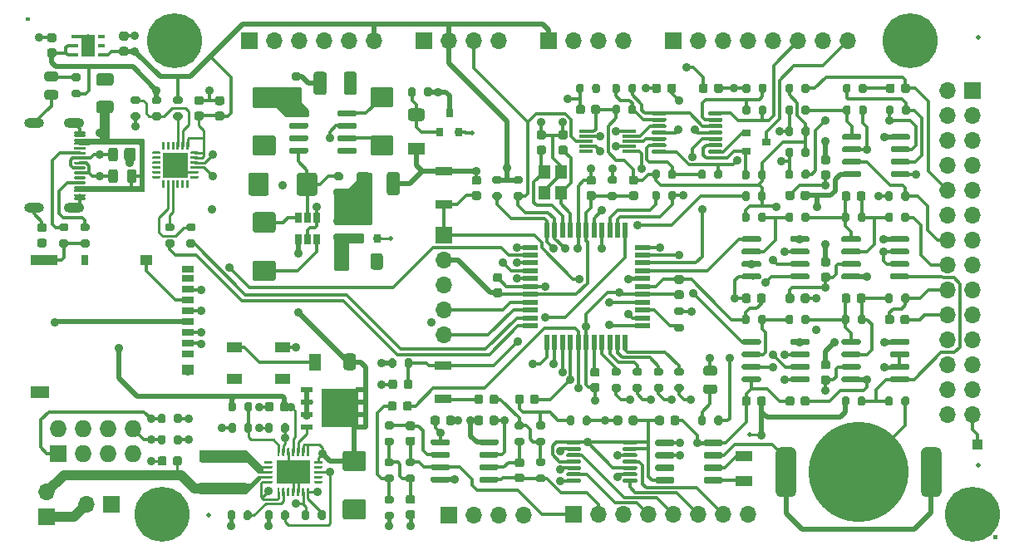
<source format=gbr>
G04 #@! TF.GenerationSoftware,KiCad,Pcbnew,5.1.10-88a1d61d58~90~ubuntu20.04.1*
G04 #@! TF.CreationDate,2021-10-20T11:37:08+02:00*
G04 #@! TF.ProjectId,PSLab,50534c61-622e-46b6-9963-61645f706362,v6.1*
G04 #@! TF.SameCoordinates,Original*
G04 #@! TF.FileFunction,Copper,L1,Top*
G04 #@! TF.FilePolarity,Positive*
%FSLAX46Y46*%
G04 Gerber Fmt 4.6, Leading zero omitted, Abs format (unit mm)*
G04 Created by KiCad (PCBNEW 5.1.10-88a1d61d58~90~ubuntu20.04.1) date 2021-10-20 11:37:08*
%MOMM*%
%LPD*%
G01*
G04 APERTURE LIST*
G04 #@! TA.AperFunction,SMDPad,CuDef*
%ADD10R,1.500000X1.000000*%
G04 #@! TD*
G04 #@! TA.AperFunction,SMDPad,CuDef*
%ADD11R,1.700000X0.900000*%
G04 #@! TD*
G04 #@! TA.AperFunction,ComponentPad*
%ADD12O,1.700000X1.700000*%
G04 #@! TD*
G04 #@! TA.AperFunction,ComponentPad*
%ADD13R,1.700000X1.700000*%
G04 #@! TD*
G04 #@! TA.AperFunction,SMDPad,CuDef*
%ADD14R,1.500000X0.550000*%
G04 #@! TD*
G04 #@! TA.AperFunction,SMDPad,CuDef*
%ADD15R,0.550000X1.500000*%
G04 #@! TD*
G04 #@! TA.AperFunction,ComponentPad*
%ADD16C,0.500000*%
G04 #@! TD*
G04 #@! TA.AperFunction,SMDPad,CuDef*
%ADD17R,1.400000X2.300000*%
G04 #@! TD*
G04 #@! TA.AperFunction,SMDPad,CuDef*
%ADD18R,0.700000X0.450000*%
G04 #@! TD*
G04 #@! TA.AperFunction,SMDPad,CuDef*
%ADD19R,3.400000X2.400000*%
G04 #@! TD*
G04 #@! TA.AperFunction,SMDPad,CuDef*
%ADD20R,1.270000X0.610000*%
G04 #@! TD*
G04 #@! TA.AperFunction,SMDPad,CuDef*
%ADD21R,1.020000X0.610000*%
G04 #@! TD*
G04 #@! TA.AperFunction,SMDPad,CuDef*
%ADD22R,3.810000X3.910000*%
G04 #@! TD*
G04 #@! TA.AperFunction,SMDPad,CuDef*
%ADD23C,10.200000*%
G04 #@! TD*
G04 #@! TA.AperFunction,SMDPad,CuDef*
%ADD24C,0.500000*%
G04 #@! TD*
G04 #@! TA.AperFunction,SMDPad,CuDef*
%ADD25R,1.400000X0.300000*%
G04 #@! TD*
G04 #@! TA.AperFunction,SMDPad,CuDef*
%ADD26R,2.600000X2.600000*%
G04 #@! TD*
G04 #@! TA.AperFunction,SMDPad,CuDef*
%ADD27R,0.650000X1.060000*%
G04 #@! TD*
G04 #@! TA.AperFunction,SMDPad,CuDef*
%ADD28R,0.800000X0.900000*%
G04 #@! TD*
G04 #@! TA.AperFunction,SMDPad,CuDef*
%ADD29R,0.900000X0.800000*%
G04 #@! TD*
G04 #@! TA.AperFunction,SMDPad,CuDef*
%ADD30R,1.000000X1.000000*%
G04 #@! TD*
G04 #@! TA.AperFunction,ComponentPad*
%ADD31R,1.727200X1.727200*%
G04 #@! TD*
G04 #@! TA.AperFunction,ComponentPad*
%ADD32O,1.727200X1.727200*%
G04 #@! TD*
G04 #@! TA.AperFunction,ComponentPad*
%ADD33O,2.100000X1.000000*%
G04 #@! TD*
G04 #@! TA.AperFunction,ComponentPad*
%ADD34O,2.000000X1.000000*%
G04 #@! TD*
G04 #@! TA.AperFunction,SMDPad,CuDef*
%ADD35R,1.300000X1.700000*%
G04 #@! TD*
G04 #@! TA.AperFunction,SMDPad,CuDef*
%ADD36R,1.700000X1.300000*%
G04 #@! TD*
G04 #@! TA.AperFunction,SMDPad,CuDef*
%ADD37R,1.200000X0.700000*%
G04 #@! TD*
G04 #@! TA.AperFunction,SMDPad,CuDef*
%ADD38R,1.200000X1.000000*%
G04 #@! TD*
G04 #@! TA.AperFunction,SMDPad,CuDef*
%ADD39R,0.800000X1.000000*%
G04 #@! TD*
G04 #@! TA.AperFunction,SMDPad,CuDef*
%ADD40R,2.800000X1.000000*%
G04 #@! TD*
G04 #@! TA.AperFunction,SMDPad,CuDef*
%ADD41R,1.900000X1.300000*%
G04 #@! TD*
G04 #@! TA.AperFunction,SMDPad,CuDef*
%ADD42R,4.700000X1.200000*%
G04 #@! TD*
G04 #@! TA.AperFunction,ComponentPad*
%ADD43C,5.600000*%
G04 #@! TD*
G04 #@! TA.AperFunction,SMDPad,CuDef*
%ADD44R,1.200000X1.400000*%
G04 #@! TD*
G04 #@! TA.AperFunction,SMDPad,CuDef*
%ADD45R,1.800000X1.000000*%
G04 #@! TD*
G04 #@! TA.AperFunction,ViaPad*
%ADD46C,0.914400*%
G04 #@! TD*
G04 #@! TA.AperFunction,Conductor*
%ADD47C,0.304800*%
G04 #@! TD*
G04 #@! TA.AperFunction,Conductor*
%ADD48C,0.508000*%
G04 #@! TD*
G04 #@! TA.AperFunction,Conductor*
%ADD49C,0.254000*%
G04 #@! TD*
G04 #@! TA.AperFunction,Conductor*
%ADD50C,0.406400*%
G04 #@! TD*
G04 #@! TA.AperFunction,Conductor*
%ADD51C,1.016000*%
G04 #@! TD*
G04 #@! TA.AperFunction,NonConductor*
%ADD52C,0.030000*%
G04 #@! TD*
G04 #@! TA.AperFunction,NonConductor*
%ADD53C,0.100000*%
G04 #@! TD*
G04 #@! TA.AperFunction,Conductor*
%ADD54C,0.100000*%
G04 #@! TD*
G04 #@! TA.AperFunction,Conductor*
%ADD55C,0.200000*%
G04 #@! TD*
G04 APERTURE END LIST*
D10*
X112239000Y-94009500D03*
X112239000Y-97209500D03*
X117139000Y-94009500D03*
X117139000Y-97209500D03*
D11*
X133612000Y-76066000D03*
X133612000Y-79466000D03*
X133548000Y-99278000D03*
X133548000Y-95878000D03*
D12*
X133612000Y-92752000D03*
X133612000Y-90212000D03*
X133612000Y-87672000D03*
X133612000Y-85132000D03*
D13*
X133612000Y-82592000D03*
G04 #@! TA.AperFunction,SMDPad,CuDef*
G36*
G01*
X168894000Y-93600500D02*
X168894000Y-93300500D01*
G75*
G02*
X169044000Y-93150500I150000J0D01*
G01*
X170694000Y-93150500D01*
G75*
G02*
X170844000Y-93300500I0J-150000D01*
G01*
X170844000Y-93600500D01*
G75*
G02*
X170694000Y-93750500I-150000J0D01*
G01*
X169044000Y-93750500D01*
G75*
G02*
X168894000Y-93600500I0J150000D01*
G01*
G37*
G04 #@! TD.AperFunction*
G04 #@! TA.AperFunction,SMDPad,CuDef*
G36*
G01*
X168894000Y-94870500D02*
X168894000Y-94570500D01*
G75*
G02*
X169044000Y-94420500I150000J0D01*
G01*
X170694000Y-94420500D01*
G75*
G02*
X170844000Y-94570500I0J-150000D01*
G01*
X170844000Y-94870500D01*
G75*
G02*
X170694000Y-95020500I-150000J0D01*
G01*
X169044000Y-95020500D01*
G75*
G02*
X168894000Y-94870500I0J150000D01*
G01*
G37*
G04 #@! TD.AperFunction*
G04 #@! TA.AperFunction,SMDPad,CuDef*
G36*
G01*
X168894000Y-96140500D02*
X168894000Y-95840500D01*
G75*
G02*
X169044000Y-95690500I150000J0D01*
G01*
X170694000Y-95690500D01*
G75*
G02*
X170844000Y-95840500I0J-150000D01*
G01*
X170844000Y-96140500D01*
G75*
G02*
X170694000Y-96290500I-150000J0D01*
G01*
X169044000Y-96290500D01*
G75*
G02*
X168894000Y-96140500I0J150000D01*
G01*
G37*
G04 #@! TD.AperFunction*
G04 #@! TA.AperFunction,SMDPad,CuDef*
G36*
G01*
X168894000Y-97410500D02*
X168894000Y-97110500D01*
G75*
G02*
X169044000Y-96960500I150000J0D01*
G01*
X170694000Y-96960500D01*
G75*
G02*
X170844000Y-97110500I0J-150000D01*
G01*
X170844000Y-97410500D01*
G75*
G02*
X170694000Y-97560500I-150000J0D01*
G01*
X169044000Y-97560500D01*
G75*
G02*
X168894000Y-97410500I0J150000D01*
G01*
G37*
G04 #@! TD.AperFunction*
G04 #@! TA.AperFunction,SMDPad,CuDef*
G36*
G01*
X163944000Y-97410500D02*
X163944000Y-97110500D01*
G75*
G02*
X164094000Y-96960500I150000J0D01*
G01*
X165744000Y-96960500D01*
G75*
G02*
X165894000Y-97110500I0J-150000D01*
G01*
X165894000Y-97410500D01*
G75*
G02*
X165744000Y-97560500I-150000J0D01*
G01*
X164094000Y-97560500D01*
G75*
G02*
X163944000Y-97410500I0J150000D01*
G01*
G37*
G04 #@! TD.AperFunction*
G04 #@! TA.AperFunction,SMDPad,CuDef*
G36*
G01*
X163944000Y-96140500D02*
X163944000Y-95840500D01*
G75*
G02*
X164094000Y-95690500I150000J0D01*
G01*
X165744000Y-95690500D01*
G75*
G02*
X165894000Y-95840500I0J-150000D01*
G01*
X165894000Y-96140500D01*
G75*
G02*
X165744000Y-96290500I-150000J0D01*
G01*
X164094000Y-96290500D01*
G75*
G02*
X163944000Y-96140500I0J150000D01*
G01*
G37*
G04 #@! TD.AperFunction*
G04 #@! TA.AperFunction,SMDPad,CuDef*
G36*
G01*
X163944000Y-94870500D02*
X163944000Y-94570500D01*
G75*
G02*
X164094000Y-94420500I150000J0D01*
G01*
X165744000Y-94420500D01*
G75*
G02*
X165894000Y-94570500I0J-150000D01*
G01*
X165894000Y-94870500D01*
G75*
G02*
X165744000Y-95020500I-150000J0D01*
G01*
X164094000Y-95020500D01*
G75*
G02*
X163944000Y-94870500I0J150000D01*
G01*
G37*
G04 #@! TD.AperFunction*
G04 #@! TA.AperFunction,SMDPad,CuDef*
G36*
G01*
X163944000Y-93600500D02*
X163944000Y-93300500D01*
G75*
G02*
X164094000Y-93150500I150000J0D01*
G01*
X165744000Y-93150500D01*
G75*
G02*
X165894000Y-93300500I0J-150000D01*
G01*
X165894000Y-93600500D01*
G75*
G02*
X165744000Y-93750500I-150000J0D01*
G01*
X164094000Y-93750500D01*
G75*
G02*
X163944000Y-93600500I0J150000D01*
G01*
G37*
G04 #@! TD.AperFunction*
G04 #@! TA.AperFunction,SMDPad,CuDef*
G36*
G01*
X175757000Y-81025500D02*
X175757000Y-80475500D01*
G75*
G02*
X175957000Y-80275500I200000J0D01*
G01*
X176357000Y-80275500D01*
G75*
G02*
X176557000Y-80475500I0J-200000D01*
G01*
X176557000Y-81025500D01*
G75*
G02*
X176357000Y-81225500I-200000J0D01*
G01*
X175957000Y-81225500D01*
G75*
G02*
X175757000Y-81025500I0J200000D01*
G01*
G37*
G04 #@! TD.AperFunction*
G04 #@! TA.AperFunction,SMDPad,CuDef*
G36*
G01*
X174107000Y-81025500D02*
X174107000Y-80475500D01*
G75*
G02*
X174307000Y-80275500I200000J0D01*
G01*
X174707000Y-80275500D01*
G75*
G02*
X174907000Y-80475500I0J-200000D01*
G01*
X174907000Y-81025500D01*
G75*
G02*
X174707000Y-81225500I-200000J0D01*
G01*
X174307000Y-81225500D01*
G75*
G02*
X174107000Y-81025500I0J200000D01*
G01*
G37*
G04 #@! TD.AperFunction*
G04 #@! TA.AperFunction,SMDPad,CuDef*
G36*
G01*
X179118000Y-72709000D02*
X179118000Y-72409000D01*
G75*
G02*
X179268000Y-72259000I150000J0D01*
G01*
X180918000Y-72259000D01*
G75*
G02*
X181068000Y-72409000I0J-150000D01*
G01*
X181068000Y-72709000D01*
G75*
G02*
X180918000Y-72859000I-150000J0D01*
G01*
X179268000Y-72859000D01*
G75*
G02*
X179118000Y-72709000I0J150000D01*
G01*
G37*
G04 #@! TD.AperFunction*
G04 #@! TA.AperFunction,SMDPad,CuDef*
G36*
G01*
X179118000Y-73979000D02*
X179118000Y-73679000D01*
G75*
G02*
X179268000Y-73529000I150000J0D01*
G01*
X180918000Y-73529000D01*
G75*
G02*
X181068000Y-73679000I0J-150000D01*
G01*
X181068000Y-73979000D01*
G75*
G02*
X180918000Y-74129000I-150000J0D01*
G01*
X179268000Y-74129000D01*
G75*
G02*
X179118000Y-73979000I0J150000D01*
G01*
G37*
G04 #@! TD.AperFunction*
G04 #@! TA.AperFunction,SMDPad,CuDef*
G36*
G01*
X179118000Y-75249000D02*
X179118000Y-74949000D01*
G75*
G02*
X179268000Y-74799000I150000J0D01*
G01*
X180918000Y-74799000D01*
G75*
G02*
X181068000Y-74949000I0J-150000D01*
G01*
X181068000Y-75249000D01*
G75*
G02*
X180918000Y-75399000I-150000J0D01*
G01*
X179268000Y-75399000D01*
G75*
G02*
X179118000Y-75249000I0J150000D01*
G01*
G37*
G04 #@! TD.AperFunction*
G04 #@! TA.AperFunction,SMDPad,CuDef*
G36*
G01*
X179118000Y-76519000D02*
X179118000Y-76219000D01*
G75*
G02*
X179268000Y-76069000I150000J0D01*
G01*
X180918000Y-76069000D01*
G75*
G02*
X181068000Y-76219000I0J-150000D01*
G01*
X181068000Y-76519000D01*
G75*
G02*
X180918000Y-76669000I-150000J0D01*
G01*
X179268000Y-76669000D01*
G75*
G02*
X179118000Y-76519000I0J150000D01*
G01*
G37*
G04 #@! TD.AperFunction*
G04 #@! TA.AperFunction,SMDPad,CuDef*
G36*
G01*
X174168000Y-76519000D02*
X174168000Y-76219000D01*
G75*
G02*
X174318000Y-76069000I150000J0D01*
G01*
X175968000Y-76069000D01*
G75*
G02*
X176118000Y-76219000I0J-150000D01*
G01*
X176118000Y-76519000D01*
G75*
G02*
X175968000Y-76669000I-150000J0D01*
G01*
X174318000Y-76669000D01*
G75*
G02*
X174168000Y-76519000I0J150000D01*
G01*
G37*
G04 #@! TD.AperFunction*
G04 #@! TA.AperFunction,SMDPad,CuDef*
G36*
G01*
X174168000Y-75249000D02*
X174168000Y-74949000D01*
G75*
G02*
X174318000Y-74799000I150000J0D01*
G01*
X175968000Y-74799000D01*
G75*
G02*
X176118000Y-74949000I0J-150000D01*
G01*
X176118000Y-75249000D01*
G75*
G02*
X175968000Y-75399000I-150000J0D01*
G01*
X174318000Y-75399000D01*
G75*
G02*
X174168000Y-75249000I0J150000D01*
G01*
G37*
G04 #@! TD.AperFunction*
G04 #@! TA.AperFunction,SMDPad,CuDef*
G36*
G01*
X174168000Y-73979000D02*
X174168000Y-73679000D01*
G75*
G02*
X174318000Y-73529000I150000J0D01*
G01*
X175968000Y-73529000D01*
G75*
G02*
X176118000Y-73679000I0J-150000D01*
G01*
X176118000Y-73979000D01*
G75*
G02*
X175968000Y-74129000I-150000J0D01*
G01*
X174318000Y-74129000D01*
G75*
G02*
X174168000Y-73979000I0J150000D01*
G01*
G37*
G04 #@! TD.AperFunction*
G04 #@! TA.AperFunction,SMDPad,CuDef*
G36*
G01*
X174168000Y-72709000D02*
X174168000Y-72409000D01*
G75*
G02*
X174318000Y-72259000I150000J0D01*
G01*
X175968000Y-72259000D01*
G75*
G02*
X176118000Y-72409000I0J-150000D01*
G01*
X176118000Y-72709000D01*
G75*
G02*
X175968000Y-72859000I-150000J0D01*
G01*
X174318000Y-72859000D01*
G75*
G02*
X174168000Y-72709000I0J150000D01*
G01*
G37*
G04 #@! TD.AperFunction*
D14*
X142390000Y-91799000D03*
X142390000Y-90999000D03*
X142390000Y-90199000D03*
X142390000Y-89399000D03*
X142390000Y-88599000D03*
X142390000Y-87799000D03*
X142390000Y-86999000D03*
X142390000Y-86199000D03*
X142390000Y-85399000D03*
X142390000Y-84599000D03*
X142390000Y-83799000D03*
D15*
X144090000Y-82099000D03*
X144890000Y-82099000D03*
X145690000Y-82099000D03*
X146490000Y-82099000D03*
X147290000Y-82099000D03*
X148090000Y-82099000D03*
X148890000Y-82099000D03*
X149690000Y-82099000D03*
X150490000Y-82099000D03*
X151290000Y-82099000D03*
X152090000Y-82099000D03*
D14*
X153790000Y-83799000D03*
X153790000Y-84599000D03*
X153790000Y-85399000D03*
X153790000Y-86199000D03*
X153790000Y-86999000D03*
X153790000Y-87799000D03*
X153790000Y-88599000D03*
X153790000Y-89399000D03*
X153790000Y-90199000D03*
X153790000Y-90999000D03*
X153790000Y-91799000D03*
D15*
X152090000Y-93499000D03*
X151290000Y-93499000D03*
X150490000Y-93499000D03*
X149690000Y-93499000D03*
X148890000Y-93499000D03*
X148090000Y-93499000D03*
X147290000Y-93499000D03*
X146490000Y-93499000D03*
X145690000Y-93499000D03*
X144890000Y-93499000D03*
X144090000Y-93499000D03*
G04 #@! TA.AperFunction,SMDPad,CuDef*
G36*
G01*
X102216000Y-73954600D02*
X102216000Y-74754600D01*
G75*
G02*
X101916000Y-75054600I-300000J0D01*
G01*
X101316000Y-75054600D01*
G75*
G02*
X101016000Y-74754600I0J300000D01*
G01*
X101016000Y-73954600D01*
G75*
G02*
X101316000Y-73654600I300000J0D01*
G01*
X101916000Y-73654600D01*
G75*
G02*
X102216000Y-73954600I0J-300000D01*
G01*
G37*
G04 #@! TD.AperFunction*
G04 #@! TA.AperFunction,SMDPad,CuDef*
G36*
G01*
X100396000Y-73904600D02*
X100396000Y-74804600D01*
G75*
G02*
X100146000Y-75054600I-250000J0D01*
G01*
X99646000Y-75054600D01*
G75*
G02*
X99396000Y-74804600I0J250000D01*
G01*
X99396000Y-73904600D01*
G75*
G02*
X99646000Y-73654600I250000J0D01*
G01*
X100146000Y-73654600D01*
G75*
G02*
X100396000Y-73904600I0J-250000D01*
G01*
G37*
G04 #@! TD.AperFunction*
G04 #@! TA.AperFunction,SMDPad,CuDef*
G36*
G01*
X100396000Y-76104600D02*
X100396000Y-77004600D01*
G75*
G02*
X100146000Y-77254600I-250000J0D01*
G01*
X99646000Y-77254600D01*
G75*
G02*
X99396000Y-77004600I0J250000D01*
G01*
X99396000Y-76104600D01*
G75*
G02*
X99646000Y-75854600I250000J0D01*
G01*
X100146000Y-75854600D01*
G75*
G02*
X100396000Y-76104600I0J-250000D01*
G01*
G37*
G04 #@! TD.AperFunction*
G04 #@! TA.AperFunction,SMDPad,CuDef*
G36*
G01*
X102296000Y-76104600D02*
X102296000Y-77004600D01*
G75*
G02*
X102046000Y-77254600I-250000J0D01*
G01*
X101546000Y-77254600D01*
G75*
G02*
X101296000Y-77004600I0J250000D01*
G01*
X101296000Y-76104600D01*
G75*
G02*
X101546000Y-75854600I250000J0D01*
G01*
X102046000Y-75854600D01*
G75*
G02*
X102296000Y-76104600I0J-250000D01*
G01*
G37*
G04 #@! TD.AperFunction*
D16*
X97350000Y-62371000D03*
X97350000Y-64149000D03*
X97350000Y-63260000D03*
D17*
X97350000Y-63260000D03*
D18*
X95975000Y-64210000D03*
X95975000Y-63260000D03*
X95975000Y-62310000D03*
X98725000Y-62310000D03*
X98725000Y-63260000D03*
X98725000Y-64210000D03*
D16*
X119388000Y-107230000D03*
X119388000Y-106214000D03*
X118245000Y-106214000D03*
X118245000Y-107230000D03*
X117102000Y-106214000D03*
G04 #@! TA.AperFunction,SMDPad,CuDef*
G36*
G01*
X116807500Y-109197000D02*
X116682500Y-109197000D01*
G75*
G02*
X116620000Y-109134500I0J62500D01*
G01*
X116620000Y-108409500D01*
G75*
G02*
X116682500Y-108347000I62500J0D01*
G01*
X116807500Y-108347000D01*
G75*
G02*
X116870000Y-108409500I0J-62500D01*
G01*
X116870000Y-109134500D01*
G75*
G02*
X116807500Y-109197000I-62500J0D01*
G01*
G37*
G04 #@! TD.AperFunction*
G04 #@! TA.AperFunction,SMDPad,CuDef*
G36*
G01*
X117307500Y-109197000D02*
X117182500Y-109197000D01*
G75*
G02*
X117120000Y-109134500I0J62500D01*
G01*
X117120000Y-108409500D01*
G75*
G02*
X117182500Y-108347000I62500J0D01*
G01*
X117307500Y-108347000D01*
G75*
G02*
X117370000Y-108409500I0J-62500D01*
G01*
X117370000Y-109134500D01*
G75*
G02*
X117307500Y-109197000I-62500J0D01*
G01*
G37*
G04 #@! TD.AperFunction*
G04 #@! TA.AperFunction,SMDPad,CuDef*
G36*
G01*
X117807500Y-109197000D02*
X117682500Y-109197000D01*
G75*
G02*
X117620000Y-109134500I0J62500D01*
G01*
X117620000Y-108409500D01*
G75*
G02*
X117682500Y-108347000I62500J0D01*
G01*
X117807500Y-108347000D01*
G75*
G02*
X117870000Y-108409500I0J-62500D01*
G01*
X117870000Y-109134500D01*
G75*
G02*
X117807500Y-109197000I-62500J0D01*
G01*
G37*
G04 #@! TD.AperFunction*
G04 #@! TA.AperFunction,SMDPad,CuDef*
G36*
G01*
X118307500Y-109197000D02*
X118182500Y-109197000D01*
G75*
G02*
X118120000Y-109134500I0J62500D01*
G01*
X118120000Y-108409500D01*
G75*
G02*
X118182500Y-108347000I62500J0D01*
G01*
X118307500Y-108347000D01*
G75*
G02*
X118370000Y-108409500I0J-62500D01*
G01*
X118370000Y-109134500D01*
G75*
G02*
X118307500Y-109197000I-62500J0D01*
G01*
G37*
G04 #@! TD.AperFunction*
G04 #@! TA.AperFunction,SMDPad,CuDef*
G36*
G01*
X118807500Y-109197000D02*
X118682500Y-109197000D01*
G75*
G02*
X118620000Y-109134500I0J62500D01*
G01*
X118620000Y-108409500D01*
G75*
G02*
X118682500Y-108347000I62500J0D01*
G01*
X118807500Y-108347000D01*
G75*
G02*
X118870000Y-108409500I0J-62500D01*
G01*
X118870000Y-109134500D01*
G75*
G02*
X118807500Y-109197000I-62500J0D01*
G01*
G37*
G04 #@! TD.AperFunction*
G04 #@! TA.AperFunction,SMDPad,CuDef*
G36*
G01*
X119307500Y-109197000D02*
X119182500Y-109197000D01*
G75*
G02*
X119120000Y-109134500I0J62500D01*
G01*
X119120000Y-108409500D01*
G75*
G02*
X119182500Y-108347000I62500J0D01*
G01*
X119307500Y-108347000D01*
G75*
G02*
X119370000Y-108409500I0J-62500D01*
G01*
X119370000Y-109134500D01*
G75*
G02*
X119307500Y-109197000I-62500J0D01*
G01*
G37*
G04 #@! TD.AperFunction*
G04 #@! TA.AperFunction,SMDPad,CuDef*
G36*
G01*
X119807500Y-109197000D02*
X119682500Y-109197000D01*
G75*
G02*
X119620000Y-109134500I0J62500D01*
G01*
X119620000Y-108409500D01*
G75*
G02*
X119682500Y-108347000I62500J0D01*
G01*
X119807500Y-108347000D01*
G75*
G02*
X119870000Y-108409500I0J-62500D01*
G01*
X119870000Y-109134500D01*
G75*
G02*
X119807500Y-109197000I-62500J0D01*
G01*
G37*
G04 #@! TD.AperFunction*
G04 #@! TA.AperFunction,SMDPad,CuDef*
G36*
G01*
X121157500Y-107847000D02*
X120432500Y-107847000D01*
G75*
G02*
X120370000Y-107784500I0J62500D01*
G01*
X120370000Y-107659500D01*
G75*
G02*
X120432500Y-107597000I62500J0D01*
G01*
X121157500Y-107597000D01*
G75*
G02*
X121220000Y-107659500I0J-62500D01*
G01*
X121220000Y-107784500D01*
G75*
G02*
X121157500Y-107847000I-62500J0D01*
G01*
G37*
G04 #@! TD.AperFunction*
G04 #@! TA.AperFunction,SMDPad,CuDef*
G36*
G01*
X121157500Y-107347000D02*
X120432500Y-107347000D01*
G75*
G02*
X120370000Y-107284500I0J62500D01*
G01*
X120370000Y-107159500D01*
G75*
G02*
X120432500Y-107097000I62500J0D01*
G01*
X121157500Y-107097000D01*
G75*
G02*
X121220000Y-107159500I0J-62500D01*
G01*
X121220000Y-107284500D01*
G75*
G02*
X121157500Y-107347000I-62500J0D01*
G01*
G37*
G04 #@! TD.AperFunction*
G04 #@! TA.AperFunction,SMDPad,CuDef*
G36*
G01*
X121157500Y-106847000D02*
X120432500Y-106847000D01*
G75*
G02*
X120370000Y-106784500I0J62500D01*
G01*
X120370000Y-106659500D01*
G75*
G02*
X120432500Y-106597000I62500J0D01*
G01*
X121157500Y-106597000D01*
G75*
G02*
X121220000Y-106659500I0J-62500D01*
G01*
X121220000Y-106784500D01*
G75*
G02*
X121157500Y-106847000I-62500J0D01*
G01*
G37*
G04 #@! TD.AperFunction*
G04 #@! TA.AperFunction,SMDPad,CuDef*
G36*
G01*
X121157500Y-106347000D02*
X120432500Y-106347000D01*
G75*
G02*
X120370000Y-106284500I0J62500D01*
G01*
X120370000Y-106159500D01*
G75*
G02*
X120432500Y-106097000I62500J0D01*
G01*
X121157500Y-106097000D01*
G75*
G02*
X121220000Y-106159500I0J-62500D01*
G01*
X121220000Y-106284500D01*
G75*
G02*
X121157500Y-106347000I-62500J0D01*
G01*
G37*
G04 #@! TD.AperFunction*
G04 #@! TA.AperFunction,SMDPad,CuDef*
G36*
G01*
X121157500Y-105847000D02*
X120432500Y-105847000D01*
G75*
G02*
X120370000Y-105784500I0J62500D01*
G01*
X120370000Y-105659500D01*
G75*
G02*
X120432500Y-105597000I62500J0D01*
G01*
X121157500Y-105597000D01*
G75*
G02*
X121220000Y-105659500I0J-62500D01*
G01*
X121220000Y-105784500D01*
G75*
G02*
X121157500Y-105847000I-62500J0D01*
G01*
G37*
G04 #@! TD.AperFunction*
G04 #@! TA.AperFunction,SMDPad,CuDef*
G36*
G01*
X119807500Y-105097000D02*
X119682500Y-105097000D01*
G75*
G02*
X119620000Y-105034500I0J62500D01*
G01*
X119620000Y-104309500D01*
G75*
G02*
X119682500Y-104247000I62500J0D01*
G01*
X119807500Y-104247000D01*
G75*
G02*
X119870000Y-104309500I0J-62500D01*
G01*
X119870000Y-105034500D01*
G75*
G02*
X119807500Y-105097000I-62500J0D01*
G01*
G37*
G04 #@! TD.AperFunction*
G04 #@! TA.AperFunction,SMDPad,CuDef*
G36*
G01*
X119307500Y-105097000D02*
X119182500Y-105097000D01*
G75*
G02*
X119120000Y-105034500I0J62500D01*
G01*
X119120000Y-104309500D01*
G75*
G02*
X119182500Y-104247000I62500J0D01*
G01*
X119307500Y-104247000D01*
G75*
G02*
X119370000Y-104309500I0J-62500D01*
G01*
X119370000Y-105034500D01*
G75*
G02*
X119307500Y-105097000I-62500J0D01*
G01*
G37*
G04 #@! TD.AperFunction*
G04 #@! TA.AperFunction,SMDPad,CuDef*
G36*
G01*
X118807500Y-105097000D02*
X118682500Y-105097000D01*
G75*
G02*
X118620000Y-105034500I0J62500D01*
G01*
X118620000Y-104309500D01*
G75*
G02*
X118682500Y-104247000I62500J0D01*
G01*
X118807500Y-104247000D01*
G75*
G02*
X118870000Y-104309500I0J-62500D01*
G01*
X118870000Y-105034500D01*
G75*
G02*
X118807500Y-105097000I-62500J0D01*
G01*
G37*
G04 #@! TD.AperFunction*
G04 #@! TA.AperFunction,SMDPad,CuDef*
G36*
G01*
X118307500Y-105097000D02*
X118182500Y-105097000D01*
G75*
G02*
X118120000Y-105034500I0J62500D01*
G01*
X118120000Y-104309500D01*
G75*
G02*
X118182500Y-104247000I62500J0D01*
G01*
X118307500Y-104247000D01*
G75*
G02*
X118370000Y-104309500I0J-62500D01*
G01*
X118370000Y-105034500D01*
G75*
G02*
X118307500Y-105097000I-62500J0D01*
G01*
G37*
G04 #@! TD.AperFunction*
G04 #@! TA.AperFunction,SMDPad,CuDef*
G36*
G01*
X117807500Y-105097000D02*
X117682500Y-105097000D01*
G75*
G02*
X117620000Y-105034500I0J62500D01*
G01*
X117620000Y-104309500D01*
G75*
G02*
X117682500Y-104247000I62500J0D01*
G01*
X117807500Y-104247000D01*
G75*
G02*
X117870000Y-104309500I0J-62500D01*
G01*
X117870000Y-105034500D01*
G75*
G02*
X117807500Y-105097000I-62500J0D01*
G01*
G37*
G04 #@! TD.AperFunction*
G04 #@! TA.AperFunction,SMDPad,CuDef*
G36*
G01*
X117307500Y-105097000D02*
X117182500Y-105097000D01*
G75*
G02*
X117120000Y-105034500I0J62500D01*
G01*
X117120000Y-104309500D01*
G75*
G02*
X117182500Y-104247000I62500J0D01*
G01*
X117307500Y-104247000D01*
G75*
G02*
X117370000Y-104309500I0J-62500D01*
G01*
X117370000Y-105034500D01*
G75*
G02*
X117307500Y-105097000I-62500J0D01*
G01*
G37*
G04 #@! TD.AperFunction*
G04 #@! TA.AperFunction,SMDPad,CuDef*
G36*
G01*
X116807500Y-105097000D02*
X116682500Y-105097000D01*
G75*
G02*
X116620000Y-105034500I0J62500D01*
G01*
X116620000Y-104309500D01*
G75*
G02*
X116682500Y-104247000I62500J0D01*
G01*
X116807500Y-104247000D01*
G75*
G02*
X116870000Y-104309500I0J-62500D01*
G01*
X116870000Y-105034500D01*
G75*
G02*
X116807500Y-105097000I-62500J0D01*
G01*
G37*
G04 #@! TD.AperFunction*
G04 #@! TA.AperFunction,SMDPad,CuDef*
G36*
G01*
X116057500Y-105847000D02*
X115332500Y-105847000D01*
G75*
G02*
X115270000Y-105784500I0J62500D01*
G01*
X115270000Y-105659500D01*
G75*
G02*
X115332500Y-105597000I62500J0D01*
G01*
X116057500Y-105597000D01*
G75*
G02*
X116120000Y-105659500I0J-62500D01*
G01*
X116120000Y-105784500D01*
G75*
G02*
X116057500Y-105847000I-62500J0D01*
G01*
G37*
G04 #@! TD.AperFunction*
G04 #@! TA.AperFunction,SMDPad,CuDef*
G36*
G01*
X116057500Y-106347000D02*
X115332500Y-106347000D01*
G75*
G02*
X115270000Y-106284500I0J62500D01*
G01*
X115270000Y-106159500D01*
G75*
G02*
X115332500Y-106097000I62500J0D01*
G01*
X116057500Y-106097000D01*
G75*
G02*
X116120000Y-106159500I0J-62500D01*
G01*
X116120000Y-106284500D01*
G75*
G02*
X116057500Y-106347000I-62500J0D01*
G01*
G37*
G04 #@! TD.AperFunction*
G04 #@! TA.AperFunction,SMDPad,CuDef*
G36*
G01*
X116057500Y-106847000D02*
X115332500Y-106847000D01*
G75*
G02*
X115270000Y-106784500I0J62500D01*
G01*
X115270000Y-106659500D01*
G75*
G02*
X115332500Y-106597000I62500J0D01*
G01*
X116057500Y-106597000D01*
G75*
G02*
X116120000Y-106659500I0J-62500D01*
G01*
X116120000Y-106784500D01*
G75*
G02*
X116057500Y-106847000I-62500J0D01*
G01*
G37*
G04 #@! TD.AperFunction*
G04 #@! TA.AperFunction,SMDPad,CuDef*
G36*
G01*
X116057500Y-107347000D02*
X115332500Y-107347000D01*
G75*
G02*
X115270000Y-107284500I0J62500D01*
G01*
X115270000Y-107159500D01*
G75*
G02*
X115332500Y-107097000I62500J0D01*
G01*
X116057500Y-107097000D01*
G75*
G02*
X116120000Y-107159500I0J-62500D01*
G01*
X116120000Y-107284500D01*
G75*
G02*
X116057500Y-107347000I-62500J0D01*
G01*
G37*
G04 #@! TD.AperFunction*
G04 #@! TA.AperFunction,SMDPad,CuDef*
G36*
G01*
X116057500Y-107847000D02*
X115332500Y-107847000D01*
G75*
G02*
X115270000Y-107784500I0J62500D01*
G01*
X115270000Y-107659500D01*
G75*
G02*
X115332500Y-107597000I62500J0D01*
G01*
X116057500Y-107597000D01*
G75*
G02*
X116120000Y-107659500I0J-62500D01*
G01*
X116120000Y-107784500D01*
G75*
G02*
X116057500Y-107847000I-62500J0D01*
G01*
G37*
G04 #@! TD.AperFunction*
D19*
X118245000Y-106722000D03*
D16*
X117102000Y-107230000D03*
D20*
X119648000Y-98277000D03*
X119648000Y-99547000D03*
X119648000Y-100817000D03*
X119648000Y-102087000D03*
D21*
X125113000Y-102087000D03*
X125113000Y-100817000D03*
X125113000Y-99547000D03*
X125113000Y-98277000D03*
D22*
X123008000Y-100182000D03*
G04 #@! TA.AperFunction,SMDPad,CuDef*
G36*
G01*
X167390000Y-108747000D02*
X167390000Y-104697000D01*
G75*
G02*
X167915000Y-104172000I525000J0D01*
G01*
X168965000Y-104172000D01*
G75*
G02*
X169490000Y-104697000I0J-525000D01*
G01*
X169490000Y-108747000D01*
G75*
G02*
X168965000Y-109272000I-525000J0D01*
G01*
X167915000Y-109272000D01*
G75*
G02*
X167390000Y-108747000I0J525000D01*
G01*
G37*
G04 #@! TD.AperFunction*
G04 #@! TA.AperFunction,SMDPad,CuDef*
G36*
G01*
X182190000Y-108747000D02*
X182190000Y-104697000D01*
G75*
G02*
X182715000Y-104172000I525000J0D01*
G01*
X183765000Y-104172000D01*
G75*
G02*
X184290000Y-104697000I0J-525000D01*
G01*
X184290000Y-108747000D01*
G75*
G02*
X183765000Y-109272000I-525000J0D01*
G01*
X182715000Y-109272000D01*
G75*
G02*
X182190000Y-108747000I0J525000D01*
G01*
G37*
G04 #@! TD.AperFunction*
D23*
X175840000Y-106722000D03*
G04 #@! TA.AperFunction,SMDPad,CuDef*
G36*
G01*
X164847000Y-99233000D02*
X164847000Y-99733000D01*
G75*
G02*
X164622000Y-99958000I-225000J0D01*
G01*
X164172000Y-99958000D01*
G75*
G02*
X163947000Y-99733000I0J225000D01*
G01*
X163947000Y-99233000D01*
G75*
G02*
X164172000Y-99008000I225000J0D01*
G01*
X164622000Y-99008000D01*
G75*
G02*
X164847000Y-99233000I0J-225000D01*
G01*
G37*
G04 #@! TD.AperFunction*
G04 #@! TA.AperFunction,SMDPad,CuDef*
G36*
G01*
X166397000Y-99233000D02*
X166397000Y-99733000D01*
G75*
G02*
X166172000Y-99958000I-225000J0D01*
G01*
X165722000Y-99958000D01*
G75*
G02*
X165497000Y-99733000I0J225000D01*
G01*
X165497000Y-99233000D01*
G75*
G02*
X165722000Y-99008000I225000J0D01*
G01*
X166172000Y-99008000D01*
G75*
G02*
X166397000Y-99233000I0J-225000D01*
G01*
G37*
G04 #@! TD.AperFunction*
D24*
X109609000Y-111104000D03*
X188000000Y-106000000D03*
X188000000Y-62400000D03*
D25*
X152449000Y-72003500D03*
X152449000Y-72503500D03*
X152449000Y-73003500D03*
X152449000Y-73503500D03*
X152449000Y-74003500D03*
X148049000Y-74003500D03*
X148049000Y-73503500D03*
X148049000Y-73003500D03*
X148049000Y-72503500D03*
X148049000Y-72003500D03*
G04 #@! TA.AperFunction,SMDPad,CuDef*
G36*
G01*
X160269750Y-97774000D02*
X161182250Y-97774000D01*
G75*
G02*
X161426000Y-98017750I0J-243750D01*
G01*
X161426000Y-98505250D01*
G75*
G02*
X161182250Y-98749000I-243750J0D01*
G01*
X160269750Y-98749000D01*
G75*
G02*
X160026000Y-98505250I0J243750D01*
G01*
X160026000Y-98017750D01*
G75*
G02*
X160269750Y-97774000I243750J0D01*
G01*
G37*
G04 #@! TD.AperFunction*
G04 #@! TA.AperFunction,SMDPad,CuDef*
G36*
G01*
X160269750Y-95899000D02*
X161182250Y-95899000D01*
G75*
G02*
X161426000Y-96142750I0J-243750D01*
G01*
X161426000Y-96630250D01*
G75*
G02*
X161182250Y-96874000I-243750J0D01*
G01*
X160269750Y-96874000D01*
G75*
G02*
X160026000Y-96630250I0J243750D01*
G01*
X160026000Y-96142750D01*
G75*
G02*
X160269750Y-95899000I243750J0D01*
G01*
G37*
G04 #@! TD.AperFunction*
G04 #@! TA.AperFunction,SMDPad,CuDef*
G36*
G01*
X94056250Y-66890000D02*
X93143750Y-66890000D01*
G75*
G02*
X92900000Y-66646250I0J243750D01*
G01*
X92900000Y-66158750D01*
G75*
G02*
X93143750Y-65915000I243750J0D01*
G01*
X94056250Y-65915000D01*
G75*
G02*
X94300000Y-66158750I0J-243750D01*
G01*
X94300000Y-66646250D01*
G75*
G02*
X94056250Y-66890000I-243750J0D01*
G01*
G37*
G04 #@! TD.AperFunction*
G04 #@! TA.AperFunction,SMDPad,CuDef*
G36*
G01*
X94056250Y-68765000D02*
X93143750Y-68765000D01*
G75*
G02*
X92900000Y-68521250I0J243750D01*
G01*
X92900000Y-68033750D01*
G75*
G02*
X93143750Y-67790000I243750J0D01*
G01*
X94056250Y-67790000D01*
G75*
G02*
X94300000Y-68033750I0J-243750D01*
G01*
X94300000Y-68521250D01*
G75*
G02*
X94056250Y-68765000I-243750J0D01*
G01*
G37*
G04 #@! TD.AperFunction*
D26*
X106244000Y-75416500D03*
G04 #@! TA.AperFunction,SMDPad,CuDef*
G36*
G01*
X107619000Y-77004000D02*
X107619000Y-77704000D01*
G75*
G02*
X107556500Y-77766500I-62500J0D01*
G01*
X107431500Y-77766500D01*
G75*
G02*
X107369000Y-77704000I0J62500D01*
G01*
X107369000Y-77004000D01*
G75*
G02*
X107431500Y-76941500I62500J0D01*
G01*
X107556500Y-76941500D01*
G75*
G02*
X107619000Y-77004000I0J-62500D01*
G01*
G37*
G04 #@! TD.AperFunction*
G04 #@! TA.AperFunction,SMDPad,CuDef*
G36*
G01*
X107119000Y-77004000D02*
X107119000Y-77704000D01*
G75*
G02*
X107056500Y-77766500I-62500J0D01*
G01*
X106931500Y-77766500D01*
G75*
G02*
X106869000Y-77704000I0J62500D01*
G01*
X106869000Y-77004000D01*
G75*
G02*
X106931500Y-76941500I62500J0D01*
G01*
X107056500Y-76941500D01*
G75*
G02*
X107119000Y-77004000I0J-62500D01*
G01*
G37*
G04 #@! TD.AperFunction*
G04 #@! TA.AperFunction,SMDPad,CuDef*
G36*
G01*
X106619000Y-77004000D02*
X106619000Y-77704000D01*
G75*
G02*
X106556500Y-77766500I-62500J0D01*
G01*
X106431500Y-77766500D01*
G75*
G02*
X106369000Y-77704000I0J62500D01*
G01*
X106369000Y-77004000D01*
G75*
G02*
X106431500Y-76941500I62500J0D01*
G01*
X106556500Y-76941500D01*
G75*
G02*
X106619000Y-77004000I0J-62500D01*
G01*
G37*
G04 #@! TD.AperFunction*
G04 #@! TA.AperFunction,SMDPad,CuDef*
G36*
G01*
X106119000Y-77004000D02*
X106119000Y-77704000D01*
G75*
G02*
X106056500Y-77766500I-62500J0D01*
G01*
X105931500Y-77766500D01*
G75*
G02*
X105869000Y-77704000I0J62500D01*
G01*
X105869000Y-77004000D01*
G75*
G02*
X105931500Y-76941500I62500J0D01*
G01*
X106056500Y-76941500D01*
G75*
G02*
X106119000Y-77004000I0J-62500D01*
G01*
G37*
G04 #@! TD.AperFunction*
G04 #@! TA.AperFunction,SMDPad,CuDef*
G36*
G01*
X105619000Y-77004000D02*
X105619000Y-77704000D01*
G75*
G02*
X105556500Y-77766500I-62500J0D01*
G01*
X105431500Y-77766500D01*
G75*
G02*
X105369000Y-77704000I0J62500D01*
G01*
X105369000Y-77004000D01*
G75*
G02*
X105431500Y-76941500I62500J0D01*
G01*
X105556500Y-76941500D01*
G75*
G02*
X105619000Y-77004000I0J-62500D01*
G01*
G37*
G04 #@! TD.AperFunction*
G04 #@! TA.AperFunction,SMDPad,CuDef*
G36*
G01*
X105119000Y-77004000D02*
X105119000Y-77704000D01*
G75*
G02*
X105056500Y-77766500I-62500J0D01*
G01*
X104931500Y-77766500D01*
G75*
G02*
X104869000Y-77704000I0J62500D01*
G01*
X104869000Y-77004000D01*
G75*
G02*
X104931500Y-76941500I62500J0D01*
G01*
X105056500Y-76941500D01*
G75*
G02*
X105119000Y-77004000I0J-62500D01*
G01*
G37*
G04 #@! TD.AperFunction*
G04 #@! TA.AperFunction,SMDPad,CuDef*
G36*
G01*
X104719000Y-76604000D02*
X104719000Y-76729000D01*
G75*
G02*
X104656500Y-76791500I-62500J0D01*
G01*
X103956500Y-76791500D01*
G75*
G02*
X103894000Y-76729000I0J62500D01*
G01*
X103894000Y-76604000D01*
G75*
G02*
X103956500Y-76541500I62500J0D01*
G01*
X104656500Y-76541500D01*
G75*
G02*
X104719000Y-76604000I0J-62500D01*
G01*
G37*
G04 #@! TD.AperFunction*
G04 #@! TA.AperFunction,SMDPad,CuDef*
G36*
G01*
X104719000Y-76104000D02*
X104719000Y-76229000D01*
G75*
G02*
X104656500Y-76291500I-62500J0D01*
G01*
X103956500Y-76291500D01*
G75*
G02*
X103894000Y-76229000I0J62500D01*
G01*
X103894000Y-76104000D01*
G75*
G02*
X103956500Y-76041500I62500J0D01*
G01*
X104656500Y-76041500D01*
G75*
G02*
X104719000Y-76104000I0J-62500D01*
G01*
G37*
G04 #@! TD.AperFunction*
G04 #@! TA.AperFunction,SMDPad,CuDef*
G36*
G01*
X104719000Y-75604000D02*
X104719000Y-75729000D01*
G75*
G02*
X104656500Y-75791500I-62500J0D01*
G01*
X103956500Y-75791500D01*
G75*
G02*
X103894000Y-75729000I0J62500D01*
G01*
X103894000Y-75604000D01*
G75*
G02*
X103956500Y-75541500I62500J0D01*
G01*
X104656500Y-75541500D01*
G75*
G02*
X104719000Y-75604000I0J-62500D01*
G01*
G37*
G04 #@! TD.AperFunction*
G04 #@! TA.AperFunction,SMDPad,CuDef*
G36*
G01*
X104719000Y-75104000D02*
X104719000Y-75229000D01*
G75*
G02*
X104656500Y-75291500I-62500J0D01*
G01*
X103956500Y-75291500D01*
G75*
G02*
X103894000Y-75229000I0J62500D01*
G01*
X103894000Y-75104000D01*
G75*
G02*
X103956500Y-75041500I62500J0D01*
G01*
X104656500Y-75041500D01*
G75*
G02*
X104719000Y-75104000I0J-62500D01*
G01*
G37*
G04 #@! TD.AperFunction*
G04 #@! TA.AperFunction,SMDPad,CuDef*
G36*
G01*
X104719000Y-74604000D02*
X104719000Y-74729000D01*
G75*
G02*
X104656500Y-74791500I-62500J0D01*
G01*
X103956500Y-74791500D01*
G75*
G02*
X103894000Y-74729000I0J62500D01*
G01*
X103894000Y-74604000D01*
G75*
G02*
X103956500Y-74541500I62500J0D01*
G01*
X104656500Y-74541500D01*
G75*
G02*
X104719000Y-74604000I0J-62500D01*
G01*
G37*
G04 #@! TD.AperFunction*
G04 #@! TA.AperFunction,SMDPad,CuDef*
G36*
G01*
X104719000Y-74104000D02*
X104719000Y-74229000D01*
G75*
G02*
X104656500Y-74291500I-62500J0D01*
G01*
X103956500Y-74291500D01*
G75*
G02*
X103894000Y-74229000I0J62500D01*
G01*
X103894000Y-74104000D01*
G75*
G02*
X103956500Y-74041500I62500J0D01*
G01*
X104656500Y-74041500D01*
G75*
G02*
X104719000Y-74104000I0J-62500D01*
G01*
G37*
G04 #@! TD.AperFunction*
G04 #@! TA.AperFunction,SMDPad,CuDef*
G36*
G01*
X105119000Y-73129000D02*
X105119000Y-73829000D01*
G75*
G02*
X105056500Y-73891500I-62500J0D01*
G01*
X104931500Y-73891500D01*
G75*
G02*
X104869000Y-73829000I0J62500D01*
G01*
X104869000Y-73129000D01*
G75*
G02*
X104931500Y-73066500I62500J0D01*
G01*
X105056500Y-73066500D01*
G75*
G02*
X105119000Y-73129000I0J-62500D01*
G01*
G37*
G04 #@! TD.AperFunction*
G04 #@! TA.AperFunction,SMDPad,CuDef*
G36*
G01*
X105619000Y-73129000D02*
X105619000Y-73829000D01*
G75*
G02*
X105556500Y-73891500I-62500J0D01*
G01*
X105431500Y-73891500D01*
G75*
G02*
X105369000Y-73829000I0J62500D01*
G01*
X105369000Y-73129000D01*
G75*
G02*
X105431500Y-73066500I62500J0D01*
G01*
X105556500Y-73066500D01*
G75*
G02*
X105619000Y-73129000I0J-62500D01*
G01*
G37*
G04 #@! TD.AperFunction*
G04 #@! TA.AperFunction,SMDPad,CuDef*
G36*
G01*
X106119000Y-73129000D02*
X106119000Y-73829000D01*
G75*
G02*
X106056500Y-73891500I-62500J0D01*
G01*
X105931500Y-73891500D01*
G75*
G02*
X105869000Y-73829000I0J62500D01*
G01*
X105869000Y-73129000D01*
G75*
G02*
X105931500Y-73066500I62500J0D01*
G01*
X106056500Y-73066500D01*
G75*
G02*
X106119000Y-73129000I0J-62500D01*
G01*
G37*
G04 #@! TD.AperFunction*
G04 #@! TA.AperFunction,SMDPad,CuDef*
G36*
G01*
X106619000Y-73129000D02*
X106619000Y-73829000D01*
G75*
G02*
X106556500Y-73891500I-62500J0D01*
G01*
X106431500Y-73891500D01*
G75*
G02*
X106369000Y-73829000I0J62500D01*
G01*
X106369000Y-73129000D01*
G75*
G02*
X106431500Y-73066500I62500J0D01*
G01*
X106556500Y-73066500D01*
G75*
G02*
X106619000Y-73129000I0J-62500D01*
G01*
G37*
G04 #@! TD.AperFunction*
G04 #@! TA.AperFunction,SMDPad,CuDef*
G36*
G01*
X107119000Y-73129000D02*
X107119000Y-73829000D01*
G75*
G02*
X107056500Y-73891500I-62500J0D01*
G01*
X106931500Y-73891500D01*
G75*
G02*
X106869000Y-73829000I0J62500D01*
G01*
X106869000Y-73129000D01*
G75*
G02*
X106931500Y-73066500I62500J0D01*
G01*
X107056500Y-73066500D01*
G75*
G02*
X107119000Y-73129000I0J-62500D01*
G01*
G37*
G04 #@! TD.AperFunction*
G04 #@! TA.AperFunction,SMDPad,CuDef*
G36*
G01*
X107619000Y-73129000D02*
X107619000Y-73829000D01*
G75*
G02*
X107556500Y-73891500I-62500J0D01*
G01*
X107431500Y-73891500D01*
G75*
G02*
X107369000Y-73829000I0J62500D01*
G01*
X107369000Y-73129000D01*
G75*
G02*
X107431500Y-73066500I62500J0D01*
G01*
X107556500Y-73066500D01*
G75*
G02*
X107619000Y-73129000I0J-62500D01*
G01*
G37*
G04 #@! TD.AperFunction*
G04 #@! TA.AperFunction,SMDPad,CuDef*
G36*
G01*
X108594000Y-74104000D02*
X108594000Y-74229000D01*
G75*
G02*
X108531500Y-74291500I-62500J0D01*
G01*
X107831500Y-74291500D01*
G75*
G02*
X107769000Y-74229000I0J62500D01*
G01*
X107769000Y-74104000D01*
G75*
G02*
X107831500Y-74041500I62500J0D01*
G01*
X108531500Y-74041500D01*
G75*
G02*
X108594000Y-74104000I0J-62500D01*
G01*
G37*
G04 #@! TD.AperFunction*
G04 #@! TA.AperFunction,SMDPad,CuDef*
G36*
G01*
X108594000Y-74604000D02*
X108594000Y-74729000D01*
G75*
G02*
X108531500Y-74791500I-62500J0D01*
G01*
X107831500Y-74791500D01*
G75*
G02*
X107769000Y-74729000I0J62500D01*
G01*
X107769000Y-74604000D01*
G75*
G02*
X107831500Y-74541500I62500J0D01*
G01*
X108531500Y-74541500D01*
G75*
G02*
X108594000Y-74604000I0J-62500D01*
G01*
G37*
G04 #@! TD.AperFunction*
G04 #@! TA.AperFunction,SMDPad,CuDef*
G36*
G01*
X108594000Y-75104000D02*
X108594000Y-75229000D01*
G75*
G02*
X108531500Y-75291500I-62500J0D01*
G01*
X107831500Y-75291500D01*
G75*
G02*
X107769000Y-75229000I0J62500D01*
G01*
X107769000Y-75104000D01*
G75*
G02*
X107831500Y-75041500I62500J0D01*
G01*
X108531500Y-75041500D01*
G75*
G02*
X108594000Y-75104000I0J-62500D01*
G01*
G37*
G04 #@! TD.AperFunction*
G04 #@! TA.AperFunction,SMDPad,CuDef*
G36*
G01*
X108594000Y-75604000D02*
X108594000Y-75729000D01*
G75*
G02*
X108531500Y-75791500I-62500J0D01*
G01*
X107831500Y-75791500D01*
G75*
G02*
X107769000Y-75729000I0J62500D01*
G01*
X107769000Y-75604000D01*
G75*
G02*
X107831500Y-75541500I62500J0D01*
G01*
X108531500Y-75541500D01*
G75*
G02*
X108594000Y-75604000I0J-62500D01*
G01*
G37*
G04 #@! TD.AperFunction*
G04 #@! TA.AperFunction,SMDPad,CuDef*
G36*
G01*
X108594000Y-76104000D02*
X108594000Y-76229000D01*
G75*
G02*
X108531500Y-76291500I-62500J0D01*
G01*
X107831500Y-76291500D01*
G75*
G02*
X107769000Y-76229000I0J62500D01*
G01*
X107769000Y-76104000D01*
G75*
G02*
X107831500Y-76041500I62500J0D01*
G01*
X108531500Y-76041500D01*
G75*
G02*
X108594000Y-76104000I0J-62500D01*
G01*
G37*
G04 #@! TD.AperFunction*
G04 #@! TA.AperFunction,SMDPad,CuDef*
G36*
G01*
X108594000Y-76604000D02*
X108594000Y-76729000D01*
G75*
G02*
X108531500Y-76791500I-62500J0D01*
G01*
X107831500Y-76791500D01*
G75*
G02*
X107769000Y-76729000I0J62500D01*
G01*
X107769000Y-76604000D01*
G75*
G02*
X107831500Y-76541500I62500J0D01*
G01*
X108531500Y-76541500D01*
G75*
G02*
X108594000Y-76604000I0J-62500D01*
G01*
G37*
G04 #@! TD.AperFunction*
D27*
X118780000Y-82993500D03*
X119730000Y-82993500D03*
X120680000Y-82993500D03*
X120680000Y-80793500D03*
X118780000Y-80793500D03*
X119730000Y-80793500D03*
G04 #@! TA.AperFunction,SMDPad,CuDef*
G36*
G01*
X179054000Y-93600500D02*
X179054000Y-93300500D01*
G75*
G02*
X179204000Y-93150500I150000J0D01*
G01*
X180854000Y-93150500D01*
G75*
G02*
X181004000Y-93300500I0J-150000D01*
G01*
X181004000Y-93600500D01*
G75*
G02*
X180854000Y-93750500I-150000J0D01*
G01*
X179204000Y-93750500D01*
G75*
G02*
X179054000Y-93600500I0J150000D01*
G01*
G37*
G04 #@! TD.AperFunction*
G04 #@! TA.AperFunction,SMDPad,CuDef*
G36*
G01*
X179054000Y-94870500D02*
X179054000Y-94570500D01*
G75*
G02*
X179204000Y-94420500I150000J0D01*
G01*
X180854000Y-94420500D01*
G75*
G02*
X181004000Y-94570500I0J-150000D01*
G01*
X181004000Y-94870500D01*
G75*
G02*
X180854000Y-95020500I-150000J0D01*
G01*
X179204000Y-95020500D01*
G75*
G02*
X179054000Y-94870500I0J150000D01*
G01*
G37*
G04 #@! TD.AperFunction*
G04 #@! TA.AperFunction,SMDPad,CuDef*
G36*
G01*
X179054000Y-96140500D02*
X179054000Y-95840500D01*
G75*
G02*
X179204000Y-95690500I150000J0D01*
G01*
X180854000Y-95690500D01*
G75*
G02*
X181004000Y-95840500I0J-150000D01*
G01*
X181004000Y-96140500D01*
G75*
G02*
X180854000Y-96290500I-150000J0D01*
G01*
X179204000Y-96290500D01*
G75*
G02*
X179054000Y-96140500I0J150000D01*
G01*
G37*
G04 #@! TD.AperFunction*
G04 #@! TA.AperFunction,SMDPad,CuDef*
G36*
G01*
X179054000Y-97410500D02*
X179054000Y-97110500D01*
G75*
G02*
X179204000Y-96960500I150000J0D01*
G01*
X180854000Y-96960500D01*
G75*
G02*
X181004000Y-97110500I0J-150000D01*
G01*
X181004000Y-97410500D01*
G75*
G02*
X180854000Y-97560500I-150000J0D01*
G01*
X179204000Y-97560500D01*
G75*
G02*
X179054000Y-97410500I0J150000D01*
G01*
G37*
G04 #@! TD.AperFunction*
G04 #@! TA.AperFunction,SMDPad,CuDef*
G36*
G01*
X174104000Y-97410500D02*
X174104000Y-97110500D01*
G75*
G02*
X174254000Y-96960500I150000J0D01*
G01*
X175904000Y-96960500D01*
G75*
G02*
X176054000Y-97110500I0J-150000D01*
G01*
X176054000Y-97410500D01*
G75*
G02*
X175904000Y-97560500I-150000J0D01*
G01*
X174254000Y-97560500D01*
G75*
G02*
X174104000Y-97410500I0J150000D01*
G01*
G37*
G04 #@! TD.AperFunction*
G04 #@! TA.AperFunction,SMDPad,CuDef*
G36*
G01*
X174104000Y-96140500D02*
X174104000Y-95840500D01*
G75*
G02*
X174254000Y-95690500I150000J0D01*
G01*
X175904000Y-95690500D01*
G75*
G02*
X176054000Y-95840500I0J-150000D01*
G01*
X176054000Y-96140500D01*
G75*
G02*
X175904000Y-96290500I-150000J0D01*
G01*
X174254000Y-96290500D01*
G75*
G02*
X174104000Y-96140500I0J150000D01*
G01*
G37*
G04 #@! TD.AperFunction*
G04 #@! TA.AperFunction,SMDPad,CuDef*
G36*
G01*
X174104000Y-94870500D02*
X174104000Y-94570500D01*
G75*
G02*
X174254000Y-94420500I150000J0D01*
G01*
X175904000Y-94420500D01*
G75*
G02*
X176054000Y-94570500I0J-150000D01*
G01*
X176054000Y-94870500D01*
G75*
G02*
X175904000Y-95020500I-150000J0D01*
G01*
X174254000Y-95020500D01*
G75*
G02*
X174104000Y-94870500I0J150000D01*
G01*
G37*
G04 #@! TD.AperFunction*
G04 #@! TA.AperFunction,SMDPad,CuDef*
G36*
G01*
X174104000Y-93600500D02*
X174104000Y-93300500D01*
G75*
G02*
X174254000Y-93150500I150000J0D01*
G01*
X175904000Y-93150500D01*
G75*
G02*
X176054000Y-93300500I0J-150000D01*
G01*
X176054000Y-93600500D01*
G75*
G02*
X175904000Y-93750500I-150000J0D01*
G01*
X174254000Y-93750500D01*
G75*
G02*
X174104000Y-93600500I0J150000D01*
G01*
G37*
G04 #@! TD.AperFunction*
G04 #@! TA.AperFunction,SMDPad,CuDef*
G36*
G01*
X124704000Y-73806000D02*
X124704000Y-74106000D01*
G75*
G02*
X124554000Y-74256000I-150000J0D01*
G01*
X122904000Y-74256000D01*
G75*
G02*
X122754000Y-74106000I0J150000D01*
G01*
X122754000Y-73806000D01*
G75*
G02*
X122904000Y-73656000I150000J0D01*
G01*
X124554000Y-73656000D01*
G75*
G02*
X124704000Y-73806000I0J-150000D01*
G01*
G37*
G04 #@! TD.AperFunction*
G04 #@! TA.AperFunction,SMDPad,CuDef*
G36*
G01*
X124704000Y-72536000D02*
X124704000Y-72836000D01*
G75*
G02*
X124554000Y-72986000I-150000J0D01*
G01*
X122904000Y-72986000D01*
G75*
G02*
X122754000Y-72836000I0J150000D01*
G01*
X122754000Y-72536000D01*
G75*
G02*
X122904000Y-72386000I150000J0D01*
G01*
X124554000Y-72386000D01*
G75*
G02*
X124704000Y-72536000I0J-150000D01*
G01*
G37*
G04 #@! TD.AperFunction*
G04 #@! TA.AperFunction,SMDPad,CuDef*
G36*
G01*
X124704000Y-71266000D02*
X124704000Y-71566000D01*
G75*
G02*
X124554000Y-71716000I-150000J0D01*
G01*
X122904000Y-71716000D01*
G75*
G02*
X122754000Y-71566000I0J150000D01*
G01*
X122754000Y-71266000D01*
G75*
G02*
X122904000Y-71116000I150000J0D01*
G01*
X124554000Y-71116000D01*
G75*
G02*
X124704000Y-71266000I0J-150000D01*
G01*
G37*
G04 #@! TD.AperFunction*
G04 #@! TA.AperFunction,SMDPad,CuDef*
G36*
G01*
X124704000Y-69996000D02*
X124704000Y-70296000D01*
G75*
G02*
X124554000Y-70446000I-150000J0D01*
G01*
X122904000Y-70446000D01*
G75*
G02*
X122754000Y-70296000I0J150000D01*
G01*
X122754000Y-69996000D01*
G75*
G02*
X122904000Y-69846000I150000J0D01*
G01*
X124554000Y-69846000D01*
G75*
G02*
X124704000Y-69996000I0J-150000D01*
G01*
G37*
G04 #@! TD.AperFunction*
G04 #@! TA.AperFunction,SMDPad,CuDef*
G36*
G01*
X119754000Y-69996000D02*
X119754000Y-70296000D01*
G75*
G02*
X119604000Y-70446000I-150000J0D01*
G01*
X117954000Y-70446000D01*
G75*
G02*
X117804000Y-70296000I0J150000D01*
G01*
X117804000Y-69996000D01*
G75*
G02*
X117954000Y-69846000I150000J0D01*
G01*
X119604000Y-69846000D01*
G75*
G02*
X119754000Y-69996000I0J-150000D01*
G01*
G37*
G04 #@! TD.AperFunction*
G04 #@! TA.AperFunction,SMDPad,CuDef*
G36*
G01*
X119754000Y-71266000D02*
X119754000Y-71566000D01*
G75*
G02*
X119604000Y-71716000I-150000J0D01*
G01*
X117954000Y-71716000D01*
G75*
G02*
X117804000Y-71566000I0J150000D01*
G01*
X117804000Y-71266000D01*
G75*
G02*
X117954000Y-71116000I150000J0D01*
G01*
X119604000Y-71116000D01*
G75*
G02*
X119754000Y-71266000I0J-150000D01*
G01*
G37*
G04 #@! TD.AperFunction*
G04 #@! TA.AperFunction,SMDPad,CuDef*
G36*
G01*
X119754000Y-72536000D02*
X119754000Y-72836000D01*
G75*
G02*
X119604000Y-72986000I-150000J0D01*
G01*
X117954000Y-72986000D01*
G75*
G02*
X117804000Y-72836000I0J150000D01*
G01*
X117804000Y-72536000D01*
G75*
G02*
X117954000Y-72386000I150000J0D01*
G01*
X119604000Y-72386000D01*
G75*
G02*
X119754000Y-72536000I0J-150000D01*
G01*
G37*
G04 #@! TD.AperFunction*
G04 #@! TA.AperFunction,SMDPad,CuDef*
G36*
G01*
X119754000Y-73806000D02*
X119754000Y-74106000D01*
G75*
G02*
X119604000Y-74256000I-150000J0D01*
G01*
X117954000Y-74256000D01*
G75*
G02*
X117804000Y-74106000I0J150000D01*
G01*
X117804000Y-73806000D01*
G75*
G02*
X117954000Y-73656000I150000J0D01*
G01*
X119604000Y-73656000D01*
G75*
G02*
X119754000Y-73806000I0J-150000D01*
G01*
G37*
G04 #@! TD.AperFunction*
G04 #@! TA.AperFunction,SMDPad,CuDef*
G36*
G01*
X134208000Y-107334000D02*
X134208000Y-107634000D01*
G75*
G02*
X134058000Y-107784000I-150000J0D01*
G01*
X132408000Y-107784000D01*
G75*
G02*
X132258000Y-107634000I0J150000D01*
G01*
X132258000Y-107334000D01*
G75*
G02*
X132408000Y-107184000I150000J0D01*
G01*
X134058000Y-107184000D01*
G75*
G02*
X134208000Y-107334000I0J-150000D01*
G01*
G37*
G04 #@! TD.AperFunction*
G04 #@! TA.AperFunction,SMDPad,CuDef*
G36*
G01*
X134208000Y-106064000D02*
X134208000Y-106364000D01*
G75*
G02*
X134058000Y-106514000I-150000J0D01*
G01*
X132408000Y-106514000D01*
G75*
G02*
X132258000Y-106364000I0J150000D01*
G01*
X132258000Y-106064000D01*
G75*
G02*
X132408000Y-105914000I150000J0D01*
G01*
X134058000Y-105914000D01*
G75*
G02*
X134208000Y-106064000I0J-150000D01*
G01*
G37*
G04 #@! TD.AperFunction*
G04 #@! TA.AperFunction,SMDPad,CuDef*
G36*
G01*
X134208000Y-104794000D02*
X134208000Y-105094000D01*
G75*
G02*
X134058000Y-105244000I-150000J0D01*
G01*
X132408000Y-105244000D01*
G75*
G02*
X132258000Y-105094000I0J150000D01*
G01*
X132258000Y-104794000D01*
G75*
G02*
X132408000Y-104644000I150000J0D01*
G01*
X134058000Y-104644000D01*
G75*
G02*
X134208000Y-104794000I0J-150000D01*
G01*
G37*
G04 #@! TD.AperFunction*
G04 #@! TA.AperFunction,SMDPad,CuDef*
G36*
G01*
X134208000Y-103524000D02*
X134208000Y-103824000D01*
G75*
G02*
X134058000Y-103974000I-150000J0D01*
G01*
X132408000Y-103974000D01*
G75*
G02*
X132258000Y-103824000I0J150000D01*
G01*
X132258000Y-103524000D01*
G75*
G02*
X132408000Y-103374000I150000J0D01*
G01*
X134058000Y-103374000D01*
G75*
G02*
X134208000Y-103524000I0J-150000D01*
G01*
G37*
G04 #@! TD.AperFunction*
G04 #@! TA.AperFunction,SMDPad,CuDef*
G36*
G01*
X139158000Y-103524000D02*
X139158000Y-103824000D01*
G75*
G02*
X139008000Y-103974000I-150000J0D01*
G01*
X137358000Y-103974000D01*
G75*
G02*
X137208000Y-103824000I0J150000D01*
G01*
X137208000Y-103524000D01*
G75*
G02*
X137358000Y-103374000I150000J0D01*
G01*
X139008000Y-103374000D01*
G75*
G02*
X139158000Y-103524000I0J-150000D01*
G01*
G37*
G04 #@! TD.AperFunction*
G04 #@! TA.AperFunction,SMDPad,CuDef*
G36*
G01*
X139158000Y-104794000D02*
X139158000Y-105094000D01*
G75*
G02*
X139008000Y-105244000I-150000J0D01*
G01*
X137358000Y-105244000D01*
G75*
G02*
X137208000Y-105094000I0J150000D01*
G01*
X137208000Y-104794000D01*
G75*
G02*
X137358000Y-104644000I150000J0D01*
G01*
X139008000Y-104644000D01*
G75*
G02*
X139158000Y-104794000I0J-150000D01*
G01*
G37*
G04 #@! TD.AperFunction*
G04 #@! TA.AperFunction,SMDPad,CuDef*
G36*
G01*
X139158000Y-106064000D02*
X139158000Y-106364000D01*
G75*
G02*
X139008000Y-106514000I-150000J0D01*
G01*
X137358000Y-106514000D01*
G75*
G02*
X137208000Y-106364000I0J150000D01*
G01*
X137208000Y-106064000D01*
G75*
G02*
X137358000Y-105914000I150000J0D01*
G01*
X139008000Y-105914000D01*
G75*
G02*
X139158000Y-106064000I0J-150000D01*
G01*
G37*
G04 #@! TD.AperFunction*
G04 #@! TA.AperFunction,SMDPad,CuDef*
G36*
G01*
X139158000Y-107334000D02*
X139158000Y-107634000D01*
G75*
G02*
X139008000Y-107784000I-150000J0D01*
G01*
X137358000Y-107784000D01*
G75*
G02*
X137208000Y-107634000I0J150000D01*
G01*
X137208000Y-107334000D01*
G75*
G02*
X137358000Y-107184000I150000J0D01*
G01*
X139008000Y-107184000D01*
G75*
G02*
X139158000Y-107334000I0J-150000D01*
G01*
G37*
G04 #@! TD.AperFunction*
G04 #@! TA.AperFunction,SMDPad,CuDef*
G36*
G01*
X179054000Y-83123000D02*
X179054000Y-82823000D01*
G75*
G02*
X179204000Y-82673000I150000J0D01*
G01*
X180854000Y-82673000D01*
G75*
G02*
X181004000Y-82823000I0J-150000D01*
G01*
X181004000Y-83123000D01*
G75*
G02*
X180854000Y-83273000I-150000J0D01*
G01*
X179204000Y-83273000D01*
G75*
G02*
X179054000Y-83123000I0J150000D01*
G01*
G37*
G04 #@! TD.AperFunction*
G04 #@! TA.AperFunction,SMDPad,CuDef*
G36*
G01*
X179054000Y-84393000D02*
X179054000Y-84093000D01*
G75*
G02*
X179204000Y-83943000I150000J0D01*
G01*
X180854000Y-83943000D01*
G75*
G02*
X181004000Y-84093000I0J-150000D01*
G01*
X181004000Y-84393000D01*
G75*
G02*
X180854000Y-84543000I-150000J0D01*
G01*
X179204000Y-84543000D01*
G75*
G02*
X179054000Y-84393000I0J150000D01*
G01*
G37*
G04 #@! TD.AperFunction*
G04 #@! TA.AperFunction,SMDPad,CuDef*
G36*
G01*
X179054000Y-85663000D02*
X179054000Y-85363000D01*
G75*
G02*
X179204000Y-85213000I150000J0D01*
G01*
X180854000Y-85213000D01*
G75*
G02*
X181004000Y-85363000I0J-150000D01*
G01*
X181004000Y-85663000D01*
G75*
G02*
X180854000Y-85813000I-150000J0D01*
G01*
X179204000Y-85813000D01*
G75*
G02*
X179054000Y-85663000I0J150000D01*
G01*
G37*
G04 #@! TD.AperFunction*
G04 #@! TA.AperFunction,SMDPad,CuDef*
G36*
G01*
X179054000Y-86933000D02*
X179054000Y-86633000D01*
G75*
G02*
X179204000Y-86483000I150000J0D01*
G01*
X180854000Y-86483000D01*
G75*
G02*
X181004000Y-86633000I0J-150000D01*
G01*
X181004000Y-86933000D01*
G75*
G02*
X180854000Y-87083000I-150000J0D01*
G01*
X179204000Y-87083000D01*
G75*
G02*
X179054000Y-86933000I0J150000D01*
G01*
G37*
G04 #@! TD.AperFunction*
G04 #@! TA.AperFunction,SMDPad,CuDef*
G36*
G01*
X174104000Y-86933000D02*
X174104000Y-86633000D01*
G75*
G02*
X174254000Y-86483000I150000J0D01*
G01*
X175904000Y-86483000D01*
G75*
G02*
X176054000Y-86633000I0J-150000D01*
G01*
X176054000Y-86933000D01*
G75*
G02*
X175904000Y-87083000I-150000J0D01*
G01*
X174254000Y-87083000D01*
G75*
G02*
X174104000Y-86933000I0J150000D01*
G01*
G37*
G04 #@! TD.AperFunction*
G04 #@! TA.AperFunction,SMDPad,CuDef*
G36*
G01*
X174104000Y-85663000D02*
X174104000Y-85363000D01*
G75*
G02*
X174254000Y-85213000I150000J0D01*
G01*
X175904000Y-85213000D01*
G75*
G02*
X176054000Y-85363000I0J-150000D01*
G01*
X176054000Y-85663000D01*
G75*
G02*
X175904000Y-85813000I-150000J0D01*
G01*
X174254000Y-85813000D01*
G75*
G02*
X174104000Y-85663000I0J150000D01*
G01*
G37*
G04 #@! TD.AperFunction*
G04 #@! TA.AperFunction,SMDPad,CuDef*
G36*
G01*
X174104000Y-84393000D02*
X174104000Y-84093000D01*
G75*
G02*
X174254000Y-83943000I150000J0D01*
G01*
X175904000Y-83943000D01*
G75*
G02*
X176054000Y-84093000I0J-150000D01*
G01*
X176054000Y-84393000D01*
G75*
G02*
X175904000Y-84543000I-150000J0D01*
G01*
X174254000Y-84543000D01*
G75*
G02*
X174104000Y-84393000I0J150000D01*
G01*
G37*
G04 #@! TD.AperFunction*
G04 #@! TA.AperFunction,SMDPad,CuDef*
G36*
G01*
X174104000Y-83123000D02*
X174104000Y-82823000D01*
G75*
G02*
X174254000Y-82673000I150000J0D01*
G01*
X175904000Y-82673000D01*
G75*
G02*
X176054000Y-82823000I0J-150000D01*
G01*
X176054000Y-83123000D01*
G75*
G02*
X175904000Y-83273000I-150000J0D01*
G01*
X174254000Y-83273000D01*
G75*
G02*
X174104000Y-83123000I0J150000D01*
G01*
G37*
G04 #@! TD.AperFunction*
G04 #@! TA.AperFunction,SMDPad,CuDef*
G36*
G01*
X168894000Y-83123000D02*
X168894000Y-82823000D01*
G75*
G02*
X169044000Y-82673000I150000J0D01*
G01*
X170694000Y-82673000D01*
G75*
G02*
X170844000Y-82823000I0J-150000D01*
G01*
X170844000Y-83123000D01*
G75*
G02*
X170694000Y-83273000I-150000J0D01*
G01*
X169044000Y-83273000D01*
G75*
G02*
X168894000Y-83123000I0J150000D01*
G01*
G37*
G04 #@! TD.AperFunction*
G04 #@! TA.AperFunction,SMDPad,CuDef*
G36*
G01*
X168894000Y-84393000D02*
X168894000Y-84093000D01*
G75*
G02*
X169044000Y-83943000I150000J0D01*
G01*
X170694000Y-83943000D01*
G75*
G02*
X170844000Y-84093000I0J-150000D01*
G01*
X170844000Y-84393000D01*
G75*
G02*
X170694000Y-84543000I-150000J0D01*
G01*
X169044000Y-84543000D01*
G75*
G02*
X168894000Y-84393000I0J150000D01*
G01*
G37*
G04 #@! TD.AperFunction*
G04 #@! TA.AperFunction,SMDPad,CuDef*
G36*
G01*
X168894000Y-85663000D02*
X168894000Y-85363000D01*
G75*
G02*
X169044000Y-85213000I150000J0D01*
G01*
X170694000Y-85213000D01*
G75*
G02*
X170844000Y-85363000I0J-150000D01*
G01*
X170844000Y-85663000D01*
G75*
G02*
X170694000Y-85813000I-150000J0D01*
G01*
X169044000Y-85813000D01*
G75*
G02*
X168894000Y-85663000I0J150000D01*
G01*
G37*
G04 #@! TD.AperFunction*
G04 #@! TA.AperFunction,SMDPad,CuDef*
G36*
G01*
X168894000Y-86933000D02*
X168894000Y-86633000D01*
G75*
G02*
X169044000Y-86483000I150000J0D01*
G01*
X170694000Y-86483000D01*
G75*
G02*
X170844000Y-86633000I0J-150000D01*
G01*
X170844000Y-86933000D01*
G75*
G02*
X170694000Y-87083000I-150000J0D01*
G01*
X169044000Y-87083000D01*
G75*
G02*
X168894000Y-86933000I0J150000D01*
G01*
G37*
G04 #@! TD.AperFunction*
G04 #@! TA.AperFunction,SMDPad,CuDef*
G36*
G01*
X163944000Y-86933000D02*
X163944000Y-86633000D01*
G75*
G02*
X164094000Y-86483000I150000J0D01*
G01*
X165744000Y-86483000D01*
G75*
G02*
X165894000Y-86633000I0J-150000D01*
G01*
X165894000Y-86933000D01*
G75*
G02*
X165744000Y-87083000I-150000J0D01*
G01*
X164094000Y-87083000D01*
G75*
G02*
X163944000Y-86933000I0J150000D01*
G01*
G37*
G04 #@! TD.AperFunction*
G04 #@! TA.AperFunction,SMDPad,CuDef*
G36*
G01*
X163944000Y-85663000D02*
X163944000Y-85363000D01*
G75*
G02*
X164094000Y-85213000I150000J0D01*
G01*
X165744000Y-85213000D01*
G75*
G02*
X165894000Y-85363000I0J-150000D01*
G01*
X165894000Y-85663000D01*
G75*
G02*
X165744000Y-85813000I-150000J0D01*
G01*
X164094000Y-85813000D01*
G75*
G02*
X163944000Y-85663000I0J150000D01*
G01*
G37*
G04 #@! TD.AperFunction*
G04 #@! TA.AperFunction,SMDPad,CuDef*
G36*
G01*
X163944000Y-84393000D02*
X163944000Y-84093000D01*
G75*
G02*
X164094000Y-83943000I150000J0D01*
G01*
X165744000Y-83943000D01*
G75*
G02*
X165894000Y-84093000I0J-150000D01*
G01*
X165894000Y-84393000D01*
G75*
G02*
X165744000Y-84543000I-150000J0D01*
G01*
X164094000Y-84543000D01*
G75*
G02*
X163944000Y-84393000I0J150000D01*
G01*
G37*
G04 #@! TD.AperFunction*
G04 #@! TA.AperFunction,SMDPad,CuDef*
G36*
G01*
X163944000Y-83123000D02*
X163944000Y-82823000D01*
G75*
G02*
X164094000Y-82673000I150000J0D01*
G01*
X165744000Y-82673000D01*
G75*
G02*
X165894000Y-82823000I0J-150000D01*
G01*
X165894000Y-83123000D01*
G75*
G02*
X165744000Y-83273000I-150000J0D01*
G01*
X164094000Y-83273000D01*
G75*
G02*
X163944000Y-83123000I0J150000D01*
G01*
G37*
G04 #@! TD.AperFunction*
G04 #@! TA.AperFunction,SMDPad,CuDef*
G36*
G01*
X157068000Y-107397000D02*
X157068000Y-107697000D01*
G75*
G02*
X156918000Y-107847000I-150000J0D01*
G01*
X155268000Y-107847000D01*
G75*
G02*
X155118000Y-107697000I0J150000D01*
G01*
X155118000Y-107397000D01*
G75*
G02*
X155268000Y-107247000I150000J0D01*
G01*
X156918000Y-107247000D01*
G75*
G02*
X157068000Y-107397000I0J-150000D01*
G01*
G37*
G04 #@! TD.AperFunction*
G04 #@! TA.AperFunction,SMDPad,CuDef*
G36*
G01*
X157068000Y-106127000D02*
X157068000Y-106427000D01*
G75*
G02*
X156918000Y-106577000I-150000J0D01*
G01*
X155268000Y-106577000D01*
G75*
G02*
X155118000Y-106427000I0J150000D01*
G01*
X155118000Y-106127000D01*
G75*
G02*
X155268000Y-105977000I150000J0D01*
G01*
X156918000Y-105977000D01*
G75*
G02*
X157068000Y-106127000I0J-150000D01*
G01*
G37*
G04 #@! TD.AperFunction*
G04 #@! TA.AperFunction,SMDPad,CuDef*
G36*
G01*
X157068000Y-104857000D02*
X157068000Y-105157000D01*
G75*
G02*
X156918000Y-105307000I-150000J0D01*
G01*
X155268000Y-105307000D01*
G75*
G02*
X155118000Y-105157000I0J150000D01*
G01*
X155118000Y-104857000D01*
G75*
G02*
X155268000Y-104707000I150000J0D01*
G01*
X156918000Y-104707000D01*
G75*
G02*
X157068000Y-104857000I0J-150000D01*
G01*
G37*
G04 #@! TD.AperFunction*
G04 #@! TA.AperFunction,SMDPad,CuDef*
G36*
G01*
X157068000Y-103587000D02*
X157068000Y-103887000D01*
G75*
G02*
X156918000Y-104037000I-150000J0D01*
G01*
X155268000Y-104037000D01*
G75*
G02*
X155118000Y-103887000I0J150000D01*
G01*
X155118000Y-103587000D01*
G75*
G02*
X155268000Y-103437000I150000J0D01*
G01*
X156918000Y-103437000D01*
G75*
G02*
X157068000Y-103587000I0J-150000D01*
G01*
G37*
G04 #@! TD.AperFunction*
G04 #@! TA.AperFunction,SMDPad,CuDef*
G36*
G01*
X162018000Y-103587000D02*
X162018000Y-103887000D01*
G75*
G02*
X161868000Y-104037000I-150000J0D01*
G01*
X160218000Y-104037000D01*
G75*
G02*
X160068000Y-103887000I0J150000D01*
G01*
X160068000Y-103587000D01*
G75*
G02*
X160218000Y-103437000I150000J0D01*
G01*
X161868000Y-103437000D01*
G75*
G02*
X162018000Y-103587000I0J-150000D01*
G01*
G37*
G04 #@! TD.AperFunction*
G04 #@! TA.AperFunction,SMDPad,CuDef*
G36*
G01*
X162018000Y-104857000D02*
X162018000Y-105157000D01*
G75*
G02*
X161868000Y-105307000I-150000J0D01*
G01*
X160218000Y-105307000D01*
G75*
G02*
X160068000Y-105157000I0J150000D01*
G01*
X160068000Y-104857000D01*
G75*
G02*
X160218000Y-104707000I150000J0D01*
G01*
X161868000Y-104707000D01*
G75*
G02*
X162018000Y-104857000I0J-150000D01*
G01*
G37*
G04 #@! TD.AperFunction*
G04 #@! TA.AperFunction,SMDPad,CuDef*
G36*
G01*
X162018000Y-106127000D02*
X162018000Y-106427000D01*
G75*
G02*
X161868000Y-106577000I-150000J0D01*
G01*
X160218000Y-106577000D01*
G75*
G02*
X160068000Y-106427000I0J150000D01*
G01*
X160068000Y-106127000D01*
G75*
G02*
X160218000Y-105977000I150000J0D01*
G01*
X161868000Y-105977000D01*
G75*
G02*
X162018000Y-106127000I0J-150000D01*
G01*
G37*
G04 #@! TD.AperFunction*
G04 #@! TA.AperFunction,SMDPad,CuDef*
G36*
G01*
X162018000Y-107397000D02*
X162018000Y-107697000D01*
G75*
G02*
X161868000Y-107847000I-150000J0D01*
G01*
X160218000Y-107847000D01*
G75*
G02*
X160068000Y-107697000I0J150000D01*
G01*
X160068000Y-107397000D01*
G75*
G02*
X160218000Y-107247000I150000J0D01*
G01*
X161868000Y-107247000D01*
G75*
G02*
X162018000Y-107397000I0J-150000D01*
G01*
G37*
G04 #@! TD.AperFunction*
D28*
X124940000Y-82893500D03*
X126840000Y-82893500D03*
X125890000Y-80893500D03*
X133195000Y-72098500D03*
X135095000Y-72098500D03*
X134145000Y-70098500D03*
D29*
X166426000Y-73067000D03*
X164426000Y-74017000D03*
X164426000Y-72117000D03*
G04 #@! TA.AperFunction,SMDPad,CuDef*
G36*
G01*
X128779000Y-99741000D02*
X128779000Y-100241000D01*
G75*
G02*
X128554000Y-100466000I-225000J0D01*
G01*
X128104000Y-100466000D01*
G75*
G02*
X127879000Y-100241000I0J225000D01*
G01*
X127879000Y-99741000D01*
G75*
G02*
X128104000Y-99516000I225000J0D01*
G01*
X128554000Y-99516000D01*
G75*
G02*
X128779000Y-99741000I0J-225000D01*
G01*
G37*
G04 #@! TD.AperFunction*
G04 #@! TA.AperFunction,SMDPad,CuDef*
G36*
G01*
X130329000Y-99741000D02*
X130329000Y-100241000D01*
G75*
G02*
X130104000Y-100466000I-225000J0D01*
G01*
X129654000Y-100466000D01*
G75*
G02*
X129429000Y-100241000I0J225000D01*
G01*
X129429000Y-99741000D01*
G75*
G02*
X129654000Y-99516000I225000J0D01*
G01*
X130104000Y-99516000D01*
G75*
G02*
X130329000Y-99741000I0J-225000D01*
G01*
G37*
G04 #@! TD.AperFunction*
G04 #@! TA.AperFunction,SMDPad,CuDef*
G36*
G01*
X129933000Y-110603000D02*
X130433000Y-110603000D01*
G75*
G02*
X130658000Y-110828000I0J-225000D01*
G01*
X130658000Y-111278000D01*
G75*
G02*
X130433000Y-111503000I-225000J0D01*
G01*
X129933000Y-111503000D01*
G75*
G02*
X129708000Y-111278000I0J225000D01*
G01*
X129708000Y-110828000D01*
G75*
G02*
X129933000Y-110603000I225000J0D01*
G01*
G37*
G04 #@! TD.AperFunction*
G04 #@! TA.AperFunction,SMDPad,CuDef*
G36*
G01*
X129933000Y-109053000D02*
X130433000Y-109053000D01*
G75*
G02*
X130658000Y-109278000I0J-225000D01*
G01*
X130658000Y-109728000D01*
G75*
G02*
X130433000Y-109953000I-225000J0D01*
G01*
X129933000Y-109953000D01*
G75*
G02*
X129708000Y-109728000I0J225000D01*
G01*
X129708000Y-109278000D01*
G75*
G02*
X129933000Y-109053000I225000J0D01*
G01*
G37*
G04 #@! TD.AperFunction*
G04 #@! TA.AperFunction,SMDPad,CuDef*
G36*
G01*
X100750000Y-63385000D02*
X101250000Y-63385000D01*
G75*
G02*
X101475000Y-63610000I0J-225000D01*
G01*
X101475000Y-64060000D01*
G75*
G02*
X101250000Y-64285000I-225000J0D01*
G01*
X100750000Y-64285000D01*
G75*
G02*
X100525000Y-64060000I0J225000D01*
G01*
X100525000Y-63610000D01*
G75*
G02*
X100750000Y-63385000I225000J0D01*
G01*
G37*
G04 #@! TD.AperFunction*
G04 #@! TA.AperFunction,SMDPad,CuDef*
G36*
G01*
X100750000Y-61835000D02*
X101250000Y-61835000D01*
G75*
G02*
X101475000Y-62060000I0J-225000D01*
G01*
X101475000Y-62510000D01*
G75*
G02*
X101250000Y-62735000I-225000J0D01*
G01*
X100750000Y-62735000D01*
G75*
G02*
X100525000Y-62510000I0J225000D01*
G01*
X100525000Y-62060000D01*
G75*
G02*
X100750000Y-61835000I225000J0D01*
G01*
G37*
G04 #@! TD.AperFunction*
G04 #@! TA.AperFunction,SMDPad,CuDef*
G36*
G01*
X93400000Y-63549500D02*
X93900000Y-63549500D01*
G75*
G02*
X94125000Y-63774500I0J-225000D01*
G01*
X94125000Y-64224500D01*
G75*
G02*
X93900000Y-64449500I-225000J0D01*
G01*
X93400000Y-64449500D01*
G75*
G02*
X93175000Y-64224500I0J225000D01*
G01*
X93175000Y-63774500D01*
G75*
G02*
X93400000Y-63549500I225000J0D01*
G01*
G37*
G04 #@! TD.AperFunction*
G04 #@! TA.AperFunction,SMDPad,CuDef*
G36*
G01*
X93400000Y-61999500D02*
X93900000Y-61999500D01*
G75*
G02*
X94125000Y-62224500I0J-225000D01*
G01*
X94125000Y-62674500D01*
G75*
G02*
X93900000Y-62899500I-225000J0D01*
G01*
X93400000Y-62899500D01*
G75*
G02*
X93175000Y-62674500I0J225000D01*
G01*
X93175000Y-62224500D01*
G75*
G02*
X93400000Y-61999500I225000J0D01*
G01*
G37*
G04 #@! TD.AperFunction*
G04 #@! TA.AperFunction,SMDPad,CuDef*
G36*
G01*
X169291000Y-99233000D02*
X169291000Y-99733000D01*
G75*
G02*
X169066000Y-99958000I-225000J0D01*
G01*
X168616000Y-99958000D01*
G75*
G02*
X168391000Y-99733000I0J225000D01*
G01*
X168391000Y-99233000D01*
G75*
G02*
X168616000Y-99008000I225000J0D01*
G01*
X169066000Y-99008000D01*
G75*
G02*
X169291000Y-99233000I0J-225000D01*
G01*
G37*
G04 #@! TD.AperFunction*
G04 #@! TA.AperFunction,SMDPad,CuDef*
G36*
G01*
X170841000Y-99233000D02*
X170841000Y-99733000D01*
G75*
G02*
X170616000Y-99958000I-225000J0D01*
G01*
X170166000Y-99958000D01*
G75*
G02*
X169941000Y-99733000I0J225000D01*
G01*
X169941000Y-99233000D01*
G75*
G02*
X170166000Y-99008000I225000J0D01*
G01*
X170616000Y-99008000D01*
G75*
G02*
X170841000Y-99233000I0J-225000D01*
G01*
G37*
G04 #@! TD.AperFunction*
G04 #@! TA.AperFunction,SMDPad,CuDef*
G36*
G01*
X175657000Y-89255500D02*
X175657000Y-88755500D01*
G75*
G02*
X175882000Y-88530500I225000J0D01*
G01*
X176332000Y-88530500D01*
G75*
G02*
X176557000Y-88755500I0J-225000D01*
G01*
X176557000Y-89255500D01*
G75*
G02*
X176332000Y-89480500I-225000J0D01*
G01*
X175882000Y-89480500D01*
G75*
G02*
X175657000Y-89255500I0J225000D01*
G01*
G37*
G04 #@! TD.AperFunction*
G04 #@! TA.AperFunction,SMDPad,CuDef*
G36*
G01*
X174107000Y-89255500D02*
X174107000Y-88755500D01*
G75*
G02*
X174332000Y-88530500I225000J0D01*
G01*
X174782000Y-88530500D01*
G75*
G02*
X175007000Y-88755500I0J-225000D01*
G01*
X175007000Y-89255500D01*
G75*
G02*
X174782000Y-89480500I-225000J0D01*
G01*
X174332000Y-89480500D01*
G75*
G02*
X174107000Y-89255500I0J225000D01*
G01*
G37*
G04 #@! TD.AperFunction*
G04 #@! TA.AperFunction,SMDPad,CuDef*
G36*
G01*
X148606000Y-70015000D02*
X148606000Y-69515000D01*
G75*
G02*
X148831000Y-69290000I225000J0D01*
G01*
X149281000Y-69290000D01*
G75*
G02*
X149506000Y-69515000I0J-225000D01*
G01*
X149506000Y-70015000D01*
G75*
G02*
X149281000Y-70240000I-225000J0D01*
G01*
X148831000Y-70240000D01*
G75*
G02*
X148606000Y-70015000I0J225000D01*
G01*
G37*
G04 #@! TD.AperFunction*
G04 #@! TA.AperFunction,SMDPad,CuDef*
G36*
G01*
X147056000Y-70015000D02*
X147056000Y-69515000D01*
G75*
G02*
X147281000Y-69290000I225000J0D01*
G01*
X147731000Y-69290000D01*
G75*
G02*
X147956000Y-69515000I0J-225000D01*
G01*
X147956000Y-70015000D01*
G75*
G02*
X147731000Y-70240000I-225000J0D01*
G01*
X147281000Y-70240000D01*
G75*
G02*
X147056000Y-70015000I0J225000D01*
G01*
G37*
G04 #@! TD.AperFunction*
G04 #@! TA.AperFunction,SMDPad,CuDef*
G36*
G01*
X180101000Y-91414500D02*
X180101000Y-90914500D01*
G75*
G02*
X180326000Y-90689500I225000J0D01*
G01*
X180776000Y-90689500D01*
G75*
G02*
X181001000Y-90914500I0J-225000D01*
G01*
X181001000Y-91414500D01*
G75*
G02*
X180776000Y-91639500I-225000J0D01*
G01*
X180326000Y-91639500D01*
G75*
G02*
X180101000Y-91414500I0J225000D01*
G01*
G37*
G04 #@! TD.AperFunction*
G04 #@! TA.AperFunction,SMDPad,CuDef*
G36*
G01*
X178551000Y-91414500D02*
X178551000Y-90914500D01*
G75*
G02*
X178776000Y-90689500I225000J0D01*
G01*
X179226000Y-90689500D01*
G75*
G02*
X179451000Y-90914500I0J-225000D01*
G01*
X179451000Y-91414500D01*
G75*
G02*
X179226000Y-91639500I-225000J0D01*
G01*
X178776000Y-91639500D01*
G75*
G02*
X178551000Y-91414500I0J225000D01*
G01*
G37*
G04 #@! TD.AperFunction*
G04 #@! TA.AperFunction,SMDPad,CuDef*
G36*
G01*
X172224000Y-96887000D02*
X172724000Y-96887000D01*
G75*
G02*
X172949000Y-97112000I0J-225000D01*
G01*
X172949000Y-97562000D01*
G75*
G02*
X172724000Y-97787000I-225000J0D01*
G01*
X172224000Y-97787000D01*
G75*
G02*
X171999000Y-97562000I0J225000D01*
G01*
X171999000Y-97112000D01*
G75*
G02*
X172224000Y-96887000I225000J0D01*
G01*
G37*
G04 #@! TD.AperFunction*
G04 #@! TA.AperFunction,SMDPad,CuDef*
G36*
G01*
X172224000Y-95337000D02*
X172724000Y-95337000D01*
G75*
G02*
X172949000Y-95562000I0J-225000D01*
G01*
X172949000Y-96012000D01*
G75*
G02*
X172724000Y-96237000I-225000J0D01*
G01*
X172224000Y-96237000D01*
G75*
G02*
X171999000Y-96012000I0J225000D01*
G01*
X171999000Y-95562000D01*
G75*
G02*
X172224000Y-95337000I225000J0D01*
G01*
G37*
G04 #@! TD.AperFunction*
G04 #@! TA.AperFunction,SMDPad,CuDef*
G36*
G01*
X155703000Y-67356000D02*
X155703000Y-67856000D01*
G75*
G02*
X155478000Y-68081000I-225000J0D01*
G01*
X155028000Y-68081000D01*
G75*
G02*
X154803000Y-67856000I0J225000D01*
G01*
X154803000Y-67356000D01*
G75*
G02*
X155028000Y-67131000I225000J0D01*
G01*
X155478000Y-67131000D01*
G75*
G02*
X155703000Y-67356000I0J-225000D01*
G01*
G37*
G04 #@! TD.AperFunction*
G04 #@! TA.AperFunction,SMDPad,CuDef*
G36*
G01*
X157253000Y-67356000D02*
X157253000Y-67856000D01*
G75*
G02*
X157028000Y-68081000I-225000J0D01*
G01*
X156578000Y-68081000D01*
G75*
G02*
X156353000Y-67856000I0J225000D01*
G01*
X156353000Y-67356000D01*
G75*
G02*
X156578000Y-67131000I225000J0D01*
G01*
X157028000Y-67131000D01*
G75*
G02*
X157253000Y-67356000I0J-225000D01*
G01*
G37*
G04 #@! TD.AperFunction*
G04 #@! TA.AperFunction,SMDPad,CuDef*
G36*
G01*
X169291000Y-88755500D02*
X169291000Y-89255500D01*
G75*
G02*
X169066000Y-89480500I-225000J0D01*
G01*
X168616000Y-89480500D01*
G75*
G02*
X168391000Y-89255500I0J225000D01*
G01*
X168391000Y-88755500D01*
G75*
G02*
X168616000Y-88530500I225000J0D01*
G01*
X169066000Y-88530500D01*
G75*
G02*
X169291000Y-88755500I0J-225000D01*
G01*
G37*
G04 #@! TD.AperFunction*
G04 #@! TA.AperFunction,SMDPad,CuDef*
G36*
G01*
X170841000Y-88755500D02*
X170841000Y-89255500D01*
G75*
G02*
X170616000Y-89480500I-225000J0D01*
G01*
X170166000Y-89480500D01*
G75*
G02*
X169941000Y-89255500I0J225000D01*
G01*
X169941000Y-88755500D01*
G75*
G02*
X170166000Y-88530500I225000J0D01*
G01*
X170616000Y-88530500D01*
G75*
G02*
X170841000Y-88755500I0J-225000D01*
G01*
G37*
G04 #@! TD.AperFunction*
G04 #@! TA.AperFunction,SMDPad,CuDef*
G36*
G01*
X175657000Y-78841500D02*
X175657000Y-78341500D01*
G75*
G02*
X175882000Y-78116500I225000J0D01*
G01*
X176332000Y-78116500D01*
G75*
G02*
X176557000Y-78341500I0J-225000D01*
G01*
X176557000Y-78841500D01*
G75*
G02*
X176332000Y-79066500I-225000J0D01*
G01*
X175882000Y-79066500D01*
G75*
G02*
X175657000Y-78841500I0J225000D01*
G01*
G37*
G04 #@! TD.AperFunction*
G04 #@! TA.AperFunction,SMDPad,CuDef*
G36*
G01*
X174107000Y-78841500D02*
X174107000Y-78341500D01*
G75*
G02*
X174332000Y-78116500I225000J0D01*
G01*
X174782000Y-78116500D01*
G75*
G02*
X175007000Y-78341500I0J-225000D01*
G01*
X175007000Y-78841500D01*
G75*
G02*
X174782000Y-79066500I-225000J0D01*
G01*
X174332000Y-79066500D01*
G75*
G02*
X174107000Y-78841500I0J225000D01*
G01*
G37*
G04 #@! TD.AperFunction*
G04 #@! TA.AperFunction,SMDPad,CuDef*
G36*
G01*
X130433000Y-102460000D02*
X129933000Y-102460000D01*
G75*
G02*
X129708000Y-102235000I0J225000D01*
G01*
X129708000Y-101785000D01*
G75*
G02*
X129933000Y-101560000I225000J0D01*
G01*
X130433000Y-101560000D01*
G75*
G02*
X130658000Y-101785000I0J-225000D01*
G01*
X130658000Y-102235000D01*
G75*
G02*
X130433000Y-102460000I-225000J0D01*
G01*
G37*
G04 #@! TD.AperFunction*
G04 #@! TA.AperFunction,SMDPad,CuDef*
G36*
G01*
X130433000Y-104010000D02*
X129933000Y-104010000D01*
G75*
G02*
X129708000Y-103785000I0J225000D01*
G01*
X129708000Y-103335000D01*
G75*
G02*
X129933000Y-103110000I225000J0D01*
G01*
X130433000Y-103110000D01*
G75*
G02*
X130658000Y-103335000I0J-225000D01*
G01*
X130658000Y-103785000D01*
G75*
G02*
X130433000Y-104010000I-225000J0D01*
G01*
G37*
G04 #@! TD.AperFunction*
G04 #@! TA.AperFunction,SMDPad,CuDef*
G36*
G01*
X172224000Y-86409500D02*
X172724000Y-86409500D01*
G75*
G02*
X172949000Y-86634500I0J-225000D01*
G01*
X172949000Y-87084500D01*
G75*
G02*
X172724000Y-87309500I-225000J0D01*
G01*
X172224000Y-87309500D01*
G75*
G02*
X171999000Y-87084500I0J225000D01*
G01*
X171999000Y-86634500D01*
G75*
G02*
X172224000Y-86409500I225000J0D01*
G01*
G37*
G04 #@! TD.AperFunction*
G04 #@! TA.AperFunction,SMDPad,CuDef*
G36*
G01*
X172224000Y-84859500D02*
X172724000Y-84859500D01*
G75*
G02*
X172949000Y-85084500I0J-225000D01*
G01*
X172949000Y-85534500D01*
G75*
G02*
X172724000Y-85759500I-225000J0D01*
G01*
X172224000Y-85759500D01*
G75*
G02*
X171999000Y-85534500I0J225000D01*
G01*
X171999000Y-85084500D01*
G75*
G02*
X172224000Y-84859500I225000J0D01*
G01*
G37*
G04 #@! TD.AperFunction*
G04 #@! TA.AperFunction,SMDPad,CuDef*
G36*
G01*
X161115000Y-67856000D02*
X161115000Y-67356000D01*
G75*
G02*
X161340000Y-67131000I225000J0D01*
G01*
X161790000Y-67131000D01*
G75*
G02*
X162015000Y-67356000I0J-225000D01*
G01*
X162015000Y-67856000D01*
G75*
G02*
X161790000Y-68081000I-225000J0D01*
G01*
X161340000Y-68081000D01*
G75*
G02*
X161115000Y-67856000I0J225000D01*
G01*
G37*
G04 #@! TD.AperFunction*
G04 #@! TA.AperFunction,SMDPad,CuDef*
G36*
G01*
X159565000Y-67856000D02*
X159565000Y-67356000D01*
G75*
G02*
X159790000Y-67131000I225000J0D01*
G01*
X160240000Y-67131000D01*
G75*
G02*
X160465000Y-67356000I0J-225000D01*
G01*
X160465000Y-67856000D01*
G75*
G02*
X160240000Y-68081000I-225000J0D01*
G01*
X159790000Y-68081000D01*
G75*
G02*
X159565000Y-67856000I0J225000D01*
G01*
G37*
G04 #@! TD.AperFunction*
G04 #@! TA.AperFunction,SMDPad,CuDef*
G36*
G01*
X141732500Y-99042500D02*
X141732500Y-99542500D01*
G75*
G02*
X141507500Y-99767500I-225000J0D01*
G01*
X141057500Y-99767500D01*
G75*
G02*
X140832500Y-99542500I0J225000D01*
G01*
X140832500Y-99042500D01*
G75*
G02*
X141057500Y-98817500I225000J0D01*
G01*
X141507500Y-98817500D01*
G75*
G02*
X141732500Y-99042500I0J-225000D01*
G01*
G37*
G04 #@! TD.AperFunction*
G04 #@! TA.AperFunction,SMDPad,CuDef*
G36*
G01*
X143282500Y-99042500D02*
X143282500Y-99542500D01*
G75*
G02*
X143057500Y-99767500I-225000J0D01*
G01*
X142607500Y-99767500D01*
G75*
G02*
X142382500Y-99542500I0J225000D01*
G01*
X142382500Y-99042500D01*
G75*
G02*
X142607500Y-98817500I225000J0D01*
G01*
X143057500Y-98817500D01*
G75*
G02*
X143282500Y-99042500I0J-225000D01*
G01*
G37*
G04 #@! TD.AperFunction*
G04 #@! TA.AperFunction,SMDPad,CuDef*
G36*
G01*
X169291000Y-78278000D02*
X169291000Y-78778000D01*
G75*
G02*
X169066000Y-79003000I-225000J0D01*
G01*
X168616000Y-79003000D01*
G75*
G02*
X168391000Y-78778000I0J225000D01*
G01*
X168391000Y-78278000D01*
G75*
G02*
X168616000Y-78053000I225000J0D01*
G01*
X169066000Y-78053000D01*
G75*
G02*
X169291000Y-78278000I0J-225000D01*
G01*
G37*
G04 #@! TD.AperFunction*
G04 #@! TA.AperFunction,SMDPad,CuDef*
G36*
G01*
X170841000Y-78278000D02*
X170841000Y-78778000D01*
G75*
G02*
X170616000Y-79003000I-225000J0D01*
G01*
X170166000Y-79003000D01*
G75*
G02*
X169941000Y-78778000I0J225000D01*
G01*
X169941000Y-78278000D01*
G75*
G02*
X170166000Y-78053000I225000J0D01*
G01*
X170616000Y-78053000D01*
G75*
G02*
X170841000Y-78278000I0J-225000D01*
G01*
G37*
G04 #@! TD.AperFunction*
G04 #@! TA.AperFunction,SMDPad,CuDef*
G36*
G01*
X133160000Y-101202000D02*
X133160000Y-101702000D01*
G75*
G02*
X132935000Y-101927000I-225000J0D01*
G01*
X132485000Y-101927000D01*
G75*
G02*
X132260000Y-101702000I0J225000D01*
G01*
X132260000Y-101202000D01*
G75*
G02*
X132485000Y-100977000I225000J0D01*
G01*
X132935000Y-100977000D01*
G75*
G02*
X133160000Y-101202000I0J-225000D01*
G01*
G37*
G04 #@! TD.AperFunction*
G04 #@! TA.AperFunction,SMDPad,CuDef*
G36*
G01*
X134710000Y-101202000D02*
X134710000Y-101702000D01*
G75*
G02*
X134485000Y-101927000I-225000J0D01*
G01*
X134035000Y-101927000D01*
G75*
G02*
X133810000Y-101702000I0J225000D01*
G01*
X133810000Y-101202000D01*
G75*
G02*
X134035000Y-100977000I225000J0D01*
G01*
X134485000Y-100977000D01*
G75*
G02*
X134710000Y-101202000I0J-225000D01*
G01*
G37*
G04 #@! TD.AperFunction*
G04 #@! TA.AperFunction,SMDPad,CuDef*
G36*
G01*
X141546000Y-106207000D02*
X141046000Y-106207000D01*
G75*
G02*
X140821000Y-105982000I0J225000D01*
G01*
X140821000Y-105532000D01*
G75*
G02*
X141046000Y-105307000I225000J0D01*
G01*
X141546000Y-105307000D01*
G75*
G02*
X141771000Y-105532000I0J-225000D01*
G01*
X141771000Y-105982000D01*
G75*
G02*
X141546000Y-106207000I-225000J0D01*
G01*
G37*
G04 #@! TD.AperFunction*
G04 #@! TA.AperFunction,SMDPad,CuDef*
G36*
G01*
X141546000Y-107757000D02*
X141046000Y-107757000D01*
G75*
G02*
X140821000Y-107532000I0J225000D01*
G01*
X140821000Y-107082000D01*
G75*
G02*
X141046000Y-106857000I225000J0D01*
G01*
X141546000Y-106857000D01*
G75*
G02*
X141771000Y-107082000I0J-225000D01*
G01*
X141771000Y-107532000D01*
G75*
G02*
X141546000Y-107757000I-225000J0D01*
G01*
G37*
G04 #@! TD.AperFunction*
G04 #@! TA.AperFunction,SMDPad,CuDef*
G36*
G01*
X172224000Y-75995500D02*
X172724000Y-75995500D01*
G75*
G02*
X172949000Y-76220500I0J-225000D01*
G01*
X172949000Y-76670500D01*
G75*
G02*
X172724000Y-76895500I-225000J0D01*
G01*
X172224000Y-76895500D01*
G75*
G02*
X171999000Y-76670500I0J225000D01*
G01*
X171999000Y-76220500D01*
G75*
G02*
X172224000Y-75995500I225000J0D01*
G01*
G37*
G04 #@! TD.AperFunction*
G04 #@! TA.AperFunction,SMDPad,CuDef*
G36*
G01*
X172224000Y-74445500D02*
X172724000Y-74445500D01*
G75*
G02*
X172949000Y-74670500I0J-225000D01*
G01*
X172949000Y-75120500D01*
G75*
G02*
X172724000Y-75345500I-225000J0D01*
G01*
X172224000Y-75345500D01*
G75*
G02*
X171999000Y-75120500I0J225000D01*
G01*
X171999000Y-74670500D01*
G75*
G02*
X172224000Y-74445500I225000J0D01*
G01*
G37*
G04 #@! TD.AperFunction*
G04 #@! TA.AperFunction,SMDPad,CuDef*
G36*
G01*
X138255000Y-101702000D02*
X138255000Y-101202000D01*
G75*
G02*
X138480000Y-100977000I225000J0D01*
G01*
X138930000Y-100977000D01*
G75*
G02*
X139155000Y-101202000I0J-225000D01*
G01*
X139155000Y-101702000D01*
G75*
G02*
X138930000Y-101927000I-225000J0D01*
G01*
X138480000Y-101927000D01*
G75*
G02*
X138255000Y-101702000I0J225000D01*
G01*
G37*
G04 #@! TD.AperFunction*
G04 #@! TA.AperFunction,SMDPad,CuDef*
G36*
G01*
X136705000Y-101702000D02*
X136705000Y-101202000D01*
G75*
G02*
X136930000Y-100977000I225000J0D01*
G01*
X137380000Y-100977000D01*
G75*
G02*
X137605000Y-101202000I0J-225000D01*
G01*
X137605000Y-101702000D01*
G75*
G02*
X137380000Y-101927000I-225000J0D01*
G01*
X136930000Y-101927000D01*
G75*
G02*
X136705000Y-101702000I0J225000D01*
G01*
G37*
G04 #@! TD.AperFunction*
G04 #@! TA.AperFunction,SMDPad,CuDef*
G36*
G01*
X137605000Y-99042500D02*
X137605000Y-99542500D01*
G75*
G02*
X137380000Y-99767500I-225000J0D01*
G01*
X136930000Y-99767500D01*
G75*
G02*
X136705000Y-99542500I0J225000D01*
G01*
X136705000Y-99042500D01*
G75*
G02*
X136930000Y-98817500I225000J0D01*
G01*
X137380000Y-98817500D01*
G75*
G02*
X137605000Y-99042500I0J-225000D01*
G01*
G37*
G04 #@! TD.AperFunction*
G04 #@! TA.AperFunction,SMDPad,CuDef*
G36*
G01*
X139155000Y-99042500D02*
X139155000Y-99542500D01*
G75*
G02*
X138930000Y-99767500I-225000J0D01*
G01*
X138480000Y-99767500D01*
G75*
G02*
X138255000Y-99542500I0J225000D01*
G01*
X138255000Y-99042500D01*
G75*
G02*
X138480000Y-98817500I225000J0D01*
G01*
X138930000Y-98817500D01*
G75*
G02*
X139155000Y-99042500I0J-225000D01*
G01*
G37*
G04 #@! TD.AperFunction*
G04 #@! TA.AperFunction,SMDPad,CuDef*
G36*
G01*
X164847000Y-88755500D02*
X164847000Y-89255500D01*
G75*
G02*
X164622000Y-89480500I-225000J0D01*
G01*
X164172000Y-89480500D01*
G75*
G02*
X163947000Y-89255500I0J225000D01*
G01*
X163947000Y-88755500D01*
G75*
G02*
X164172000Y-88530500I225000J0D01*
G01*
X164622000Y-88530500D01*
G75*
G02*
X164847000Y-88755500I0J-225000D01*
G01*
G37*
G04 #@! TD.AperFunction*
G04 #@! TA.AperFunction,SMDPad,CuDef*
G36*
G01*
X166397000Y-88755500D02*
X166397000Y-89255500D01*
G75*
G02*
X166172000Y-89480500I-225000J0D01*
G01*
X165722000Y-89480500D01*
G75*
G02*
X165497000Y-89255500I0J225000D01*
G01*
X165497000Y-88755500D01*
G75*
G02*
X165722000Y-88530500I225000J0D01*
G01*
X166172000Y-88530500D01*
G75*
G02*
X166397000Y-88755500I0J-225000D01*
G01*
G37*
G04 #@! TD.AperFunction*
G04 #@! TA.AperFunction,SMDPad,CuDef*
G36*
G01*
X180165000Y-67856000D02*
X180165000Y-67356000D01*
G75*
G02*
X180390000Y-67131000I225000J0D01*
G01*
X180840000Y-67131000D01*
G75*
G02*
X181065000Y-67356000I0J-225000D01*
G01*
X181065000Y-67856000D01*
G75*
G02*
X180840000Y-68081000I-225000J0D01*
G01*
X180390000Y-68081000D01*
G75*
G02*
X180165000Y-67856000I0J225000D01*
G01*
G37*
G04 #@! TD.AperFunction*
G04 #@! TA.AperFunction,SMDPad,CuDef*
G36*
G01*
X178615000Y-67856000D02*
X178615000Y-67356000D01*
G75*
G02*
X178840000Y-67131000I225000J0D01*
G01*
X179290000Y-67131000D01*
G75*
G02*
X179515000Y-67356000I0J-225000D01*
G01*
X179515000Y-67856000D01*
G75*
G02*
X179290000Y-68081000I-225000J0D01*
G01*
X178840000Y-68081000D01*
G75*
G02*
X178615000Y-67856000I0J225000D01*
G01*
G37*
G04 #@! TD.AperFunction*
G04 #@! TA.AperFunction,SMDPad,CuDef*
G36*
G01*
X111002000Y-69325000D02*
X110502000Y-69325000D01*
G75*
G02*
X110277000Y-69100000I0J225000D01*
G01*
X110277000Y-68650000D01*
G75*
G02*
X110502000Y-68425000I225000J0D01*
G01*
X111002000Y-68425000D01*
G75*
G02*
X111227000Y-68650000I0J-225000D01*
G01*
X111227000Y-69100000D01*
G75*
G02*
X111002000Y-69325000I-225000J0D01*
G01*
G37*
G04 #@! TD.AperFunction*
G04 #@! TA.AperFunction,SMDPad,CuDef*
G36*
G01*
X111002000Y-70875000D02*
X110502000Y-70875000D01*
G75*
G02*
X110277000Y-70650000I0J225000D01*
G01*
X110277000Y-70200000D01*
G75*
G02*
X110502000Y-69975000I225000J0D01*
G01*
X111002000Y-69975000D01*
G75*
G02*
X111227000Y-70200000I0J-225000D01*
G01*
X111227000Y-70650000D01*
G75*
G02*
X111002000Y-70875000I-225000J0D01*
G01*
G37*
G04 #@! TD.AperFunction*
G04 #@! TA.AperFunction,SMDPad,CuDef*
G36*
G01*
X108906000Y-69313000D02*
X108406000Y-69313000D01*
G75*
G02*
X108181000Y-69088000I0J225000D01*
G01*
X108181000Y-68638000D01*
G75*
G02*
X108406000Y-68413000I225000J0D01*
G01*
X108906000Y-68413000D01*
G75*
G02*
X109131000Y-68638000I0J-225000D01*
G01*
X109131000Y-69088000D01*
G75*
G02*
X108906000Y-69313000I-225000J0D01*
G01*
G37*
G04 #@! TD.AperFunction*
G04 #@! TA.AperFunction,SMDPad,CuDef*
G36*
G01*
X108906000Y-70863000D02*
X108406000Y-70863000D01*
G75*
G02*
X108181000Y-70638000I0J225000D01*
G01*
X108181000Y-70188000D01*
G75*
G02*
X108406000Y-69963000I225000J0D01*
G01*
X108906000Y-69963000D01*
G75*
G02*
X109131000Y-70188000I0J-225000D01*
G01*
X109131000Y-70638000D01*
G75*
G02*
X108906000Y-70863000I-225000J0D01*
G01*
G37*
G04 #@! TD.AperFunction*
G04 #@! TA.AperFunction,SMDPad,CuDef*
G36*
G01*
X116269000Y-99804000D02*
X116269000Y-100304000D01*
G75*
G02*
X116044000Y-100529000I-225000J0D01*
G01*
X115594000Y-100529000D01*
G75*
G02*
X115369000Y-100304000I0J225000D01*
G01*
X115369000Y-99804000D01*
G75*
G02*
X115594000Y-99579000I225000J0D01*
G01*
X116044000Y-99579000D01*
G75*
G02*
X116269000Y-99804000I0J-225000D01*
G01*
G37*
G04 #@! TD.AperFunction*
G04 #@! TA.AperFunction,SMDPad,CuDef*
G36*
G01*
X117819000Y-99804000D02*
X117819000Y-100304000D01*
G75*
G02*
X117594000Y-100529000I-225000J0D01*
G01*
X117144000Y-100529000D01*
G75*
G02*
X116919000Y-100304000I0J225000D01*
G01*
X116919000Y-99804000D01*
G75*
G02*
X117144000Y-99579000I225000J0D01*
G01*
X117594000Y-99579000D01*
G75*
G02*
X117819000Y-99804000I0J-225000D01*
G01*
G37*
G04 #@! TD.AperFunction*
G04 #@! TA.AperFunction,SMDPad,CuDef*
G36*
G01*
X105997000Y-105829000D02*
X105997000Y-105329000D01*
G75*
G02*
X106222000Y-105104000I225000J0D01*
G01*
X106672000Y-105104000D01*
G75*
G02*
X106897000Y-105329000I0J-225000D01*
G01*
X106897000Y-105829000D01*
G75*
G02*
X106672000Y-106054000I-225000J0D01*
G01*
X106222000Y-106054000D01*
G75*
G02*
X105997000Y-105829000I0J225000D01*
G01*
G37*
G04 #@! TD.AperFunction*
G04 #@! TA.AperFunction,SMDPad,CuDef*
G36*
G01*
X104447000Y-105829000D02*
X104447000Y-105329000D01*
G75*
G02*
X104672000Y-105104000I225000J0D01*
G01*
X105122000Y-105104000D01*
G75*
G02*
X105347000Y-105329000I0J-225000D01*
G01*
X105347000Y-105829000D01*
G75*
G02*
X105122000Y-106054000I-225000J0D01*
G01*
X104672000Y-106054000D01*
G75*
G02*
X104447000Y-105829000I0J225000D01*
G01*
G37*
G04 #@! TD.AperFunction*
G04 #@! TA.AperFunction,SMDPad,CuDef*
G36*
G01*
X151765000Y-101202000D02*
X151765000Y-101702000D01*
G75*
G02*
X151540000Y-101927000I-225000J0D01*
G01*
X151090000Y-101927000D01*
G75*
G02*
X150865000Y-101702000I0J225000D01*
G01*
X150865000Y-101202000D01*
G75*
G02*
X151090000Y-100977000I225000J0D01*
G01*
X151540000Y-100977000D01*
G75*
G02*
X151765000Y-101202000I0J-225000D01*
G01*
G37*
G04 #@! TD.AperFunction*
G04 #@! TA.AperFunction,SMDPad,CuDef*
G36*
G01*
X153315000Y-101202000D02*
X153315000Y-101702000D01*
G75*
G02*
X153090000Y-101927000I-225000J0D01*
G01*
X152640000Y-101927000D01*
G75*
G02*
X152415000Y-101702000I0J225000D01*
G01*
X152415000Y-101202000D01*
G75*
G02*
X152640000Y-100977000I225000J0D01*
G01*
X153090000Y-100977000D01*
G75*
G02*
X153315000Y-101202000I0J-225000D01*
G01*
G37*
G04 #@! TD.AperFunction*
G04 #@! TA.AperFunction,SMDPad,CuDef*
G36*
G01*
X156670000Y-101702000D02*
X156670000Y-101202000D01*
G75*
G02*
X156895000Y-100977000I225000J0D01*
G01*
X157345000Y-100977000D01*
G75*
G02*
X157570000Y-101202000I0J-225000D01*
G01*
X157570000Y-101702000D01*
G75*
G02*
X157345000Y-101927000I-225000J0D01*
G01*
X156895000Y-101927000D01*
G75*
G02*
X156670000Y-101702000I0J225000D01*
G01*
G37*
G04 #@! TD.AperFunction*
G04 #@! TA.AperFunction,SMDPad,CuDef*
G36*
G01*
X155120000Y-101702000D02*
X155120000Y-101202000D01*
G75*
G02*
X155345000Y-100977000I225000J0D01*
G01*
X155795000Y-100977000D01*
G75*
G02*
X156020000Y-101202000I0J-225000D01*
G01*
X156020000Y-101702000D01*
G75*
G02*
X155795000Y-101927000I-225000J0D01*
G01*
X155345000Y-101927000D01*
G75*
G02*
X155120000Y-101702000I0J225000D01*
G01*
G37*
G04 #@! TD.AperFunction*
G04 #@! TA.AperFunction,SMDPad,CuDef*
G36*
G01*
X139323000Y-87347000D02*
X138823000Y-87347000D01*
G75*
G02*
X138598000Y-87122000I0J225000D01*
G01*
X138598000Y-86672000D01*
G75*
G02*
X138823000Y-86447000I225000J0D01*
G01*
X139323000Y-86447000D01*
G75*
G02*
X139548000Y-86672000I0J-225000D01*
G01*
X139548000Y-87122000D01*
G75*
G02*
X139323000Y-87347000I-225000J0D01*
G01*
G37*
G04 #@! TD.AperFunction*
G04 #@! TA.AperFunction,SMDPad,CuDef*
G36*
G01*
X139323000Y-88897000D02*
X138823000Y-88897000D01*
G75*
G02*
X138598000Y-88672000I0J225000D01*
G01*
X138598000Y-88222000D01*
G75*
G02*
X138823000Y-87997000I225000J0D01*
G01*
X139323000Y-87997000D01*
G75*
G02*
X139548000Y-88222000I0J-225000D01*
G01*
X139548000Y-88672000D01*
G75*
G02*
X139323000Y-88897000I-225000J0D01*
G01*
G37*
G04 #@! TD.AperFunction*
G04 #@! TA.AperFunction,SMDPad,CuDef*
G36*
G01*
X143768500Y-72805500D02*
X143268500Y-72805500D01*
G75*
G02*
X143043500Y-72580500I0J225000D01*
G01*
X143043500Y-72130500D01*
G75*
G02*
X143268500Y-71905500I225000J0D01*
G01*
X143768500Y-71905500D01*
G75*
G02*
X143993500Y-72130500I0J-225000D01*
G01*
X143993500Y-72580500D01*
G75*
G02*
X143768500Y-72805500I-225000J0D01*
G01*
G37*
G04 #@! TD.AperFunction*
G04 #@! TA.AperFunction,SMDPad,CuDef*
G36*
G01*
X143768500Y-74355500D02*
X143268500Y-74355500D01*
G75*
G02*
X143043500Y-74130500I0J225000D01*
G01*
X143043500Y-73680500D01*
G75*
G02*
X143268500Y-73455500I225000J0D01*
G01*
X143768500Y-73455500D01*
G75*
G02*
X143993500Y-73680500I0J-225000D01*
G01*
X143993500Y-74130500D01*
G75*
G02*
X143768500Y-74355500I-225000J0D01*
G01*
G37*
G04 #@! TD.AperFunction*
G04 #@! TA.AperFunction,SMDPad,CuDef*
G36*
G01*
X145990500Y-72805500D02*
X145490500Y-72805500D01*
G75*
G02*
X145265500Y-72580500I0J225000D01*
G01*
X145265500Y-72130500D01*
G75*
G02*
X145490500Y-71905500I225000J0D01*
G01*
X145990500Y-71905500D01*
G75*
G02*
X146215500Y-72130500I0J-225000D01*
G01*
X146215500Y-72580500D01*
G75*
G02*
X145990500Y-72805500I-225000J0D01*
G01*
G37*
G04 #@! TD.AperFunction*
G04 #@! TA.AperFunction,SMDPad,CuDef*
G36*
G01*
X145990500Y-74355500D02*
X145490500Y-74355500D01*
G75*
G02*
X145265500Y-74130500I0J225000D01*
G01*
X145265500Y-73680500D01*
G75*
G02*
X145490500Y-73455500I225000J0D01*
G01*
X145990500Y-73455500D01*
G75*
G02*
X146215500Y-73680500I0J-225000D01*
G01*
X146215500Y-74130500D01*
G75*
G02*
X145990500Y-74355500I-225000J0D01*
G01*
G37*
G04 #@! TD.AperFunction*
G04 #@! TA.AperFunction,SMDPad,CuDef*
G36*
G01*
X148848000Y-77441000D02*
X148348000Y-77441000D01*
G75*
G02*
X148123000Y-77216000I0J225000D01*
G01*
X148123000Y-76766000D01*
G75*
G02*
X148348000Y-76541000I225000J0D01*
G01*
X148848000Y-76541000D01*
G75*
G02*
X149073000Y-76766000I0J-225000D01*
G01*
X149073000Y-77216000D01*
G75*
G02*
X148848000Y-77441000I-225000J0D01*
G01*
G37*
G04 #@! TD.AperFunction*
G04 #@! TA.AperFunction,SMDPad,CuDef*
G36*
G01*
X148848000Y-78991000D02*
X148348000Y-78991000D01*
G75*
G02*
X148123000Y-78766000I0J225000D01*
G01*
X148123000Y-78316000D01*
G75*
G02*
X148348000Y-78091000I225000J0D01*
G01*
X148848000Y-78091000D01*
G75*
G02*
X149073000Y-78316000I0J-225000D01*
G01*
X149073000Y-78766000D01*
G75*
G02*
X148848000Y-78991000I-225000J0D01*
G01*
G37*
G04 #@! TD.AperFunction*
G04 #@! TA.AperFunction,SMDPad,CuDef*
G36*
G01*
X157301500Y-88187500D02*
X157801500Y-88187500D01*
G75*
G02*
X158026500Y-88412500I0J-225000D01*
G01*
X158026500Y-88862500D01*
G75*
G02*
X157801500Y-89087500I-225000J0D01*
G01*
X157301500Y-89087500D01*
G75*
G02*
X157076500Y-88862500I0J225000D01*
G01*
X157076500Y-88412500D01*
G75*
G02*
X157301500Y-88187500I225000J0D01*
G01*
G37*
G04 #@! TD.AperFunction*
G04 #@! TA.AperFunction,SMDPad,CuDef*
G36*
G01*
X157301500Y-86637500D02*
X157801500Y-86637500D01*
G75*
G02*
X158026500Y-86862500I0J-225000D01*
G01*
X158026500Y-87312500D01*
G75*
G02*
X157801500Y-87537500I-225000J0D01*
G01*
X157301500Y-87537500D01*
G75*
G02*
X157076500Y-87312500I0J225000D01*
G01*
X157076500Y-86862500D01*
G75*
G02*
X157301500Y-86637500I225000J0D01*
G01*
G37*
G04 #@! TD.AperFunction*
G04 #@! TA.AperFunction,SMDPad,CuDef*
G36*
G01*
X148729000Y-97649000D02*
X149229000Y-97649000D01*
G75*
G02*
X149454000Y-97874000I0J-225000D01*
G01*
X149454000Y-98324000D01*
G75*
G02*
X149229000Y-98549000I-225000J0D01*
G01*
X148729000Y-98549000D01*
G75*
G02*
X148504000Y-98324000I0J225000D01*
G01*
X148504000Y-97874000D01*
G75*
G02*
X148729000Y-97649000I225000J0D01*
G01*
G37*
G04 #@! TD.AperFunction*
G04 #@! TA.AperFunction,SMDPad,CuDef*
G36*
G01*
X148729000Y-96099000D02*
X149229000Y-96099000D01*
G75*
G02*
X149454000Y-96324000I0J-225000D01*
G01*
X149454000Y-96774000D01*
G75*
G02*
X149229000Y-96999000I-225000J0D01*
G01*
X148729000Y-96999000D01*
G75*
G02*
X148504000Y-96774000I0J225000D01*
G01*
X148504000Y-96324000D01*
G75*
G02*
X148729000Y-96099000I225000J0D01*
G01*
G37*
G04 #@! TD.AperFunction*
G04 #@! TA.AperFunction,SMDPad,CuDef*
G36*
G01*
X92904500Y-82267000D02*
X92404500Y-82267000D01*
G75*
G02*
X92179500Y-82042000I0J225000D01*
G01*
X92179500Y-81592000D01*
G75*
G02*
X92404500Y-81367000I225000J0D01*
G01*
X92904500Y-81367000D01*
G75*
G02*
X93129500Y-81592000I0J-225000D01*
G01*
X93129500Y-82042000D01*
G75*
G02*
X92904500Y-82267000I-225000J0D01*
G01*
G37*
G04 #@! TD.AperFunction*
G04 #@! TA.AperFunction,SMDPad,CuDef*
G36*
G01*
X92904500Y-83817000D02*
X92404500Y-83817000D01*
G75*
G02*
X92179500Y-83592000I0J225000D01*
G01*
X92179500Y-83142000D01*
G75*
G02*
X92404500Y-82917000I225000J0D01*
G01*
X92904500Y-82917000D01*
G75*
G02*
X93129500Y-83142000I0J-225000D01*
G01*
X93129500Y-83592000D01*
G75*
G02*
X92904500Y-83817000I-225000J0D01*
G01*
G37*
G04 #@! TD.AperFunction*
G04 #@! TA.AperFunction,SMDPad,CuDef*
G36*
G01*
X136664000Y-78091000D02*
X137164000Y-78091000D01*
G75*
G02*
X137389000Y-78316000I0J-225000D01*
G01*
X137389000Y-78766000D01*
G75*
G02*
X137164000Y-78991000I-225000J0D01*
G01*
X136664000Y-78991000D01*
G75*
G02*
X136439000Y-78766000I0J225000D01*
G01*
X136439000Y-78316000D01*
G75*
G02*
X136664000Y-78091000I225000J0D01*
G01*
G37*
G04 #@! TD.AperFunction*
G04 #@! TA.AperFunction,SMDPad,CuDef*
G36*
G01*
X136664000Y-76541000D02*
X137164000Y-76541000D01*
G75*
G02*
X137389000Y-76766000I0J-225000D01*
G01*
X137389000Y-77216000D01*
G75*
G02*
X137164000Y-77441000I-225000J0D01*
G01*
X136664000Y-77441000D01*
G75*
G02*
X136439000Y-77216000I0J225000D01*
G01*
X136439000Y-76766000D01*
G75*
G02*
X136664000Y-76541000I225000J0D01*
G01*
G37*
G04 #@! TD.AperFunction*
G04 #@! TA.AperFunction,SMDPad,CuDef*
G36*
G01*
X129492000Y-98018500D02*
X129492000Y-97518500D01*
G75*
G02*
X129717000Y-97293500I225000J0D01*
G01*
X130167000Y-97293500D01*
G75*
G02*
X130392000Y-97518500I0J-225000D01*
G01*
X130392000Y-98018500D01*
G75*
G02*
X130167000Y-98243500I-225000J0D01*
G01*
X129717000Y-98243500D01*
G75*
G02*
X129492000Y-98018500I0J225000D01*
G01*
G37*
G04 #@! TD.AperFunction*
G04 #@! TA.AperFunction,SMDPad,CuDef*
G36*
G01*
X127942000Y-98018500D02*
X127942000Y-97518500D01*
G75*
G02*
X128167000Y-97293500I225000J0D01*
G01*
X128617000Y-97293500D01*
G75*
G02*
X128842000Y-97518500I0J-225000D01*
G01*
X128842000Y-98018500D01*
G75*
G02*
X128617000Y-98243500I-225000J0D01*
G01*
X128167000Y-98243500D01*
G75*
G02*
X127942000Y-98018500I0J225000D01*
G01*
G37*
G04 #@! TD.AperFunction*
G04 #@! TA.AperFunction,SMDPad,CuDef*
G36*
G01*
X123543000Y-109481000D02*
X125393000Y-109481000D01*
G75*
G02*
X125643000Y-109731000I0J-250000D01*
G01*
X125643000Y-111306000D01*
G75*
G02*
X125393000Y-111556000I-250000J0D01*
G01*
X123543000Y-111556000D01*
G75*
G02*
X123293000Y-111306000I0J250000D01*
G01*
X123293000Y-109731000D01*
G75*
G02*
X123543000Y-109481000I250000J0D01*
G01*
G37*
G04 #@! TD.AperFunction*
G04 #@! TA.AperFunction,SMDPad,CuDef*
G36*
G01*
X123543000Y-104556000D02*
X125393000Y-104556000D01*
G75*
G02*
X125643000Y-104806000I0J-250000D01*
G01*
X125643000Y-106381000D01*
G75*
G02*
X125393000Y-106631000I-250000J0D01*
G01*
X123543000Y-106631000D01*
G75*
G02*
X123293000Y-106381000I0J250000D01*
G01*
X123293000Y-104806000D01*
G75*
G02*
X123543000Y-104556000I250000J0D01*
G01*
G37*
G04 #@! TD.AperFunction*
G04 #@! TA.AperFunction,SMDPad,CuDef*
G36*
G01*
X120690000Y-76460000D02*
X120690000Y-78310000D01*
G75*
G02*
X120440000Y-78560000I-250000J0D01*
G01*
X118865000Y-78560000D01*
G75*
G02*
X118615000Y-78310000I0J250000D01*
G01*
X118615000Y-76460000D01*
G75*
G02*
X118865000Y-76210000I250000J0D01*
G01*
X120440000Y-76210000D01*
G75*
G02*
X120690000Y-76460000I0J-250000D01*
G01*
G37*
G04 #@! TD.AperFunction*
G04 #@! TA.AperFunction,SMDPad,CuDef*
G36*
G01*
X115765000Y-76460000D02*
X115765000Y-78310000D01*
G75*
G02*
X115515000Y-78560000I-250000J0D01*
G01*
X113940000Y-78560000D01*
G75*
G02*
X113690000Y-78310000I0J250000D01*
G01*
X113690000Y-76460000D01*
G75*
G02*
X113940000Y-76210000I250000J0D01*
G01*
X115515000Y-76210000D01*
G75*
G02*
X115765000Y-76460000I0J-250000D01*
G01*
G37*
G04 #@! TD.AperFunction*
G04 #@! TA.AperFunction,SMDPad,CuDef*
G36*
G01*
X114361000Y-80235000D02*
X116211000Y-80235000D01*
G75*
G02*
X116461000Y-80485000I0J-250000D01*
G01*
X116461000Y-82060000D01*
G75*
G02*
X116211000Y-82310000I-250000J0D01*
G01*
X114361000Y-82310000D01*
G75*
G02*
X114111000Y-82060000I0J250000D01*
G01*
X114111000Y-80485000D01*
G75*
G02*
X114361000Y-80235000I250000J0D01*
G01*
G37*
G04 #@! TD.AperFunction*
G04 #@! TA.AperFunction,SMDPad,CuDef*
G36*
G01*
X114361000Y-85160000D02*
X116211000Y-85160000D01*
G75*
G02*
X116461000Y-85410000I0J-250000D01*
G01*
X116461000Y-86985000D01*
G75*
G02*
X116211000Y-87235000I-250000J0D01*
G01*
X114361000Y-87235000D01*
G75*
G02*
X114111000Y-86985000I0J250000D01*
G01*
X114111000Y-85410000D01*
G75*
G02*
X114361000Y-85160000I250000J0D01*
G01*
G37*
G04 #@! TD.AperFunction*
G04 #@! TA.AperFunction,SMDPad,CuDef*
G36*
G01*
X128212000Y-74471500D02*
X126362000Y-74471500D01*
G75*
G02*
X126112000Y-74221500I0J250000D01*
G01*
X126112000Y-72646500D01*
G75*
G02*
X126362000Y-72396500I250000J0D01*
G01*
X128212000Y-72396500D01*
G75*
G02*
X128462000Y-72646500I0J-250000D01*
G01*
X128462000Y-74221500D01*
G75*
G02*
X128212000Y-74471500I-250000J0D01*
G01*
G37*
G04 #@! TD.AperFunction*
G04 #@! TA.AperFunction,SMDPad,CuDef*
G36*
G01*
X128212000Y-69546500D02*
X126362000Y-69546500D01*
G75*
G02*
X126112000Y-69296500I0J250000D01*
G01*
X126112000Y-67721500D01*
G75*
G02*
X126362000Y-67471500I250000J0D01*
G01*
X128212000Y-67471500D01*
G75*
G02*
X128462000Y-67721500I0J-250000D01*
G01*
X128462000Y-69296500D01*
G75*
G02*
X128212000Y-69546500I-250000J0D01*
G01*
G37*
G04 #@! TD.AperFunction*
G04 #@! TA.AperFunction,SMDPad,CuDef*
G36*
G01*
X116211000Y-74471500D02*
X114361000Y-74471500D01*
G75*
G02*
X114111000Y-74221500I0J250000D01*
G01*
X114111000Y-72646500D01*
G75*
G02*
X114361000Y-72396500I250000J0D01*
G01*
X116211000Y-72396500D01*
G75*
G02*
X116461000Y-72646500I0J-250000D01*
G01*
X116461000Y-74221500D01*
G75*
G02*
X116211000Y-74471500I-250000J0D01*
G01*
G37*
G04 #@! TD.AperFunction*
G04 #@! TA.AperFunction,SMDPad,CuDef*
G36*
G01*
X116211000Y-69546500D02*
X114361000Y-69546500D01*
G75*
G02*
X114111000Y-69296500I0J250000D01*
G01*
X114111000Y-67721500D01*
G75*
G02*
X114361000Y-67471500I250000J0D01*
G01*
X116211000Y-67471500D01*
G75*
G02*
X116461000Y-67721500I0J-250000D01*
G01*
X116461000Y-69296500D01*
G75*
G02*
X116211000Y-69546500I-250000J0D01*
G01*
G37*
G04 #@! TD.AperFunction*
G04 #@! TA.AperFunction,SMDPad,CuDef*
G36*
G01*
X160301000Y-101177000D02*
X160301000Y-101727000D01*
G75*
G02*
X160101000Y-101927000I-200000J0D01*
G01*
X159701000Y-101927000D01*
G75*
G02*
X159501000Y-101727000I0J200000D01*
G01*
X159501000Y-101177000D01*
G75*
G02*
X159701000Y-100977000I200000J0D01*
G01*
X160101000Y-100977000D01*
G75*
G02*
X160301000Y-101177000I0J-200000D01*
G01*
G37*
G04 #@! TD.AperFunction*
G04 #@! TA.AperFunction,SMDPad,CuDef*
G36*
G01*
X161951000Y-101177000D02*
X161951000Y-101727000D01*
G75*
G02*
X161751000Y-101927000I-200000J0D01*
G01*
X161351000Y-101927000D01*
G75*
G02*
X161151000Y-101727000I0J200000D01*
G01*
X161151000Y-101177000D01*
G75*
G02*
X161351000Y-100977000I200000J0D01*
G01*
X161751000Y-100977000D01*
G75*
G02*
X161951000Y-101177000I0J-200000D01*
G01*
G37*
G04 #@! TD.AperFunction*
G04 #@! TA.AperFunction,SMDPad,CuDef*
G36*
G01*
X130458000Y-107757000D02*
X129908000Y-107757000D01*
G75*
G02*
X129708000Y-107557000I0J200000D01*
G01*
X129708000Y-107157000D01*
G75*
G02*
X129908000Y-106957000I200000J0D01*
G01*
X130458000Y-106957000D01*
G75*
G02*
X130658000Y-107157000I0J-200000D01*
G01*
X130658000Y-107557000D01*
G75*
G02*
X130458000Y-107757000I-200000J0D01*
G01*
G37*
G04 #@! TD.AperFunction*
G04 #@! TA.AperFunction,SMDPad,CuDef*
G36*
G01*
X130458000Y-106107000D02*
X129908000Y-106107000D01*
G75*
G02*
X129708000Y-105907000I0J200000D01*
G01*
X129708000Y-105507000D01*
G75*
G02*
X129908000Y-105307000I200000J0D01*
G01*
X130458000Y-105307000D01*
G75*
G02*
X130658000Y-105507000I0J-200000D01*
G01*
X130658000Y-105907000D01*
G75*
G02*
X130458000Y-106107000I-200000J0D01*
G01*
G37*
G04 #@! TD.AperFunction*
G04 #@! TA.AperFunction,SMDPad,CuDef*
G36*
G01*
X143179000Y-106957000D02*
X143729000Y-106957000D01*
G75*
G02*
X143929000Y-107157000I0J-200000D01*
G01*
X143929000Y-107557000D01*
G75*
G02*
X143729000Y-107757000I-200000J0D01*
G01*
X143179000Y-107757000D01*
G75*
G02*
X142979000Y-107557000I0J200000D01*
G01*
X142979000Y-107157000D01*
G75*
G02*
X143179000Y-106957000I200000J0D01*
G01*
G37*
G04 #@! TD.AperFunction*
G04 #@! TA.AperFunction,SMDPad,CuDef*
G36*
G01*
X143179000Y-105307000D02*
X143729000Y-105307000D01*
G75*
G02*
X143929000Y-105507000I0J-200000D01*
G01*
X143929000Y-105907000D01*
G75*
G02*
X143729000Y-106107000I-200000J0D01*
G01*
X143179000Y-106107000D01*
G75*
G02*
X142979000Y-105907000I0J200000D01*
G01*
X142979000Y-105507000D01*
G75*
G02*
X143179000Y-105307000I200000J0D01*
G01*
G37*
G04 #@! TD.AperFunction*
G04 #@! TA.AperFunction,SMDPad,CuDef*
G36*
G01*
X122567000Y-76160000D02*
X123117000Y-76160000D01*
G75*
G02*
X123317000Y-76360000I0J-200000D01*
G01*
X123317000Y-76760000D01*
G75*
G02*
X123117000Y-76960000I-200000J0D01*
G01*
X122567000Y-76960000D01*
G75*
G02*
X122367000Y-76760000I0J200000D01*
G01*
X122367000Y-76360000D01*
G75*
G02*
X122567000Y-76160000I200000J0D01*
G01*
G37*
G04 #@! TD.AperFunction*
G04 #@! TA.AperFunction,SMDPad,CuDef*
G36*
G01*
X122567000Y-77810000D02*
X123117000Y-77810000D01*
G75*
G02*
X123317000Y-78010000I0J-200000D01*
G01*
X123317000Y-78410000D01*
G75*
G02*
X123117000Y-78610000I-200000J0D01*
G01*
X122567000Y-78610000D01*
G75*
G02*
X122367000Y-78410000I0J200000D01*
G01*
X122367000Y-78010000D01*
G75*
G02*
X122567000Y-77810000I200000J0D01*
G01*
G37*
G04 #@! TD.AperFunction*
G04 #@! TA.AperFunction,SMDPad,CuDef*
G36*
G01*
X123117000Y-83182000D02*
X122567000Y-83182000D01*
G75*
G02*
X122367000Y-82982000I0J200000D01*
G01*
X122367000Y-82582000D01*
G75*
G02*
X122567000Y-82382000I200000J0D01*
G01*
X123117000Y-82382000D01*
G75*
G02*
X123317000Y-82582000I0J-200000D01*
G01*
X123317000Y-82982000D01*
G75*
G02*
X123117000Y-83182000I-200000J0D01*
G01*
G37*
G04 #@! TD.AperFunction*
G04 #@! TA.AperFunction,SMDPad,CuDef*
G36*
G01*
X123117000Y-81532000D02*
X122567000Y-81532000D01*
G75*
G02*
X122367000Y-81332000I0J200000D01*
G01*
X122367000Y-80932000D01*
G75*
G02*
X122567000Y-80732000I200000J0D01*
G01*
X123117000Y-80732000D01*
G75*
G02*
X123317000Y-80932000I0J-200000D01*
G01*
X123317000Y-81332000D01*
G75*
G02*
X123117000Y-81532000I-200000J0D01*
G01*
G37*
G04 #@! TD.AperFunction*
G04 #@! TA.AperFunction,SMDPad,CuDef*
G36*
G01*
X129935000Y-68262000D02*
X129935000Y-67712000D01*
G75*
G02*
X130135000Y-67512000I200000J0D01*
G01*
X130535000Y-67512000D01*
G75*
G02*
X130735000Y-67712000I0J-200000D01*
G01*
X130735000Y-68262000D01*
G75*
G02*
X130535000Y-68462000I-200000J0D01*
G01*
X130135000Y-68462000D01*
G75*
G02*
X129935000Y-68262000I0J200000D01*
G01*
G37*
G04 #@! TD.AperFunction*
G04 #@! TA.AperFunction,SMDPad,CuDef*
G36*
G01*
X131585000Y-68262000D02*
X131585000Y-67712000D01*
G75*
G02*
X131785000Y-67512000I200000J0D01*
G01*
X132185000Y-67512000D01*
G75*
G02*
X132385000Y-67712000I0J-200000D01*
G01*
X132385000Y-68262000D01*
G75*
G02*
X132185000Y-68462000I-200000J0D01*
G01*
X131785000Y-68462000D01*
G75*
G02*
X131585000Y-68262000I0J200000D01*
G01*
G37*
G04 #@! TD.AperFunction*
G04 #@! TA.AperFunction,SMDPad,CuDef*
G36*
G01*
X118863000Y-68450000D02*
X118313000Y-68450000D01*
G75*
G02*
X118113000Y-68250000I0J200000D01*
G01*
X118113000Y-67850000D01*
G75*
G02*
X118313000Y-67650000I200000J0D01*
G01*
X118863000Y-67650000D01*
G75*
G02*
X119063000Y-67850000I0J-200000D01*
G01*
X119063000Y-68250000D01*
G75*
G02*
X118863000Y-68450000I-200000J0D01*
G01*
G37*
G04 #@! TD.AperFunction*
G04 #@! TA.AperFunction,SMDPad,CuDef*
G36*
G01*
X118863000Y-66800000D02*
X118313000Y-66800000D01*
G75*
G02*
X118113000Y-66600000I0J200000D01*
G01*
X118113000Y-66200000D01*
G75*
G02*
X118313000Y-66000000I200000J0D01*
G01*
X118863000Y-66000000D01*
G75*
G02*
X119063000Y-66200000I0J-200000D01*
G01*
X119063000Y-66600000D01*
G75*
G02*
X118863000Y-66800000I-200000J0D01*
G01*
G37*
G04 #@! TD.AperFunction*
G04 #@! TA.AperFunction,SMDPad,CuDef*
G36*
G01*
X170041000Y-76644000D02*
X170041000Y-76094000D01*
G75*
G02*
X170241000Y-75894000I200000J0D01*
G01*
X170641000Y-75894000D01*
G75*
G02*
X170841000Y-76094000I0J-200000D01*
G01*
X170841000Y-76644000D01*
G75*
G02*
X170641000Y-76844000I-200000J0D01*
G01*
X170241000Y-76844000D01*
G75*
G02*
X170041000Y-76644000I0J200000D01*
G01*
G37*
G04 #@! TD.AperFunction*
G04 #@! TA.AperFunction,SMDPad,CuDef*
G36*
G01*
X168391000Y-76644000D02*
X168391000Y-76094000D01*
G75*
G02*
X168591000Y-75894000I200000J0D01*
G01*
X168991000Y-75894000D01*
G75*
G02*
X169191000Y-76094000I0J-200000D01*
G01*
X169191000Y-76644000D01*
G75*
G02*
X168991000Y-76844000I-200000J0D01*
G01*
X168591000Y-76844000D01*
G75*
G02*
X168391000Y-76644000I0J200000D01*
G01*
G37*
G04 #@! TD.AperFunction*
G04 #@! TA.AperFunction,SMDPad,CuDef*
G36*
G01*
X141021000Y-103210000D02*
X141571000Y-103210000D01*
G75*
G02*
X141771000Y-103410000I0J-200000D01*
G01*
X141771000Y-103810000D01*
G75*
G02*
X141571000Y-104010000I-200000J0D01*
G01*
X141021000Y-104010000D01*
G75*
G02*
X140821000Y-103810000I0J200000D01*
G01*
X140821000Y-103410000D01*
G75*
G02*
X141021000Y-103210000I200000J0D01*
G01*
G37*
G04 #@! TD.AperFunction*
G04 #@! TA.AperFunction,SMDPad,CuDef*
G36*
G01*
X141021000Y-101560000D02*
X141571000Y-101560000D01*
G75*
G02*
X141771000Y-101760000I0J-200000D01*
G01*
X141771000Y-102160000D01*
G75*
G02*
X141571000Y-102360000I-200000J0D01*
G01*
X141021000Y-102360000D01*
G75*
G02*
X140821000Y-102160000I0J200000D01*
G01*
X140821000Y-101760000D01*
G75*
G02*
X141021000Y-101560000I200000J0D01*
G01*
G37*
G04 #@! TD.AperFunction*
G04 #@! TA.AperFunction,SMDPad,CuDef*
G36*
G01*
X174907000Y-99208000D02*
X174907000Y-99758000D01*
G75*
G02*
X174707000Y-99958000I-200000J0D01*
G01*
X174307000Y-99958000D01*
G75*
G02*
X174107000Y-99758000I0J200000D01*
G01*
X174107000Y-99208000D01*
G75*
G02*
X174307000Y-99008000I200000J0D01*
G01*
X174707000Y-99008000D01*
G75*
G02*
X174907000Y-99208000I0J-200000D01*
G01*
G37*
G04 #@! TD.AperFunction*
G04 #@! TA.AperFunction,SMDPad,CuDef*
G36*
G01*
X176557000Y-99208000D02*
X176557000Y-99758000D01*
G75*
G02*
X176357000Y-99958000I-200000J0D01*
G01*
X175957000Y-99958000D01*
G75*
G02*
X175757000Y-99758000I0J200000D01*
G01*
X175757000Y-99208000D01*
G75*
G02*
X175957000Y-99008000I200000J0D01*
G01*
X176357000Y-99008000D01*
G75*
G02*
X176557000Y-99208000I0J-200000D01*
G01*
G37*
G04 #@! TD.AperFunction*
G04 #@! TA.AperFunction,SMDPad,CuDef*
G36*
G01*
X180201000Y-99758000D02*
X180201000Y-99208000D01*
G75*
G02*
X180401000Y-99008000I200000J0D01*
G01*
X180801000Y-99008000D01*
G75*
G02*
X181001000Y-99208000I0J-200000D01*
G01*
X181001000Y-99758000D01*
G75*
G02*
X180801000Y-99958000I-200000J0D01*
G01*
X180401000Y-99958000D01*
G75*
G02*
X180201000Y-99758000I0J200000D01*
G01*
G37*
G04 #@! TD.AperFunction*
G04 #@! TA.AperFunction,SMDPad,CuDef*
G36*
G01*
X178551000Y-99758000D02*
X178551000Y-99208000D01*
G75*
G02*
X178751000Y-99008000I200000J0D01*
G01*
X179151000Y-99008000D01*
G75*
G02*
X179351000Y-99208000I0J-200000D01*
G01*
X179351000Y-99758000D01*
G75*
G02*
X179151000Y-99958000I-200000J0D01*
G01*
X178751000Y-99958000D01*
G75*
G02*
X178551000Y-99758000I0J200000D01*
G01*
G37*
G04 #@! TD.AperFunction*
G04 #@! TA.AperFunction,SMDPad,CuDef*
G36*
G01*
X152388000Y-70040000D02*
X152388000Y-69490000D01*
G75*
G02*
X152588000Y-69290000I200000J0D01*
G01*
X152988000Y-69290000D01*
G75*
G02*
X153188000Y-69490000I0J-200000D01*
G01*
X153188000Y-70040000D01*
G75*
G02*
X152988000Y-70240000I-200000J0D01*
G01*
X152588000Y-70240000D01*
G75*
G02*
X152388000Y-70040000I0J200000D01*
G01*
G37*
G04 #@! TD.AperFunction*
G04 #@! TA.AperFunction,SMDPad,CuDef*
G36*
G01*
X150738000Y-70040000D02*
X150738000Y-69490000D01*
G75*
G02*
X150938000Y-69290000I200000J0D01*
G01*
X151338000Y-69290000D01*
G75*
G02*
X151538000Y-69490000I0J-200000D01*
G01*
X151538000Y-70040000D01*
G75*
G02*
X151338000Y-70240000I-200000J0D01*
G01*
X150938000Y-70240000D01*
G75*
G02*
X150738000Y-70040000I0J200000D01*
G01*
G37*
G04 #@! TD.AperFunction*
G04 #@! TA.AperFunction,SMDPad,CuDef*
G36*
G01*
X151538000Y-67331000D02*
X151538000Y-67881000D01*
G75*
G02*
X151338000Y-68081000I-200000J0D01*
G01*
X150938000Y-68081000D01*
G75*
G02*
X150738000Y-67881000I0J200000D01*
G01*
X150738000Y-67331000D01*
G75*
G02*
X150938000Y-67131000I200000J0D01*
G01*
X151338000Y-67131000D01*
G75*
G02*
X151538000Y-67331000I0J-200000D01*
G01*
G37*
G04 #@! TD.AperFunction*
G04 #@! TA.AperFunction,SMDPad,CuDef*
G36*
G01*
X153188000Y-67331000D02*
X153188000Y-67881000D01*
G75*
G02*
X152988000Y-68081000I-200000J0D01*
G01*
X152588000Y-68081000D01*
G75*
G02*
X152388000Y-67881000I0J200000D01*
G01*
X152388000Y-67331000D01*
G75*
G02*
X152588000Y-67131000I200000J0D01*
G01*
X152988000Y-67131000D01*
G75*
G02*
X153188000Y-67331000I0J-200000D01*
G01*
G37*
G04 #@! TD.AperFunction*
G04 #@! TA.AperFunction,SMDPad,CuDef*
G36*
G01*
X174907000Y-90889500D02*
X174907000Y-91439500D01*
G75*
G02*
X174707000Y-91639500I-200000J0D01*
G01*
X174307000Y-91639500D01*
G75*
G02*
X174107000Y-91439500I0J200000D01*
G01*
X174107000Y-90889500D01*
G75*
G02*
X174307000Y-90689500I200000J0D01*
G01*
X174707000Y-90689500D01*
G75*
G02*
X174907000Y-90889500I0J-200000D01*
G01*
G37*
G04 #@! TD.AperFunction*
G04 #@! TA.AperFunction,SMDPad,CuDef*
G36*
G01*
X176557000Y-90889500D02*
X176557000Y-91439500D01*
G75*
G02*
X176357000Y-91639500I-200000J0D01*
G01*
X175957000Y-91639500D01*
G75*
G02*
X175757000Y-91439500I0J200000D01*
G01*
X175757000Y-90889500D01*
G75*
G02*
X175957000Y-90689500I200000J0D01*
G01*
X176357000Y-90689500D01*
G75*
G02*
X176557000Y-90889500I0J-200000D01*
G01*
G37*
G04 #@! TD.AperFunction*
G04 #@! TA.AperFunction,SMDPad,CuDef*
G36*
G01*
X165597000Y-91439500D02*
X165597000Y-90889500D01*
G75*
G02*
X165797000Y-90689500I200000J0D01*
G01*
X166197000Y-90689500D01*
G75*
G02*
X166397000Y-90889500I0J-200000D01*
G01*
X166397000Y-91439500D01*
G75*
G02*
X166197000Y-91639500I-200000J0D01*
G01*
X165797000Y-91639500D01*
G75*
G02*
X165597000Y-91439500I0J200000D01*
G01*
G37*
G04 #@! TD.AperFunction*
G04 #@! TA.AperFunction,SMDPad,CuDef*
G36*
G01*
X163947000Y-91439500D02*
X163947000Y-90889500D01*
G75*
G02*
X164147000Y-90689500I200000J0D01*
G01*
X164547000Y-90689500D01*
G75*
G02*
X164747000Y-90889500I0J-200000D01*
G01*
X164747000Y-91439500D01*
G75*
G02*
X164547000Y-91639500I-200000J0D01*
G01*
X164147000Y-91639500D01*
G75*
G02*
X163947000Y-91439500I0J200000D01*
G01*
G37*
G04 #@! TD.AperFunction*
G04 #@! TA.AperFunction,SMDPad,CuDef*
G36*
G01*
X169191000Y-90889500D02*
X169191000Y-91439500D01*
G75*
G02*
X168991000Y-91639500I-200000J0D01*
G01*
X168591000Y-91639500D01*
G75*
G02*
X168391000Y-91439500I0J200000D01*
G01*
X168391000Y-90889500D01*
G75*
G02*
X168591000Y-90689500I200000J0D01*
G01*
X168991000Y-90689500D01*
G75*
G02*
X169191000Y-90889500I0J-200000D01*
G01*
G37*
G04 #@! TD.AperFunction*
G04 #@! TA.AperFunction,SMDPad,CuDef*
G36*
G01*
X170841000Y-90889500D02*
X170841000Y-91439500D01*
G75*
G02*
X170641000Y-91639500I-200000J0D01*
G01*
X170241000Y-91639500D01*
G75*
G02*
X170041000Y-91439500I0J200000D01*
G01*
X170041000Y-90889500D01*
G75*
G02*
X170241000Y-90689500I200000J0D01*
G01*
X170641000Y-90689500D01*
G75*
G02*
X170841000Y-90889500I0J-200000D01*
G01*
G37*
G04 #@! TD.AperFunction*
G04 #@! TA.AperFunction,SMDPad,CuDef*
G36*
G01*
X180201000Y-89280500D02*
X180201000Y-88730500D01*
G75*
G02*
X180401000Y-88530500I200000J0D01*
G01*
X180801000Y-88530500D01*
G75*
G02*
X181001000Y-88730500I0J-200000D01*
G01*
X181001000Y-89280500D01*
G75*
G02*
X180801000Y-89480500I-200000J0D01*
G01*
X180401000Y-89480500D01*
G75*
G02*
X180201000Y-89280500I0J200000D01*
G01*
G37*
G04 #@! TD.AperFunction*
G04 #@! TA.AperFunction,SMDPad,CuDef*
G36*
G01*
X178551000Y-89280500D02*
X178551000Y-88730500D01*
G75*
G02*
X178751000Y-88530500I200000J0D01*
G01*
X179151000Y-88530500D01*
G75*
G02*
X179351000Y-88730500I0J-200000D01*
G01*
X179351000Y-89280500D01*
G75*
G02*
X179151000Y-89480500I-200000J0D01*
G01*
X178751000Y-89480500D01*
G75*
G02*
X178551000Y-89280500I0J200000D01*
G01*
G37*
G04 #@! TD.AperFunction*
G04 #@! TA.AperFunction,SMDPad,CuDef*
G36*
G01*
X165660000Y-67881000D02*
X165660000Y-67331000D01*
G75*
G02*
X165860000Y-67131000I200000J0D01*
G01*
X166260000Y-67131000D01*
G75*
G02*
X166460000Y-67331000I0J-200000D01*
G01*
X166460000Y-67881000D01*
G75*
G02*
X166260000Y-68081000I-200000J0D01*
G01*
X165860000Y-68081000D01*
G75*
G02*
X165660000Y-67881000I0J200000D01*
G01*
G37*
G04 #@! TD.AperFunction*
G04 #@! TA.AperFunction,SMDPad,CuDef*
G36*
G01*
X164010000Y-67881000D02*
X164010000Y-67331000D01*
G75*
G02*
X164210000Y-67131000I200000J0D01*
G01*
X164610000Y-67131000D01*
G75*
G02*
X164810000Y-67331000I0J-200000D01*
G01*
X164810000Y-67881000D01*
G75*
G02*
X164610000Y-68081000I-200000J0D01*
G01*
X164210000Y-68081000D01*
G75*
G02*
X164010000Y-67881000I0J200000D01*
G01*
G37*
G04 #@! TD.AperFunction*
G04 #@! TA.AperFunction,SMDPad,CuDef*
G36*
G01*
X164810000Y-69553500D02*
X164810000Y-70103500D01*
G75*
G02*
X164610000Y-70303500I-200000J0D01*
G01*
X164210000Y-70303500D01*
G75*
G02*
X164010000Y-70103500I0J200000D01*
G01*
X164010000Y-69553500D01*
G75*
G02*
X164210000Y-69353500I200000J0D01*
G01*
X164610000Y-69353500D01*
G75*
G02*
X164810000Y-69553500I0J-200000D01*
G01*
G37*
G04 #@! TD.AperFunction*
G04 #@! TA.AperFunction,SMDPad,CuDef*
G36*
G01*
X166460000Y-69553500D02*
X166460000Y-70103500D01*
G75*
G02*
X166260000Y-70303500I-200000J0D01*
G01*
X165860000Y-70303500D01*
G75*
G02*
X165660000Y-70103500I0J200000D01*
G01*
X165660000Y-69553500D01*
G75*
G02*
X165860000Y-69353500I200000J0D01*
G01*
X166260000Y-69353500D01*
G75*
G02*
X166460000Y-69553500I0J-200000D01*
G01*
G37*
G04 #@! TD.AperFunction*
G04 #@! TA.AperFunction,SMDPad,CuDef*
G36*
G01*
X148706000Y-67881000D02*
X148706000Y-67331000D01*
G75*
G02*
X148906000Y-67131000I200000J0D01*
G01*
X149306000Y-67131000D01*
G75*
G02*
X149506000Y-67331000I0J-200000D01*
G01*
X149506000Y-67881000D01*
G75*
G02*
X149306000Y-68081000I-200000J0D01*
G01*
X148906000Y-68081000D01*
G75*
G02*
X148706000Y-67881000I0J200000D01*
G01*
G37*
G04 #@! TD.AperFunction*
G04 #@! TA.AperFunction,SMDPad,CuDef*
G36*
G01*
X147056000Y-67881000D02*
X147056000Y-67331000D01*
G75*
G02*
X147256000Y-67131000I200000J0D01*
G01*
X147656000Y-67131000D01*
G75*
G02*
X147856000Y-67331000I0J-200000D01*
G01*
X147856000Y-67881000D01*
G75*
G02*
X147656000Y-68081000I-200000J0D01*
G01*
X147256000Y-68081000D01*
G75*
G02*
X147056000Y-67881000I0J200000D01*
G01*
G37*
G04 #@! TD.AperFunction*
G04 #@! TA.AperFunction,SMDPad,CuDef*
G36*
G01*
X169191000Y-80475500D02*
X169191000Y-81025500D01*
G75*
G02*
X168991000Y-81225500I-200000J0D01*
G01*
X168591000Y-81225500D01*
G75*
G02*
X168391000Y-81025500I0J200000D01*
G01*
X168391000Y-80475500D01*
G75*
G02*
X168591000Y-80275500I200000J0D01*
G01*
X168991000Y-80275500D01*
G75*
G02*
X169191000Y-80475500I0J-200000D01*
G01*
G37*
G04 #@! TD.AperFunction*
G04 #@! TA.AperFunction,SMDPad,CuDef*
G36*
G01*
X170841000Y-80475500D02*
X170841000Y-81025500D01*
G75*
G02*
X170641000Y-81225500I-200000J0D01*
G01*
X170241000Y-81225500D01*
G75*
G02*
X170041000Y-81025500I0J200000D01*
G01*
X170041000Y-80475500D01*
G75*
G02*
X170241000Y-80275500I200000J0D01*
G01*
X170641000Y-80275500D01*
G75*
G02*
X170841000Y-80475500I0J-200000D01*
G01*
G37*
G04 #@! TD.AperFunction*
G04 #@! TA.AperFunction,SMDPad,CuDef*
G36*
G01*
X165597000Y-81025500D02*
X165597000Y-80475500D01*
G75*
G02*
X165797000Y-80275500I200000J0D01*
G01*
X166197000Y-80275500D01*
G75*
G02*
X166397000Y-80475500I0J-200000D01*
G01*
X166397000Y-81025500D01*
G75*
G02*
X166197000Y-81225500I-200000J0D01*
G01*
X165797000Y-81225500D01*
G75*
G02*
X165597000Y-81025500I0J200000D01*
G01*
G37*
G04 #@! TD.AperFunction*
G04 #@! TA.AperFunction,SMDPad,CuDef*
G36*
G01*
X163947000Y-81025500D02*
X163947000Y-80475500D01*
G75*
G02*
X164147000Y-80275500I200000J0D01*
G01*
X164547000Y-80275500D01*
G75*
G02*
X164747000Y-80475500I0J-200000D01*
G01*
X164747000Y-81025500D01*
G75*
G02*
X164547000Y-81225500I-200000J0D01*
G01*
X164147000Y-81225500D01*
G75*
G02*
X163947000Y-81025500I0J200000D01*
G01*
G37*
G04 #@! TD.AperFunction*
G04 #@! TA.AperFunction,SMDPad,CuDef*
G36*
G01*
X169191000Y-73871500D02*
X169191000Y-74421500D01*
G75*
G02*
X168991000Y-74621500I-200000J0D01*
G01*
X168591000Y-74621500D01*
G75*
G02*
X168391000Y-74421500I0J200000D01*
G01*
X168391000Y-73871500D01*
G75*
G02*
X168591000Y-73671500I200000J0D01*
G01*
X168991000Y-73671500D01*
G75*
G02*
X169191000Y-73871500I0J-200000D01*
G01*
G37*
G04 #@! TD.AperFunction*
G04 #@! TA.AperFunction,SMDPad,CuDef*
G36*
G01*
X170841000Y-73871500D02*
X170841000Y-74421500D01*
G75*
G02*
X170641000Y-74621500I-200000J0D01*
G01*
X170241000Y-74621500D01*
G75*
G02*
X170041000Y-74421500I0J200000D01*
G01*
X170041000Y-73871500D01*
G75*
G02*
X170241000Y-73671500I200000J0D01*
G01*
X170641000Y-73671500D01*
G75*
G02*
X170841000Y-73871500I0J-200000D01*
G01*
G37*
G04 #@! TD.AperFunction*
G04 #@! TA.AperFunction,SMDPad,CuDef*
G36*
G01*
X170041000Y-72262500D02*
X170041000Y-71712500D01*
G75*
G02*
X170241000Y-71512500I200000J0D01*
G01*
X170641000Y-71512500D01*
G75*
G02*
X170841000Y-71712500I0J-200000D01*
G01*
X170841000Y-72262500D01*
G75*
G02*
X170641000Y-72462500I-200000J0D01*
G01*
X170241000Y-72462500D01*
G75*
G02*
X170041000Y-72262500I0J200000D01*
G01*
G37*
G04 #@! TD.AperFunction*
G04 #@! TA.AperFunction,SMDPad,CuDef*
G36*
G01*
X168391000Y-72262500D02*
X168391000Y-71712500D01*
G75*
G02*
X168591000Y-71512500I200000J0D01*
G01*
X168991000Y-71512500D01*
G75*
G02*
X169191000Y-71712500I0J-200000D01*
G01*
X169191000Y-72262500D01*
G75*
G02*
X168991000Y-72462500I-200000J0D01*
G01*
X168591000Y-72462500D01*
G75*
G02*
X168391000Y-72262500I0J200000D01*
G01*
G37*
G04 #@! TD.AperFunction*
G04 #@! TA.AperFunction,SMDPad,CuDef*
G36*
G01*
X170041000Y-70103500D02*
X170041000Y-69553500D01*
G75*
G02*
X170241000Y-69353500I200000J0D01*
G01*
X170641000Y-69353500D01*
G75*
G02*
X170841000Y-69553500I0J-200000D01*
G01*
X170841000Y-70103500D01*
G75*
G02*
X170641000Y-70303500I-200000J0D01*
G01*
X170241000Y-70303500D01*
G75*
G02*
X170041000Y-70103500I0J200000D01*
G01*
G37*
G04 #@! TD.AperFunction*
G04 #@! TA.AperFunction,SMDPad,CuDef*
G36*
G01*
X168391000Y-70103500D02*
X168391000Y-69553500D01*
G75*
G02*
X168591000Y-69353500I200000J0D01*
G01*
X168991000Y-69353500D01*
G75*
G02*
X169191000Y-69553500I0J-200000D01*
G01*
X169191000Y-70103500D01*
G75*
G02*
X168991000Y-70303500I-200000J0D01*
G01*
X168591000Y-70303500D01*
G75*
G02*
X168391000Y-70103500I0J200000D01*
G01*
G37*
G04 #@! TD.AperFunction*
G04 #@! TA.AperFunction,SMDPad,CuDef*
G36*
G01*
X178551000Y-81025500D02*
X178551000Y-80475500D01*
G75*
G02*
X178751000Y-80275500I200000J0D01*
G01*
X179151000Y-80275500D01*
G75*
G02*
X179351000Y-80475500I0J-200000D01*
G01*
X179351000Y-81025500D01*
G75*
G02*
X179151000Y-81225500I-200000J0D01*
G01*
X178751000Y-81225500D01*
G75*
G02*
X178551000Y-81025500I0J200000D01*
G01*
G37*
G04 #@! TD.AperFunction*
G04 #@! TA.AperFunction,SMDPad,CuDef*
G36*
G01*
X180201000Y-81025500D02*
X180201000Y-80475500D01*
G75*
G02*
X180401000Y-80275500I200000J0D01*
G01*
X180801000Y-80275500D01*
G75*
G02*
X181001000Y-80475500I0J-200000D01*
G01*
X181001000Y-81025500D01*
G75*
G02*
X180801000Y-81225500I-200000J0D01*
G01*
X180401000Y-81225500D01*
G75*
G02*
X180201000Y-81025500I0J200000D01*
G01*
G37*
G04 #@! TD.AperFunction*
G04 #@! TA.AperFunction,SMDPad,CuDef*
G36*
G01*
X156453000Y-76644000D02*
X156453000Y-76094000D01*
G75*
G02*
X156653000Y-75894000I200000J0D01*
G01*
X157053000Y-75894000D01*
G75*
G02*
X157253000Y-76094000I0J-200000D01*
G01*
X157253000Y-76644000D01*
G75*
G02*
X157053000Y-76844000I-200000J0D01*
G01*
X156653000Y-76844000D01*
G75*
G02*
X156453000Y-76644000I0J200000D01*
G01*
G37*
G04 #@! TD.AperFunction*
G04 #@! TA.AperFunction,SMDPad,CuDef*
G36*
G01*
X154803000Y-76644000D02*
X154803000Y-76094000D01*
G75*
G02*
X155003000Y-75894000I200000J0D01*
G01*
X155403000Y-75894000D01*
G75*
G02*
X155603000Y-76094000I0J-200000D01*
G01*
X155603000Y-76644000D01*
G75*
G02*
X155403000Y-76844000I-200000J0D01*
G01*
X155003000Y-76844000D01*
G75*
G02*
X154803000Y-76644000I0J200000D01*
G01*
G37*
G04 #@! TD.AperFunction*
G04 #@! TA.AperFunction,SMDPad,CuDef*
G36*
G01*
X165597000Y-76707500D02*
X165597000Y-76157500D01*
G75*
G02*
X165797000Y-75957500I200000J0D01*
G01*
X166197000Y-75957500D01*
G75*
G02*
X166397000Y-76157500I0J-200000D01*
G01*
X166397000Y-76707500D01*
G75*
G02*
X166197000Y-76907500I-200000J0D01*
G01*
X165797000Y-76907500D01*
G75*
G02*
X165597000Y-76707500I0J200000D01*
G01*
G37*
G04 #@! TD.AperFunction*
G04 #@! TA.AperFunction,SMDPad,CuDef*
G36*
G01*
X163947000Y-76707500D02*
X163947000Y-76157500D01*
G75*
G02*
X164147000Y-75957500I200000J0D01*
G01*
X164547000Y-75957500D01*
G75*
G02*
X164747000Y-76157500I0J-200000D01*
G01*
X164747000Y-76707500D01*
G75*
G02*
X164547000Y-76907500I-200000J0D01*
G01*
X164147000Y-76907500D01*
G75*
G02*
X163947000Y-76707500I0J200000D01*
G01*
G37*
G04 #@! TD.AperFunction*
G04 #@! TA.AperFunction,SMDPad,CuDef*
G36*
G01*
X161151000Y-76644000D02*
X161151000Y-76094000D01*
G75*
G02*
X161351000Y-75894000I200000J0D01*
G01*
X161751000Y-75894000D01*
G75*
G02*
X161951000Y-76094000I0J-200000D01*
G01*
X161951000Y-76644000D01*
G75*
G02*
X161751000Y-76844000I-200000J0D01*
G01*
X161351000Y-76844000D01*
G75*
G02*
X161151000Y-76644000I0J200000D01*
G01*
G37*
G04 #@! TD.AperFunction*
G04 #@! TA.AperFunction,SMDPad,CuDef*
G36*
G01*
X159501000Y-76644000D02*
X159501000Y-76094000D01*
G75*
G02*
X159701000Y-75894000I200000J0D01*
G01*
X160101000Y-75894000D01*
G75*
G02*
X160301000Y-76094000I0J-200000D01*
G01*
X160301000Y-76644000D01*
G75*
G02*
X160101000Y-76844000I-200000J0D01*
G01*
X159701000Y-76844000D01*
G75*
G02*
X159501000Y-76644000I0J200000D01*
G01*
G37*
G04 #@! TD.AperFunction*
G04 #@! TA.AperFunction,SMDPad,CuDef*
G36*
G01*
X175033500Y-69553500D02*
X175033500Y-70103500D01*
G75*
G02*
X174833500Y-70303500I-200000J0D01*
G01*
X174433500Y-70303500D01*
G75*
G02*
X174233500Y-70103500I0J200000D01*
G01*
X174233500Y-69553500D01*
G75*
G02*
X174433500Y-69353500I200000J0D01*
G01*
X174833500Y-69353500D01*
G75*
G02*
X175033500Y-69553500I0J-200000D01*
G01*
G37*
G04 #@! TD.AperFunction*
G04 #@! TA.AperFunction,SMDPad,CuDef*
G36*
G01*
X176683500Y-69553500D02*
X176683500Y-70103500D01*
G75*
G02*
X176483500Y-70303500I-200000J0D01*
G01*
X176083500Y-70303500D01*
G75*
G02*
X175883500Y-70103500I0J200000D01*
G01*
X175883500Y-69553500D01*
G75*
G02*
X176083500Y-69353500I200000J0D01*
G01*
X176483500Y-69353500D01*
G75*
G02*
X176683500Y-69553500I0J-200000D01*
G01*
G37*
G04 #@! TD.AperFunction*
G04 #@! TA.AperFunction,SMDPad,CuDef*
G36*
G01*
X169191000Y-67331000D02*
X169191000Y-67881000D01*
G75*
G02*
X168991000Y-68081000I-200000J0D01*
G01*
X168591000Y-68081000D01*
G75*
G02*
X168391000Y-67881000I0J200000D01*
G01*
X168391000Y-67331000D01*
G75*
G02*
X168591000Y-67131000I200000J0D01*
G01*
X168991000Y-67131000D01*
G75*
G02*
X169191000Y-67331000I0J-200000D01*
G01*
G37*
G04 #@! TD.AperFunction*
G04 #@! TA.AperFunction,SMDPad,CuDef*
G36*
G01*
X170841000Y-67331000D02*
X170841000Y-67881000D01*
G75*
G02*
X170641000Y-68081000I-200000J0D01*
G01*
X170241000Y-68081000D01*
G75*
G02*
X170041000Y-67881000I0J200000D01*
G01*
X170041000Y-67331000D01*
G75*
G02*
X170241000Y-67131000I200000J0D01*
G01*
X170641000Y-67131000D01*
G75*
G02*
X170841000Y-67331000I0J-200000D01*
G01*
G37*
G04 #@! TD.AperFunction*
G04 #@! TA.AperFunction,SMDPad,CuDef*
G36*
G01*
X146903000Y-101177000D02*
X146903000Y-101727000D01*
G75*
G02*
X146703000Y-101927000I-200000J0D01*
G01*
X146303000Y-101927000D01*
G75*
G02*
X146103000Y-101727000I0J200000D01*
G01*
X146103000Y-101177000D01*
G75*
G02*
X146303000Y-100977000I200000J0D01*
G01*
X146703000Y-100977000D01*
G75*
G02*
X146903000Y-101177000I0J-200000D01*
G01*
G37*
G04 #@! TD.AperFunction*
G04 #@! TA.AperFunction,SMDPad,CuDef*
G36*
G01*
X148553000Y-101177000D02*
X148553000Y-101727000D01*
G75*
G02*
X148353000Y-101927000I-200000J0D01*
G01*
X147953000Y-101927000D01*
G75*
G02*
X147753000Y-101727000I0J200000D01*
G01*
X147753000Y-101177000D01*
G75*
G02*
X147953000Y-100977000I200000J0D01*
G01*
X148353000Y-100977000D01*
G75*
G02*
X148553000Y-101177000I0J-200000D01*
G01*
G37*
G04 #@! TD.AperFunction*
G04 #@! TA.AperFunction,SMDPad,CuDef*
G36*
G01*
X128299000Y-102360000D02*
X127749000Y-102360000D01*
G75*
G02*
X127549000Y-102160000I0J200000D01*
G01*
X127549000Y-101760000D01*
G75*
G02*
X127749000Y-101560000I200000J0D01*
G01*
X128299000Y-101560000D01*
G75*
G02*
X128499000Y-101760000I0J-200000D01*
G01*
X128499000Y-102160000D01*
G75*
G02*
X128299000Y-102360000I-200000J0D01*
G01*
G37*
G04 #@! TD.AperFunction*
G04 #@! TA.AperFunction,SMDPad,CuDef*
G36*
G01*
X128299000Y-104010000D02*
X127749000Y-104010000D01*
G75*
G02*
X127549000Y-103810000I0J200000D01*
G01*
X127549000Y-103410000D01*
G75*
G02*
X127749000Y-103210000I200000J0D01*
G01*
X128299000Y-103210000D01*
G75*
G02*
X128499000Y-103410000I0J-200000D01*
G01*
X128499000Y-103810000D01*
G75*
G02*
X128299000Y-104010000I-200000J0D01*
G01*
G37*
G04 #@! TD.AperFunction*
G04 #@! TA.AperFunction,SMDPad,CuDef*
G36*
G01*
X128299000Y-106107000D02*
X127749000Y-106107000D01*
G75*
G02*
X127549000Y-105907000I0J200000D01*
G01*
X127549000Y-105507000D01*
G75*
G02*
X127749000Y-105307000I200000J0D01*
G01*
X128299000Y-105307000D01*
G75*
G02*
X128499000Y-105507000I0J-200000D01*
G01*
X128499000Y-105907000D01*
G75*
G02*
X128299000Y-106107000I-200000J0D01*
G01*
G37*
G04 #@! TD.AperFunction*
G04 #@! TA.AperFunction,SMDPad,CuDef*
G36*
G01*
X128299000Y-107757000D02*
X127749000Y-107757000D01*
G75*
G02*
X127549000Y-107557000I0J200000D01*
G01*
X127549000Y-107157000D01*
G75*
G02*
X127749000Y-106957000I200000J0D01*
G01*
X128299000Y-106957000D01*
G75*
G02*
X128499000Y-107157000I0J-200000D01*
G01*
X128499000Y-107557000D01*
G75*
G02*
X128299000Y-107757000I-200000J0D01*
G01*
G37*
G04 #@! TD.AperFunction*
G04 #@! TA.AperFunction,SMDPad,CuDef*
G36*
G01*
X143729000Y-102360000D02*
X143179000Y-102360000D01*
G75*
G02*
X142979000Y-102160000I0J200000D01*
G01*
X142979000Y-101760000D01*
G75*
G02*
X143179000Y-101560000I200000J0D01*
G01*
X143729000Y-101560000D01*
G75*
G02*
X143929000Y-101760000I0J-200000D01*
G01*
X143929000Y-102160000D01*
G75*
G02*
X143729000Y-102360000I-200000J0D01*
G01*
G37*
G04 #@! TD.AperFunction*
G04 #@! TA.AperFunction,SMDPad,CuDef*
G36*
G01*
X143729000Y-104010000D02*
X143179000Y-104010000D01*
G75*
G02*
X142979000Y-103810000I0J200000D01*
G01*
X142979000Y-103410000D01*
G75*
G02*
X143179000Y-103210000I200000J0D01*
G01*
X143729000Y-103210000D01*
G75*
G02*
X143929000Y-103410000I0J-200000D01*
G01*
X143929000Y-103810000D01*
G75*
G02*
X143729000Y-104010000I-200000J0D01*
G01*
G37*
G04 #@! TD.AperFunction*
G04 #@! TA.AperFunction,SMDPad,CuDef*
G36*
G01*
X180201000Y-78866500D02*
X180201000Y-78316500D01*
G75*
G02*
X180401000Y-78116500I200000J0D01*
G01*
X180801000Y-78116500D01*
G75*
G02*
X181001000Y-78316500I0J-200000D01*
G01*
X181001000Y-78866500D01*
G75*
G02*
X180801000Y-79066500I-200000J0D01*
G01*
X180401000Y-79066500D01*
G75*
G02*
X180201000Y-78866500I0J200000D01*
G01*
G37*
G04 #@! TD.AperFunction*
G04 #@! TA.AperFunction,SMDPad,CuDef*
G36*
G01*
X178551000Y-78866500D02*
X178551000Y-78316500D01*
G75*
G02*
X178751000Y-78116500I200000J0D01*
G01*
X179151000Y-78116500D01*
G75*
G02*
X179351000Y-78316500I0J-200000D01*
G01*
X179351000Y-78866500D01*
G75*
G02*
X179151000Y-79066500I-200000J0D01*
G01*
X178751000Y-79066500D01*
G75*
G02*
X178551000Y-78866500I0J200000D01*
G01*
G37*
G04 #@! TD.AperFunction*
G04 #@! TA.AperFunction,SMDPad,CuDef*
G36*
G01*
X179415000Y-69553500D02*
X179415000Y-70103500D01*
G75*
G02*
X179215000Y-70303500I-200000J0D01*
G01*
X178815000Y-70303500D01*
G75*
G02*
X178615000Y-70103500I0J200000D01*
G01*
X178615000Y-69553500D01*
G75*
G02*
X178815000Y-69353500I200000J0D01*
G01*
X179215000Y-69353500D01*
G75*
G02*
X179415000Y-69553500I0J-200000D01*
G01*
G37*
G04 #@! TD.AperFunction*
G04 #@! TA.AperFunction,SMDPad,CuDef*
G36*
G01*
X181065000Y-69553500D02*
X181065000Y-70103500D01*
G75*
G02*
X180865000Y-70303500I-200000J0D01*
G01*
X180465000Y-70303500D01*
G75*
G02*
X180265000Y-70103500I0J200000D01*
G01*
X180265000Y-69553500D01*
G75*
G02*
X180465000Y-69353500I200000J0D01*
G01*
X180865000Y-69353500D01*
G75*
G02*
X181065000Y-69553500I0J-200000D01*
G01*
G37*
G04 #@! TD.AperFunction*
G04 #@! TA.AperFunction,SMDPad,CuDef*
G36*
G01*
X175033000Y-67331000D02*
X175033000Y-67881000D01*
G75*
G02*
X174833000Y-68081000I-200000J0D01*
G01*
X174433000Y-68081000D01*
G75*
G02*
X174233000Y-67881000I0J200000D01*
G01*
X174233000Y-67331000D01*
G75*
G02*
X174433000Y-67131000I200000J0D01*
G01*
X174833000Y-67131000D01*
G75*
G02*
X175033000Y-67331000I0J-200000D01*
G01*
G37*
G04 #@! TD.AperFunction*
G04 #@! TA.AperFunction,SMDPad,CuDef*
G36*
G01*
X176683000Y-67331000D02*
X176683000Y-67881000D01*
G75*
G02*
X176483000Y-68081000I-200000J0D01*
G01*
X176083000Y-68081000D01*
G75*
G02*
X175883000Y-67881000I0J200000D01*
G01*
X175883000Y-67331000D01*
G75*
G02*
X176083000Y-67131000I200000J0D01*
G01*
X176483000Y-67131000D01*
G75*
G02*
X176683000Y-67331000I0J-200000D01*
G01*
G37*
G04 #@! TD.AperFunction*
G04 #@! TA.AperFunction,SMDPad,CuDef*
G36*
G01*
X96415000Y-66895000D02*
X95865000Y-66895000D01*
G75*
G02*
X95665000Y-66695000I0J200000D01*
G01*
X95665000Y-66295000D01*
G75*
G02*
X95865000Y-66095000I200000J0D01*
G01*
X96415000Y-66095000D01*
G75*
G02*
X96615000Y-66295000I0J-200000D01*
G01*
X96615000Y-66695000D01*
G75*
G02*
X96415000Y-66895000I-200000J0D01*
G01*
G37*
G04 #@! TD.AperFunction*
G04 #@! TA.AperFunction,SMDPad,CuDef*
G36*
G01*
X96415000Y-68545000D02*
X95865000Y-68545000D01*
G75*
G02*
X95665000Y-68345000I0J200000D01*
G01*
X95665000Y-67945000D01*
G75*
G02*
X95865000Y-67745000I200000J0D01*
G01*
X96415000Y-67745000D01*
G75*
G02*
X96615000Y-67945000I0J-200000D01*
G01*
X96615000Y-68345000D01*
G75*
G02*
X96415000Y-68545000I-200000J0D01*
G01*
G37*
G04 #@! TD.AperFunction*
G04 #@! TA.AperFunction,SMDPad,CuDef*
G36*
G01*
X107556000Y-83017000D02*
X108106000Y-83017000D01*
G75*
G02*
X108306000Y-83217000I0J-200000D01*
G01*
X108306000Y-83617000D01*
G75*
G02*
X108106000Y-83817000I-200000J0D01*
G01*
X107556000Y-83817000D01*
G75*
G02*
X107356000Y-83617000I0J200000D01*
G01*
X107356000Y-83217000D01*
G75*
G02*
X107556000Y-83017000I200000J0D01*
G01*
G37*
G04 #@! TD.AperFunction*
G04 #@! TA.AperFunction,SMDPad,CuDef*
G36*
G01*
X107556000Y-81367000D02*
X108106000Y-81367000D01*
G75*
G02*
X108306000Y-81567000I0J-200000D01*
G01*
X108306000Y-81967000D01*
G75*
G02*
X108106000Y-82167000I-200000J0D01*
G01*
X107556000Y-82167000D01*
G75*
G02*
X107356000Y-81967000I0J200000D01*
G01*
X107356000Y-81567000D01*
G75*
G02*
X107556000Y-81367000I200000J0D01*
G01*
G37*
G04 #@! TD.AperFunction*
G04 #@! TA.AperFunction,SMDPad,CuDef*
G36*
G01*
X105397000Y-83017000D02*
X105947000Y-83017000D01*
G75*
G02*
X106147000Y-83217000I0J-200000D01*
G01*
X106147000Y-83617000D01*
G75*
G02*
X105947000Y-83817000I-200000J0D01*
G01*
X105397000Y-83817000D01*
G75*
G02*
X105197000Y-83617000I0J200000D01*
G01*
X105197000Y-83217000D01*
G75*
G02*
X105397000Y-83017000I200000J0D01*
G01*
G37*
G04 #@! TD.AperFunction*
G04 #@! TA.AperFunction,SMDPad,CuDef*
G36*
G01*
X105397000Y-81367000D02*
X105947000Y-81367000D01*
G75*
G02*
X106147000Y-81567000I0J-200000D01*
G01*
X106147000Y-81967000D01*
G75*
G02*
X105947000Y-82167000I-200000J0D01*
G01*
X105397000Y-82167000D01*
G75*
G02*
X105197000Y-81967000I0J200000D01*
G01*
X105197000Y-81567000D01*
G75*
G02*
X105397000Y-81367000I200000J0D01*
G01*
G37*
G04 #@! TD.AperFunction*
G04 #@! TA.AperFunction,SMDPad,CuDef*
G36*
G01*
X128299000Y-109917000D02*
X127749000Y-109917000D01*
G75*
G02*
X127549000Y-109717000I0J200000D01*
G01*
X127549000Y-109317000D01*
G75*
G02*
X127749000Y-109117000I200000J0D01*
G01*
X128299000Y-109117000D01*
G75*
G02*
X128499000Y-109317000I0J-200000D01*
G01*
X128499000Y-109717000D01*
G75*
G02*
X128299000Y-109917000I-200000J0D01*
G01*
G37*
G04 #@! TD.AperFunction*
G04 #@! TA.AperFunction,SMDPad,CuDef*
G36*
G01*
X128299000Y-111567000D02*
X127749000Y-111567000D01*
G75*
G02*
X127549000Y-111367000I0J200000D01*
G01*
X127549000Y-110967000D01*
G75*
G02*
X127749000Y-110767000I200000J0D01*
G01*
X128299000Y-110767000D01*
G75*
G02*
X128499000Y-110967000I0J-200000D01*
G01*
X128499000Y-111367000D01*
G75*
G02*
X128299000Y-111567000I-200000J0D01*
G01*
G37*
G04 #@! TD.AperFunction*
G04 #@! TA.AperFunction,SMDPad,CuDef*
G36*
G01*
X106773000Y-69213000D02*
X106223000Y-69213000D01*
G75*
G02*
X106023000Y-69013000I0J200000D01*
G01*
X106023000Y-68613000D01*
G75*
G02*
X106223000Y-68413000I200000J0D01*
G01*
X106773000Y-68413000D01*
G75*
G02*
X106973000Y-68613000I0J-200000D01*
G01*
X106973000Y-69013000D01*
G75*
G02*
X106773000Y-69213000I-200000J0D01*
G01*
G37*
G04 #@! TD.AperFunction*
G04 #@! TA.AperFunction,SMDPad,CuDef*
G36*
G01*
X106773000Y-70863000D02*
X106223000Y-70863000D01*
G75*
G02*
X106023000Y-70663000I0J200000D01*
G01*
X106023000Y-70263000D01*
G75*
G02*
X106223000Y-70063000I200000J0D01*
G01*
X106773000Y-70063000D01*
G75*
G02*
X106973000Y-70263000I0J-200000D01*
G01*
X106973000Y-70663000D01*
G75*
G02*
X106773000Y-70863000I-200000J0D01*
G01*
G37*
G04 #@! TD.AperFunction*
G04 #@! TA.AperFunction,SMDPad,CuDef*
G36*
G01*
X97311000Y-82167000D02*
X96761000Y-82167000D01*
G75*
G02*
X96561000Y-81967000I0J200000D01*
G01*
X96561000Y-81567000D01*
G75*
G02*
X96761000Y-81367000I200000J0D01*
G01*
X97311000Y-81367000D01*
G75*
G02*
X97511000Y-81567000I0J-200000D01*
G01*
X97511000Y-81967000D01*
G75*
G02*
X97311000Y-82167000I-200000J0D01*
G01*
G37*
G04 #@! TD.AperFunction*
G04 #@! TA.AperFunction,SMDPad,CuDef*
G36*
G01*
X97311000Y-83817000D02*
X96761000Y-83817000D01*
G75*
G02*
X96561000Y-83617000I0J200000D01*
G01*
X96561000Y-83217000D01*
G75*
G02*
X96761000Y-83017000I200000J0D01*
G01*
X97311000Y-83017000D01*
G75*
G02*
X97511000Y-83217000I0J-200000D01*
G01*
X97511000Y-83617000D01*
G75*
G02*
X97311000Y-83817000I-200000J0D01*
G01*
G37*
G04 #@! TD.AperFunction*
G04 #@! TA.AperFunction,SMDPad,CuDef*
G36*
G01*
X95152000Y-82167000D02*
X94602000Y-82167000D01*
G75*
G02*
X94402000Y-81967000I0J200000D01*
G01*
X94402000Y-81567000D01*
G75*
G02*
X94602000Y-81367000I200000J0D01*
G01*
X95152000Y-81367000D01*
G75*
G02*
X95352000Y-81567000I0J-200000D01*
G01*
X95352000Y-81967000D01*
G75*
G02*
X95152000Y-82167000I-200000J0D01*
G01*
G37*
G04 #@! TD.AperFunction*
G04 #@! TA.AperFunction,SMDPad,CuDef*
G36*
G01*
X95152000Y-83817000D02*
X94602000Y-83817000D01*
G75*
G02*
X94402000Y-83617000I0J200000D01*
G01*
X94402000Y-83217000D01*
G75*
G02*
X94602000Y-83017000I200000J0D01*
G01*
X95152000Y-83017000D01*
G75*
G02*
X95352000Y-83217000I0J-200000D01*
G01*
X95352000Y-83617000D01*
G75*
G02*
X95152000Y-83817000I-200000J0D01*
G01*
G37*
G04 #@! TD.AperFunction*
G04 #@! TA.AperFunction,SMDPad,CuDef*
G36*
G01*
X104063000Y-70063000D02*
X104613000Y-70063000D01*
G75*
G02*
X104813000Y-70263000I0J-200000D01*
G01*
X104813000Y-70663000D01*
G75*
G02*
X104613000Y-70863000I-200000J0D01*
G01*
X104063000Y-70863000D01*
G75*
G02*
X103863000Y-70663000I0J200000D01*
G01*
X103863000Y-70263000D01*
G75*
G02*
X104063000Y-70063000I200000J0D01*
G01*
G37*
G04 #@! TD.AperFunction*
G04 #@! TA.AperFunction,SMDPad,CuDef*
G36*
G01*
X104063000Y-68413000D02*
X104613000Y-68413000D01*
G75*
G02*
X104813000Y-68613000I0J-200000D01*
G01*
X104813000Y-69013000D01*
G75*
G02*
X104613000Y-69213000I-200000J0D01*
G01*
X104063000Y-69213000D01*
G75*
G02*
X103863000Y-69013000I0J200000D01*
G01*
X103863000Y-68613000D01*
G75*
G02*
X104063000Y-68413000I200000J0D01*
G01*
G37*
G04 #@! TD.AperFunction*
G04 #@! TA.AperFunction,SMDPad,CuDef*
G36*
G01*
X102455000Y-69213000D02*
X101905000Y-69213000D01*
G75*
G02*
X101705000Y-69013000I0J200000D01*
G01*
X101705000Y-68613000D01*
G75*
G02*
X101905000Y-68413000I200000J0D01*
G01*
X102455000Y-68413000D01*
G75*
G02*
X102655000Y-68613000I0J-200000D01*
G01*
X102655000Y-69013000D01*
G75*
G02*
X102455000Y-69213000I-200000J0D01*
G01*
G37*
G04 #@! TD.AperFunction*
G04 #@! TA.AperFunction,SMDPad,CuDef*
G36*
G01*
X102455000Y-70863000D02*
X101905000Y-70863000D01*
G75*
G02*
X101705000Y-70663000I0J200000D01*
G01*
X101705000Y-70263000D01*
G75*
G02*
X101905000Y-70063000I200000J0D01*
G01*
X102455000Y-70063000D01*
G75*
G02*
X102655000Y-70263000I0J-200000D01*
G01*
X102655000Y-70663000D01*
G75*
G02*
X102455000Y-70863000I-200000J0D01*
G01*
G37*
G04 #@! TD.AperFunction*
G04 #@! TA.AperFunction,SMDPad,CuDef*
G36*
G01*
X112359000Y-110829000D02*
X112359000Y-111379000D01*
G75*
G02*
X112159000Y-111579000I-200000J0D01*
G01*
X111759000Y-111579000D01*
G75*
G02*
X111559000Y-111379000I0J200000D01*
G01*
X111559000Y-110829000D01*
G75*
G02*
X111759000Y-110629000I200000J0D01*
G01*
X112159000Y-110629000D01*
G75*
G02*
X112359000Y-110829000I0J-200000D01*
G01*
G37*
G04 #@! TD.AperFunction*
G04 #@! TA.AperFunction,SMDPad,CuDef*
G36*
G01*
X114009000Y-110829000D02*
X114009000Y-111379000D01*
G75*
G02*
X113809000Y-111579000I-200000J0D01*
G01*
X113409000Y-111579000D01*
G75*
G02*
X113209000Y-111379000I0J200000D01*
G01*
X113209000Y-110829000D01*
G75*
G02*
X113409000Y-110629000I200000J0D01*
G01*
X113809000Y-110629000D01*
G75*
G02*
X114009000Y-110829000I0J-200000D01*
G01*
G37*
G04 #@! TD.AperFunction*
G04 #@! TA.AperFunction,SMDPad,CuDef*
G36*
G01*
X120765000Y-111379000D02*
X120765000Y-110829000D01*
G75*
G02*
X120965000Y-110629000I200000J0D01*
G01*
X121365000Y-110629000D01*
G75*
G02*
X121565000Y-110829000I0J-200000D01*
G01*
X121565000Y-111379000D01*
G75*
G02*
X121365000Y-111579000I-200000J0D01*
G01*
X120965000Y-111579000D01*
G75*
G02*
X120765000Y-111379000I0J200000D01*
G01*
G37*
G04 #@! TD.AperFunction*
G04 #@! TA.AperFunction,SMDPad,CuDef*
G36*
G01*
X119115000Y-111379000D02*
X119115000Y-110829000D01*
G75*
G02*
X119315000Y-110629000I200000J0D01*
G01*
X119715000Y-110629000D01*
G75*
G02*
X119915000Y-110829000I0J-200000D01*
G01*
X119915000Y-111379000D01*
G75*
G02*
X119715000Y-111579000I-200000J0D01*
G01*
X119315000Y-111579000D01*
G75*
G02*
X119115000Y-111379000I0J200000D01*
G01*
G37*
G04 #@! TD.AperFunction*
G04 #@! TA.AperFunction,SMDPad,CuDef*
G36*
G01*
X117019000Y-102489000D02*
X117019000Y-101939000D01*
G75*
G02*
X117219000Y-101739000I200000J0D01*
G01*
X117619000Y-101739000D01*
G75*
G02*
X117819000Y-101939000I0J-200000D01*
G01*
X117819000Y-102489000D01*
G75*
G02*
X117619000Y-102689000I-200000J0D01*
G01*
X117219000Y-102689000D01*
G75*
G02*
X117019000Y-102489000I0J200000D01*
G01*
G37*
G04 #@! TD.AperFunction*
G04 #@! TA.AperFunction,SMDPad,CuDef*
G36*
G01*
X115369000Y-102489000D02*
X115369000Y-101939000D01*
G75*
G02*
X115569000Y-101739000I200000J0D01*
G01*
X115969000Y-101739000D01*
G75*
G02*
X116169000Y-101939000I0J-200000D01*
G01*
X116169000Y-102489000D01*
G75*
G02*
X115969000Y-102689000I-200000J0D01*
G01*
X115569000Y-102689000D01*
G75*
G02*
X115369000Y-102489000I0J200000D01*
G01*
G37*
G04 #@! TD.AperFunction*
G04 #@! TA.AperFunction,SMDPad,CuDef*
G36*
G01*
X117019000Y-111378500D02*
X117019000Y-110828500D01*
G75*
G02*
X117219000Y-110628500I200000J0D01*
G01*
X117619000Y-110628500D01*
G75*
G02*
X117819000Y-110828500I0J-200000D01*
G01*
X117819000Y-111378500D01*
G75*
G02*
X117619000Y-111578500I-200000J0D01*
G01*
X117219000Y-111578500D01*
G75*
G02*
X117019000Y-111378500I0J200000D01*
G01*
G37*
G04 #@! TD.AperFunction*
G04 #@! TA.AperFunction,SMDPad,CuDef*
G36*
G01*
X115369000Y-111378500D02*
X115369000Y-110828500D01*
G75*
G02*
X115569000Y-110628500I200000J0D01*
G01*
X115969000Y-110628500D01*
G75*
G02*
X116169000Y-110828500I0J-200000D01*
G01*
X116169000Y-111378500D01*
G75*
G02*
X115969000Y-111578500I-200000J0D01*
G01*
X115569000Y-111578500D01*
G75*
G02*
X115369000Y-111378500I0J200000D01*
G01*
G37*
G04 #@! TD.AperFunction*
G04 #@! TA.AperFunction,SMDPad,CuDef*
G36*
G01*
X113273000Y-100329000D02*
X113273000Y-99779000D01*
G75*
G02*
X113473000Y-99579000I200000J0D01*
G01*
X113873000Y-99579000D01*
G75*
G02*
X114073000Y-99779000I0J-200000D01*
G01*
X114073000Y-100329000D01*
G75*
G02*
X113873000Y-100529000I-200000J0D01*
G01*
X113473000Y-100529000D01*
G75*
G02*
X113273000Y-100329000I0J200000D01*
G01*
G37*
G04 #@! TD.AperFunction*
G04 #@! TA.AperFunction,SMDPad,CuDef*
G36*
G01*
X111623000Y-100329000D02*
X111623000Y-99779000D01*
G75*
G02*
X111823000Y-99579000I200000J0D01*
G01*
X112223000Y-99579000D01*
G75*
G02*
X112423000Y-99779000I0J-200000D01*
G01*
X112423000Y-100329000D01*
G75*
G02*
X112223000Y-100529000I-200000J0D01*
G01*
X111823000Y-100529000D01*
G75*
G02*
X111623000Y-100329000I0J200000D01*
G01*
G37*
G04 #@! TD.AperFunction*
G04 #@! TA.AperFunction,SMDPad,CuDef*
G36*
G01*
X113272500Y-102488500D02*
X113272500Y-101938500D01*
G75*
G02*
X113472500Y-101738500I200000J0D01*
G01*
X113872500Y-101738500D01*
G75*
G02*
X114072500Y-101938500I0J-200000D01*
G01*
X114072500Y-102488500D01*
G75*
G02*
X113872500Y-102688500I-200000J0D01*
G01*
X113472500Y-102688500D01*
G75*
G02*
X113272500Y-102488500I0J200000D01*
G01*
G37*
G04 #@! TD.AperFunction*
G04 #@! TA.AperFunction,SMDPad,CuDef*
G36*
G01*
X111622500Y-102488500D02*
X111622500Y-101938500D01*
G75*
G02*
X111822500Y-101738500I200000J0D01*
G01*
X112222500Y-101738500D01*
G75*
G02*
X112422500Y-101938500I0J-200000D01*
G01*
X112422500Y-102488500D01*
G75*
G02*
X112222500Y-102688500I-200000J0D01*
G01*
X111822500Y-102688500D01*
G75*
G02*
X111622500Y-102488500I0J200000D01*
G01*
G37*
G04 #@! TD.AperFunction*
G04 #@! TA.AperFunction,SMDPad,CuDef*
G36*
G01*
X151413000Y-96899000D02*
X150863000Y-96899000D01*
G75*
G02*
X150663000Y-96699000I0J200000D01*
G01*
X150663000Y-96299000D01*
G75*
G02*
X150863000Y-96099000I200000J0D01*
G01*
X151413000Y-96099000D01*
G75*
G02*
X151613000Y-96299000I0J-200000D01*
G01*
X151613000Y-96699000D01*
G75*
G02*
X151413000Y-96899000I-200000J0D01*
G01*
G37*
G04 #@! TD.AperFunction*
G04 #@! TA.AperFunction,SMDPad,CuDef*
G36*
G01*
X151413000Y-98549000D02*
X150863000Y-98549000D01*
G75*
G02*
X150663000Y-98349000I0J200000D01*
G01*
X150663000Y-97949000D01*
G75*
G02*
X150863000Y-97749000I200000J0D01*
G01*
X151413000Y-97749000D01*
G75*
G02*
X151613000Y-97949000I0J-200000D01*
G01*
X151613000Y-98349000D01*
G75*
G02*
X151413000Y-98549000I-200000J0D01*
G01*
G37*
G04 #@! TD.AperFunction*
G04 #@! TA.AperFunction,SMDPad,CuDef*
G36*
G01*
X153572000Y-96899000D02*
X153022000Y-96899000D01*
G75*
G02*
X152822000Y-96699000I0J200000D01*
G01*
X152822000Y-96299000D01*
G75*
G02*
X153022000Y-96099000I200000J0D01*
G01*
X153572000Y-96099000D01*
G75*
G02*
X153772000Y-96299000I0J-200000D01*
G01*
X153772000Y-96699000D01*
G75*
G02*
X153572000Y-96899000I-200000J0D01*
G01*
G37*
G04 #@! TD.AperFunction*
G04 #@! TA.AperFunction,SMDPad,CuDef*
G36*
G01*
X153572000Y-98549000D02*
X153022000Y-98549000D01*
G75*
G02*
X152822000Y-98349000I0J200000D01*
G01*
X152822000Y-97949000D01*
G75*
G02*
X153022000Y-97749000I200000J0D01*
G01*
X153572000Y-97749000D01*
G75*
G02*
X153772000Y-97949000I0J-200000D01*
G01*
X153772000Y-98349000D01*
G75*
G02*
X153572000Y-98549000I-200000J0D01*
G01*
G37*
G04 #@! TD.AperFunction*
G04 #@! TA.AperFunction,SMDPad,CuDef*
G36*
G01*
X155731000Y-96899000D02*
X155181000Y-96899000D01*
G75*
G02*
X154981000Y-96699000I0J200000D01*
G01*
X154981000Y-96299000D01*
G75*
G02*
X155181000Y-96099000I200000J0D01*
G01*
X155731000Y-96099000D01*
G75*
G02*
X155931000Y-96299000I0J-200000D01*
G01*
X155931000Y-96699000D01*
G75*
G02*
X155731000Y-96899000I-200000J0D01*
G01*
G37*
G04 #@! TD.AperFunction*
G04 #@! TA.AperFunction,SMDPad,CuDef*
G36*
G01*
X155731000Y-98549000D02*
X155181000Y-98549000D01*
G75*
G02*
X154981000Y-98349000I0J200000D01*
G01*
X154981000Y-97949000D01*
G75*
G02*
X155181000Y-97749000I200000J0D01*
G01*
X155731000Y-97749000D01*
G75*
G02*
X155931000Y-97949000I0J-200000D01*
G01*
X155931000Y-98349000D01*
G75*
G02*
X155731000Y-98549000I-200000J0D01*
G01*
G37*
G04 #@! TD.AperFunction*
G04 #@! TA.AperFunction,SMDPad,CuDef*
G36*
G01*
X157827000Y-96899000D02*
X157277000Y-96899000D01*
G75*
G02*
X157077000Y-96699000I0J200000D01*
G01*
X157077000Y-96299000D01*
G75*
G02*
X157277000Y-96099000I200000J0D01*
G01*
X157827000Y-96099000D01*
G75*
G02*
X158027000Y-96299000I0J-200000D01*
G01*
X158027000Y-96699000D01*
G75*
G02*
X157827000Y-96899000I-200000J0D01*
G01*
G37*
G04 #@! TD.AperFunction*
G04 #@! TA.AperFunction,SMDPad,CuDef*
G36*
G01*
X157827000Y-98549000D02*
X157277000Y-98549000D01*
G75*
G02*
X157077000Y-98349000I0J200000D01*
G01*
X157077000Y-97949000D01*
G75*
G02*
X157277000Y-97749000I200000J0D01*
G01*
X157827000Y-97749000D01*
G75*
G02*
X158027000Y-97949000I0J-200000D01*
G01*
X158027000Y-98349000D01*
G75*
G02*
X157827000Y-98549000I-200000J0D01*
G01*
G37*
G04 #@! TD.AperFunction*
G04 #@! TA.AperFunction,SMDPad,CuDef*
G36*
G01*
X157826500Y-90739500D02*
X157276500Y-90739500D01*
G75*
G02*
X157076500Y-90539500I0J200000D01*
G01*
X157076500Y-90139500D01*
G75*
G02*
X157276500Y-89939500I200000J0D01*
G01*
X157826500Y-89939500D01*
G75*
G02*
X158026500Y-90139500I0J-200000D01*
G01*
X158026500Y-90539500D01*
G75*
G02*
X157826500Y-90739500I-200000J0D01*
G01*
G37*
G04 #@! TD.AperFunction*
G04 #@! TA.AperFunction,SMDPad,CuDef*
G36*
G01*
X157826500Y-92389500D02*
X157276500Y-92389500D01*
G75*
G02*
X157076500Y-92189500I0J200000D01*
G01*
X157076500Y-91789500D01*
G75*
G02*
X157276500Y-91589500I200000J0D01*
G01*
X157826500Y-91589500D01*
G75*
G02*
X158026500Y-91789500I0J-200000D01*
G01*
X158026500Y-92189500D01*
G75*
G02*
X157826500Y-92389500I-200000J0D01*
G01*
G37*
G04 #@! TD.AperFunction*
G04 #@! TA.AperFunction,SMDPad,CuDef*
G36*
G01*
X151032000Y-77341000D02*
X150482000Y-77341000D01*
G75*
G02*
X150282000Y-77141000I0J200000D01*
G01*
X150282000Y-76741000D01*
G75*
G02*
X150482000Y-76541000I200000J0D01*
G01*
X151032000Y-76541000D01*
G75*
G02*
X151232000Y-76741000I0J-200000D01*
G01*
X151232000Y-77141000D01*
G75*
G02*
X151032000Y-77341000I-200000J0D01*
G01*
G37*
G04 #@! TD.AperFunction*
G04 #@! TA.AperFunction,SMDPad,CuDef*
G36*
G01*
X151032000Y-78991000D02*
X150482000Y-78991000D01*
G75*
G02*
X150282000Y-78791000I0J200000D01*
G01*
X150282000Y-78391000D01*
G75*
G02*
X150482000Y-78191000I200000J0D01*
G01*
X151032000Y-78191000D01*
G75*
G02*
X151232000Y-78391000I0J-200000D01*
G01*
X151232000Y-78791000D01*
G75*
G02*
X151032000Y-78991000I-200000J0D01*
G01*
G37*
G04 #@! TD.AperFunction*
G04 #@! TA.AperFunction,SMDPad,CuDef*
G36*
G01*
X139285000Y-77341000D02*
X138735000Y-77341000D01*
G75*
G02*
X138535000Y-77141000I0J200000D01*
G01*
X138535000Y-76741000D01*
G75*
G02*
X138735000Y-76541000I200000J0D01*
G01*
X139285000Y-76541000D01*
G75*
G02*
X139485000Y-76741000I0J-200000D01*
G01*
X139485000Y-77141000D01*
G75*
G02*
X139285000Y-77341000I-200000J0D01*
G01*
G37*
G04 #@! TD.AperFunction*
G04 #@! TA.AperFunction,SMDPad,CuDef*
G36*
G01*
X139285000Y-78991000D02*
X138735000Y-78991000D01*
G75*
G02*
X138535000Y-78791000I0J200000D01*
G01*
X138535000Y-78391000D01*
G75*
G02*
X138735000Y-78191000I200000J0D01*
G01*
X139285000Y-78191000D01*
G75*
G02*
X139485000Y-78391000I0J-200000D01*
G01*
X139485000Y-78791000D01*
G75*
G02*
X139285000Y-78991000I-200000J0D01*
G01*
G37*
G04 #@! TD.AperFunction*
G04 #@! TA.AperFunction,SMDPad,CuDef*
G36*
G01*
X141443000Y-77341000D02*
X140893000Y-77341000D01*
G75*
G02*
X140693000Y-77141000I0J200000D01*
G01*
X140693000Y-76741000D01*
G75*
G02*
X140893000Y-76541000I200000J0D01*
G01*
X141443000Y-76541000D01*
G75*
G02*
X141643000Y-76741000I0J-200000D01*
G01*
X141643000Y-77141000D01*
G75*
G02*
X141443000Y-77341000I-200000J0D01*
G01*
G37*
G04 #@! TD.AperFunction*
G04 #@! TA.AperFunction,SMDPad,CuDef*
G36*
G01*
X141443000Y-78991000D02*
X140893000Y-78991000D01*
G75*
G02*
X140693000Y-78791000I0J200000D01*
G01*
X140693000Y-78391000D01*
G75*
G02*
X140893000Y-78191000I200000J0D01*
G01*
X141443000Y-78191000D01*
G75*
G02*
X141643000Y-78391000I0J-200000D01*
G01*
X141643000Y-78791000D01*
G75*
G02*
X141443000Y-78991000I-200000J0D01*
G01*
G37*
G04 #@! TD.AperFunction*
G04 #@! TA.AperFunction,SMDPad,CuDef*
G36*
G01*
X156453000Y-78803000D02*
X156453000Y-78253000D01*
G75*
G02*
X156653000Y-78053000I200000J0D01*
G01*
X157053000Y-78053000D01*
G75*
G02*
X157253000Y-78253000I0J-200000D01*
G01*
X157253000Y-78803000D01*
G75*
G02*
X157053000Y-79003000I-200000J0D01*
G01*
X156653000Y-79003000D01*
G75*
G02*
X156453000Y-78803000I0J200000D01*
G01*
G37*
G04 #@! TD.AperFunction*
G04 #@! TA.AperFunction,SMDPad,CuDef*
G36*
G01*
X154803000Y-78803000D02*
X154803000Y-78253000D01*
G75*
G02*
X155003000Y-78053000I200000J0D01*
G01*
X155403000Y-78053000D01*
G75*
G02*
X155603000Y-78253000I0J-200000D01*
G01*
X155603000Y-78803000D01*
G75*
G02*
X155403000Y-79003000I-200000J0D01*
G01*
X155003000Y-79003000D01*
G75*
G02*
X154803000Y-78803000I0J200000D01*
G01*
G37*
G04 #@! TD.AperFunction*
G04 #@! TA.AperFunction,SMDPad,CuDef*
G36*
G01*
X165596500Y-78866500D02*
X165596500Y-78316500D01*
G75*
G02*
X165796500Y-78116500I200000J0D01*
G01*
X166196500Y-78116500D01*
G75*
G02*
X166396500Y-78316500I0J-200000D01*
G01*
X166396500Y-78866500D01*
G75*
G02*
X166196500Y-79066500I-200000J0D01*
G01*
X165796500Y-79066500D01*
G75*
G02*
X165596500Y-78866500I0J200000D01*
G01*
G37*
G04 #@! TD.AperFunction*
G04 #@! TA.AperFunction,SMDPad,CuDef*
G36*
G01*
X163946500Y-78866500D02*
X163946500Y-78316500D01*
G75*
G02*
X164146500Y-78116500I200000J0D01*
G01*
X164546500Y-78116500D01*
G75*
G02*
X164746500Y-78316500I0J-200000D01*
G01*
X164746500Y-78866500D01*
G75*
G02*
X164546500Y-79066500I-200000J0D01*
G01*
X164146500Y-79066500D01*
G75*
G02*
X163946500Y-78866500I0J200000D01*
G01*
G37*
G04 #@! TD.AperFunction*
G04 #@! TA.AperFunction,SMDPad,CuDef*
G36*
G01*
X105247000Y-100986000D02*
X105247000Y-101536000D01*
G75*
G02*
X105047000Y-101736000I-200000J0D01*
G01*
X104647000Y-101736000D01*
G75*
G02*
X104447000Y-101536000I0J200000D01*
G01*
X104447000Y-100986000D01*
G75*
G02*
X104647000Y-100786000I200000J0D01*
G01*
X105047000Y-100786000D01*
G75*
G02*
X105247000Y-100986000I0J-200000D01*
G01*
G37*
G04 #@! TD.AperFunction*
G04 #@! TA.AperFunction,SMDPad,CuDef*
G36*
G01*
X106897000Y-100986000D02*
X106897000Y-101536000D01*
G75*
G02*
X106697000Y-101736000I-200000J0D01*
G01*
X106297000Y-101736000D01*
G75*
G02*
X106097000Y-101536000I0J200000D01*
G01*
X106097000Y-100986000D01*
G75*
G02*
X106297000Y-100786000I200000J0D01*
G01*
X106697000Y-100786000D01*
G75*
G02*
X106897000Y-100986000I0J-200000D01*
G01*
G37*
G04 #@! TD.AperFunction*
G04 #@! TA.AperFunction,SMDPad,CuDef*
G36*
G01*
X105247000Y-103145000D02*
X105247000Y-103695000D01*
G75*
G02*
X105047000Y-103895000I-200000J0D01*
G01*
X104647000Y-103895000D01*
G75*
G02*
X104447000Y-103695000I0J200000D01*
G01*
X104447000Y-103145000D01*
G75*
G02*
X104647000Y-102945000I200000J0D01*
G01*
X105047000Y-102945000D01*
G75*
G02*
X105247000Y-103145000I0J-200000D01*
G01*
G37*
G04 #@! TD.AperFunction*
G04 #@! TA.AperFunction,SMDPad,CuDef*
G36*
G01*
X106897000Y-103145000D02*
X106897000Y-103695000D01*
G75*
G02*
X106697000Y-103895000I-200000J0D01*
G01*
X106297000Y-103895000D01*
G75*
G02*
X106097000Y-103695000I0J200000D01*
G01*
X106097000Y-103145000D01*
G75*
G02*
X106297000Y-102945000I200000J0D01*
G01*
X106697000Y-102945000D01*
G75*
G02*
X106897000Y-103145000I0J-200000D01*
G01*
G37*
G04 #@! TD.AperFunction*
D30*
X187968000Y-103928000D03*
D31*
X94305500Y-104817000D03*
D32*
X94305500Y-102277000D03*
X96845500Y-104817000D03*
X96845500Y-102277000D03*
X99385500Y-104817000D03*
X99385500Y-102277000D03*
X101925500Y-104817000D03*
X101925500Y-102277000D03*
D33*
X95945000Y-71160000D03*
X95945000Y-79800000D03*
D34*
X91865000Y-71160000D03*
X91865000Y-79800000D03*
G04 #@! TA.AperFunction,SMDPad,CuDef*
G36*
G01*
X96010000Y-78380000D02*
X97010000Y-78380000D01*
G75*
G02*
X97085000Y-78455000I0J-75000D01*
G01*
X97085000Y-78605000D01*
G75*
G02*
X97010000Y-78680000I-75000J0D01*
G01*
X96010000Y-78680000D01*
G75*
G02*
X95935000Y-78605000I0J75000D01*
G01*
X95935000Y-78455000D01*
G75*
G02*
X96010000Y-78380000I75000J0D01*
G01*
G37*
G04 #@! TD.AperFunction*
G04 #@! TA.AperFunction,SMDPad,CuDef*
G36*
G01*
X96010000Y-77580000D02*
X97010000Y-77580000D01*
G75*
G02*
X97085000Y-77655000I0J-75000D01*
G01*
X97085000Y-77805000D01*
G75*
G02*
X97010000Y-77880000I-75000J0D01*
G01*
X96010000Y-77880000D01*
G75*
G02*
X95935000Y-77805000I0J75000D01*
G01*
X95935000Y-77655000D01*
G75*
G02*
X96010000Y-77580000I75000J0D01*
G01*
G37*
G04 #@! TD.AperFunction*
G04 #@! TA.AperFunction,SMDPad,CuDef*
G36*
G01*
X96010000Y-77080000D02*
X97010000Y-77080000D01*
G75*
G02*
X97085000Y-77155000I0J-75000D01*
G01*
X97085000Y-77305000D01*
G75*
G02*
X97010000Y-77380000I-75000J0D01*
G01*
X96010000Y-77380000D01*
G75*
G02*
X95935000Y-77305000I0J75000D01*
G01*
X95935000Y-77155000D01*
G75*
G02*
X96010000Y-77080000I75000J0D01*
G01*
G37*
G04 #@! TD.AperFunction*
G04 #@! TA.AperFunction,SMDPad,CuDef*
G36*
G01*
X96010000Y-76580000D02*
X97010000Y-76580000D01*
G75*
G02*
X97085000Y-76655000I0J-75000D01*
G01*
X97085000Y-76805000D01*
G75*
G02*
X97010000Y-76880000I-75000J0D01*
G01*
X96010000Y-76880000D01*
G75*
G02*
X95935000Y-76805000I0J75000D01*
G01*
X95935000Y-76655000D01*
G75*
G02*
X96010000Y-76580000I75000J0D01*
G01*
G37*
G04 #@! TD.AperFunction*
G04 #@! TA.AperFunction,SMDPad,CuDef*
G36*
G01*
X96010000Y-76080000D02*
X97010000Y-76080000D01*
G75*
G02*
X97085000Y-76155000I0J-75000D01*
G01*
X97085000Y-76305000D01*
G75*
G02*
X97010000Y-76380000I-75000J0D01*
G01*
X96010000Y-76380000D01*
G75*
G02*
X95935000Y-76305000I0J75000D01*
G01*
X95935000Y-76155000D01*
G75*
G02*
X96010000Y-76080000I75000J0D01*
G01*
G37*
G04 #@! TD.AperFunction*
G04 #@! TA.AperFunction,SMDPad,CuDef*
G36*
G01*
X96010000Y-75580000D02*
X97010000Y-75580000D01*
G75*
G02*
X97085000Y-75655000I0J-75000D01*
G01*
X97085000Y-75805000D01*
G75*
G02*
X97010000Y-75880000I-75000J0D01*
G01*
X96010000Y-75880000D01*
G75*
G02*
X95935000Y-75805000I0J75000D01*
G01*
X95935000Y-75655000D01*
G75*
G02*
X96010000Y-75580000I75000J0D01*
G01*
G37*
G04 #@! TD.AperFunction*
G04 #@! TA.AperFunction,SMDPad,CuDef*
G36*
G01*
X96010000Y-75080000D02*
X97010000Y-75080000D01*
G75*
G02*
X97085000Y-75155000I0J-75000D01*
G01*
X97085000Y-75305000D01*
G75*
G02*
X97010000Y-75380000I-75000J0D01*
G01*
X96010000Y-75380000D01*
G75*
G02*
X95935000Y-75305000I0J75000D01*
G01*
X95935000Y-75155000D01*
G75*
G02*
X96010000Y-75080000I75000J0D01*
G01*
G37*
G04 #@! TD.AperFunction*
G04 #@! TA.AperFunction,SMDPad,CuDef*
G36*
G01*
X96010000Y-74580000D02*
X97010000Y-74580000D01*
G75*
G02*
X97085000Y-74655000I0J-75000D01*
G01*
X97085000Y-74805000D01*
G75*
G02*
X97010000Y-74880000I-75000J0D01*
G01*
X96010000Y-74880000D01*
G75*
G02*
X95935000Y-74805000I0J75000D01*
G01*
X95935000Y-74655000D01*
G75*
G02*
X96010000Y-74580000I75000J0D01*
G01*
G37*
G04 #@! TD.AperFunction*
G04 #@! TA.AperFunction,SMDPad,CuDef*
G36*
G01*
X96010000Y-74080000D02*
X97010000Y-74080000D01*
G75*
G02*
X97085000Y-74155000I0J-75000D01*
G01*
X97085000Y-74305000D01*
G75*
G02*
X97010000Y-74380000I-75000J0D01*
G01*
X96010000Y-74380000D01*
G75*
G02*
X95935000Y-74305000I0J75000D01*
G01*
X95935000Y-74155000D01*
G75*
G02*
X96010000Y-74080000I75000J0D01*
G01*
G37*
G04 #@! TD.AperFunction*
G04 #@! TA.AperFunction,SMDPad,CuDef*
G36*
G01*
X96010000Y-73580000D02*
X97010000Y-73580000D01*
G75*
G02*
X97085000Y-73655000I0J-75000D01*
G01*
X97085000Y-73805000D01*
G75*
G02*
X97010000Y-73880000I-75000J0D01*
G01*
X96010000Y-73880000D01*
G75*
G02*
X95935000Y-73805000I0J75000D01*
G01*
X95935000Y-73655000D01*
G75*
G02*
X96010000Y-73580000I75000J0D01*
G01*
G37*
G04 #@! TD.AperFunction*
G04 #@! TA.AperFunction,SMDPad,CuDef*
G36*
G01*
X96010000Y-72780000D02*
X97010000Y-72780000D01*
G75*
G02*
X97085000Y-72855000I0J-75000D01*
G01*
X97085000Y-73005000D01*
G75*
G02*
X97010000Y-73080000I-75000J0D01*
G01*
X96010000Y-73080000D01*
G75*
G02*
X95935000Y-73005000I0J75000D01*
G01*
X95935000Y-72855000D01*
G75*
G02*
X96010000Y-72780000I75000J0D01*
G01*
G37*
G04 #@! TD.AperFunction*
G04 #@! TA.AperFunction,SMDPad,CuDef*
G36*
G01*
X96010000Y-71980000D02*
X97010000Y-71980000D01*
G75*
G02*
X97085000Y-72055000I0J-75000D01*
G01*
X97085000Y-72205000D01*
G75*
G02*
X97010000Y-72280000I-75000J0D01*
G01*
X96010000Y-72280000D01*
G75*
G02*
X95935000Y-72205000I0J75000D01*
G01*
X95935000Y-72055000D01*
G75*
G02*
X96010000Y-71980000I75000J0D01*
G01*
G37*
G04 #@! TD.AperFunction*
G04 #@! TA.AperFunction,SMDPad,CuDef*
G36*
G01*
X96010000Y-72280000D02*
X97010000Y-72280000D01*
G75*
G02*
X97085000Y-72355000I0J-75000D01*
G01*
X97085000Y-72505000D01*
G75*
G02*
X97010000Y-72580000I-75000J0D01*
G01*
X96010000Y-72580000D01*
G75*
G02*
X95935000Y-72505000I0J75000D01*
G01*
X95935000Y-72355000D01*
G75*
G02*
X96010000Y-72280000I75000J0D01*
G01*
G37*
G04 #@! TD.AperFunction*
G04 #@! TA.AperFunction,SMDPad,CuDef*
G36*
G01*
X96010000Y-73080000D02*
X97010000Y-73080000D01*
G75*
G02*
X97085000Y-73155000I0J-75000D01*
G01*
X97085000Y-73305000D01*
G75*
G02*
X97010000Y-73380000I-75000J0D01*
G01*
X96010000Y-73380000D01*
G75*
G02*
X95935000Y-73305000I0J75000D01*
G01*
X95935000Y-73155000D01*
G75*
G02*
X96010000Y-73080000I75000J0D01*
G01*
G37*
G04 #@! TD.AperFunction*
G04 #@! TA.AperFunction,SMDPad,CuDef*
G36*
G01*
X96010000Y-77880000D02*
X97010000Y-77880000D01*
G75*
G02*
X97085000Y-77955000I0J-75000D01*
G01*
X97085000Y-78105000D01*
G75*
G02*
X97010000Y-78180000I-75000J0D01*
G01*
X96010000Y-78180000D01*
G75*
G02*
X95935000Y-78105000I0J75000D01*
G01*
X95935000Y-77955000D01*
G75*
G02*
X96010000Y-77880000I75000J0D01*
G01*
G37*
G04 #@! TD.AperFunction*
G04 #@! TA.AperFunction,SMDPad,CuDef*
G36*
G01*
X96010000Y-78680000D02*
X97010000Y-78680000D01*
G75*
G02*
X97085000Y-78755000I0J-75000D01*
G01*
X97085000Y-78905000D01*
G75*
G02*
X97010000Y-78980000I-75000J0D01*
G01*
X96010000Y-78980000D01*
G75*
G02*
X95935000Y-78905000I0J75000D01*
G01*
X95935000Y-78755000D01*
G75*
G02*
X96010000Y-78680000I75000J0D01*
G01*
G37*
G04 #@! TD.AperFunction*
G04 #@! TA.AperFunction,SMDPad,CuDef*
G36*
G01*
X126101000Y-85784000D02*
X126101000Y-84734000D01*
G75*
G02*
X126426000Y-84409000I325000J0D01*
G01*
X127076000Y-84409000D01*
G75*
G02*
X127401000Y-84734000I0J-325000D01*
G01*
X127401000Y-85784000D01*
G75*
G02*
X127076000Y-86109000I-325000J0D01*
G01*
X126426000Y-86109000D01*
G75*
G02*
X126101000Y-85784000I0J325000D01*
G01*
G37*
G04 #@! TD.AperFunction*
D35*
X123251000Y-85259000D03*
D36*
X130780000Y-73801000D03*
G04 #@! TA.AperFunction,SMDPad,CuDef*
G36*
G01*
X131305000Y-70951000D02*
X130255000Y-70951000D01*
G75*
G02*
X129930000Y-70626000I0J325000D01*
G01*
X129930000Y-69976000D01*
G75*
G02*
X130255000Y-69651000I325000J0D01*
G01*
X131305000Y-69651000D01*
G75*
G02*
X131630000Y-69976000I0J-325000D01*
G01*
X131630000Y-70626000D01*
G75*
G02*
X131305000Y-70951000I-325000J0D01*
G01*
G37*
G04 #@! TD.AperFunction*
G04 #@! TA.AperFunction,SMDPad,CuDef*
G36*
G01*
X99693000Y-70139000D02*
X98443000Y-70139000D01*
G75*
G02*
X98193000Y-69889000I0J250000D01*
G01*
X98193000Y-69139000D01*
G75*
G02*
X98443000Y-68889000I250000J0D01*
G01*
X99693000Y-68889000D01*
G75*
G02*
X99943000Y-69139000I0J-250000D01*
G01*
X99943000Y-69889000D01*
G75*
G02*
X99693000Y-70139000I-250000J0D01*
G01*
G37*
G04 #@! TD.AperFunction*
G04 #@! TA.AperFunction,SMDPad,CuDef*
G36*
G01*
X99693000Y-67339000D02*
X98443000Y-67339000D01*
G75*
G02*
X98193000Y-67089000I0J250000D01*
G01*
X98193000Y-66339000D01*
G75*
G02*
X98443000Y-66089000I250000J0D01*
G01*
X99693000Y-66089000D01*
G75*
G02*
X99943000Y-66339000I0J-250000D01*
G01*
X99943000Y-67089000D01*
G75*
G02*
X99693000Y-67339000I-250000J0D01*
G01*
G37*
G04 #@! TD.AperFunction*
D35*
X120496000Y-95482500D03*
G04 #@! TA.AperFunction,SMDPad,CuDef*
G36*
G01*
X123346000Y-96007500D02*
X123346000Y-94957500D01*
G75*
G02*
X123671000Y-94632500I325000J0D01*
G01*
X124321000Y-94632500D01*
G75*
G02*
X124646000Y-94957500I0J-325000D01*
G01*
X124646000Y-96007500D01*
G75*
G02*
X124321000Y-96332500I-325000J0D01*
G01*
X123671000Y-96332500D01*
G75*
G02*
X123346000Y-96007500I0J325000D01*
G01*
G37*
G04 #@! TD.AperFunction*
D37*
X107555000Y-86051500D03*
X107555000Y-87001500D03*
X107555000Y-94701500D03*
X107555000Y-93601500D03*
X107555000Y-92501500D03*
X107555000Y-91401500D03*
X107555000Y-90301500D03*
X107555000Y-89201500D03*
X107555000Y-88101500D03*
D38*
X107555000Y-96251500D03*
X103255000Y-85101500D03*
D39*
X97055000Y-85101500D03*
D40*
X92905000Y-85101500D03*
D41*
X92455000Y-98601500D03*
D42*
X111070000Y-108377000D03*
X111070000Y-105067000D03*
D43*
X104880000Y-111020000D03*
G04 #@! TA.AperFunction,SMDPad,CuDef*
G36*
G01*
X127781000Y-78246503D02*
X127781000Y-76396497D01*
G75*
G02*
X128030997Y-76146500I249997J0D01*
G01*
X128856003Y-76146500D01*
G75*
G02*
X129106000Y-76396497I0J-249997D01*
G01*
X129106000Y-78246503D01*
G75*
G02*
X128856003Y-78496500I-249997J0D01*
G01*
X128030997Y-78496500D01*
G75*
G02*
X127781000Y-78246503I0J249997D01*
G01*
G37*
G04 #@! TD.AperFunction*
G04 #@! TA.AperFunction,SMDPad,CuDef*
G36*
G01*
X124706000Y-78246503D02*
X124706000Y-76396497D01*
G75*
G02*
X124955997Y-76146500I249997J0D01*
G01*
X125781003Y-76146500D01*
G75*
G02*
X126031000Y-76396497I0J-249997D01*
G01*
X126031000Y-78246503D01*
G75*
G02*
X125781003Y-78496500I-249997J0D01*
G01*
X124955997Y-78496500D01*
G75*
G02*
X124706000Y-78246503I0J249997D01*
G01*
G37*
G04 #@! TD.AperFunction*
X181090000Y-62780000D03*
X106150000Y-62770000D03*
X187420000Y-111010000D03*
G04 #@! TA.AperFunction,SMDPad,CuDef*
G36*
G01*
X121649000Y-66172997D02*
X121649000Y-68023003D01*
G75*
G02*
X121399003Y-68273000I-249997J0D01*
G01*
X120573997Y-68273000D01*
G75*
G02*
X120324000Y-68023003I0J249997D01*
G01*
X120324000Y-66172997D01*
G75*
G02*
X120573997Y-65923000I249997J0D01*
G01*
X121399003Y-65923000D01*
G75*
G02*
X121649000Y-66172997I0J-249997D01*
G01*
G37*
G04 #@! TD.AperFunction*
G04 #@! TA.AperFunction,SMDPad,CuDef*
G36*
G01*
X124724000Y-66172997D02*
X124724000Y-68023003D01*
G75*
G02*
X124474003Y-68273000I-249997J0D01*
G01*
X123648997Y-68273000D01*
G75*
G02*
X123399000Y-68023003I0J249997D01*
G01*
X123399000Y-66172997D01*
G75*
G02*
X123648997Y-65923000I249997J0D01*
G01*
X124474003Y-65923000D01*
G75*
G02*
X124724000Y-66172997I0J-249997D01*
G01*
G37*
G04 #@! TD.AperFunction*
D13*
X187460000Y-67860000D03*
D12*
X184920000Y-67860000D03*
X187460000Y-70400000D03*
X184920000Y-70400000D03*
X187460000Y-72940000D03*
X184920000Y-72940000D03*
X187460000Y-75480000D03*
X184920000Y-75480000D03*
X187460000Y-78020000D03*
X184920000Y-78020000D03*
X187460000Y-80560000D03*
X184920000Y-80560000D03*
X187460000Y-83100000D03*
X184920000Y-83100000D03*
X187460000Y-85640000D03*
X184920000Y-85640000D03*
X187460000Y-88180000D03*
X184920000Y-88180000D03*
X187460000Y-90720000D03*
X184920000Y-90720000D03*
X187460000Y-93260000D03*
X184920000Y-93260000D03*
X187460000Y-95800000D03*
X184920000Y-95800000D03*
X187460000Y-98340000D03*
X184920000Y-98340000D03*
X187460000Y-100880000D03*
X184920000Y-100880000D03*
D44*
X145511000Y-78294500D03*
X145511000Y-76094500D03*
X143811000Y-76094500D03*
X143811000Y-78294500D03*
D45*
X164156000Y-107591000D03*
X164156000Y-105091000D03*
D13*
X156980000Y-62780000D03*
D12*
X159520000Y-62780000D03*
X162060000Y-62780000D03*
X164600000Y-62780000D03*
X167140000Y-62780000D03*
X169680000Y-62780000D03*
X172220000Y-62780000D03*
X174760000Y-62780000D03*
X164600000Y-111040000D03*
X162060000Y-111040000D03*
X159520000Y-111040000D03*
X156980000Y-111040000D03*
X154440000Y-111040000D03*
X151900000Y-111040000D03*
X149360000Y-111040000D03*
D13*
X146820000Y-111040000D03*
X131580000Y-62780000D03*
D12*
X134120000Y-62780000D03*
X136660000Y-62780000D03*
X139200000Y-62780000D03*
D13*
X144280000Y-62780000D03*
D12*
X146820000Y-62780000D03*
X149360000Y-62780000D03*
X151900000Y-62780000D03*
X141740000Y-111074000D03*
X139200000Y-111074000D03*
X136660000Y-111074000D03*
D13*
X134120000Y-111074000D03*
X113800000Y-62780000D03*
D12*
X116340000Y-62780000D03*
X118880000Y-62780000D03*
X121420000Y-62780000D03*
X123960000Y-62780000D03*
X126500000Y-62780000D03*
G04 #@! TA.AperFunction,SMDPad,CuDef*
G36*
G01*
X152659750Y-76541000D02*
X153172250Y-76541000D01*
G75*
G02*
X153391000Y-76759750I0J-218750D01*
G01*
X153391000Y-77197250D01*
G75*
G02*
X153172250Y-77416000I-218750J0D01*
G01*
X152659750Y-77416000D01*
G75*
G02*
X152441000Y-77197250I0J218750D01*
G01*
X152441000Y-76759750D01*
G75*
G02*
X152659750Y-76541000I218750J0D01*
G01*
G37*
G04 #@! TD.AperFunction*
G04 #@! TA.AperFunction,SMDPad,CuDef*
G36*
G01*
X152659750Y-78116000D02*
X153172250Y-78116000D01*
G75*
G02*
X153391000Y-78334750I0J-218750D01*
G01*
X153391000Y-78772250D01*
G75*
G02*
X153172250Y-78991000I-218750J0D01*
G01*
X152659750Y-78991000D01*
G75*
G02*
X152441000Y-78772250I0J218750D01*
G01*
X152441000Y-78334750D01*
G75*
G02*
X152659750Y-78116000I218750J0D01*
G01*
G37*
G04 #@! TD.AperFunction*
G04 #@! TA.AperFunction,SMDPad,CuDef*
G36*
G01*
X154777000Y-70264500D02*
X154777000Y-70064500D01*
G75*
G02*
X154877000Y-69964500I100000J0D01*
G01*
X156152000Y-69964500D01*
G75*
G02*
X156252000Y-70064500I0J-100000D01*
G01*
X156252000Y-70264500D01*
G75*
G02*
X156152000Y-70364500I-100000J0D01*
G01*
X154877000Y-70364500D01*
G75*
G02*
X154777000Y-70264500I0J100000D01*
G01*
G37*
G04 #@! TD.AperFunction*
G04 #@! TA.AperFunction,SMDPad,CuDef*
G36*
G01*
X154777000Y-70914500D02*
X154777000Y-70714500D01*
G75*
G02*
X154877000Y-70614500I100000J0D01*
G01*
X156152000Y-70614500D01*
G75*
G02*
X156252000Y-70714500I0J-100000D01*
G01*
X156252000Y-70914500D01*
G75*
G02*
X156152000Y-71014500I-100000J0D01*
G01*
X154877000Y-71014500D01*
G75*
G02*
X154777000Y-70914500I0J100000D01*
G01*
G37*
G04 #@! TD.AperFunction*
G04 #@! TA.AperFunction,SMDPad,CuDef*
G36*
G01*
X154777000Y-71564500D02*
X154777000Y-71364500D01*
G75*
G02*
X154877000Y-71264500I100000J0D01*
G01*
X156152000Y-71264500D01*
G75*
G02*
X156252000Y-71364500I0J-100000D01*
G01*
X156252000Y-71564500D01*
G75*
G02*
X156152000Y-71664500I-100000J0D01*
G01*
X154877000Y-71664500D01*
G75*
G02*
X154777000Y-71564500I0J100000D01*
G01*
G37*
G04 #@! TD.AperFunction*
G04 #@! TA.AperFunction,SMDPad,CuDef*
G36*
G01*
X154777000Y-72214500D02*
X154777000Y-72014500D01*
G75*
G02*
X154877000Y-71914500I100000J0D01*
G01*
X156152000Y-71914500D01*
G75*
G02*
X156252000Y-72014500I0J-100000D01*
G01*
X156252000Y-72214500D01*
G75*
G02*
X156152000Y-72314500I-100000J0D01*
G01*
X154877000Y-72314500D01*
G75*
G02*
X154777000Y-72214500I0J100000D01*
G01*
G37*
G04 #@! TD.AperFunction*
G04 #@! TA.AperFunction,SMDPad,CuDef*
G36*
G01*
X154777000Y-72864500D02*
X154777000Y-72664500D01*
G75*
G02*
X154877000Y-72564500I100000J0D01*
G01*
X156152000Y-72564500D01*
G75*
G02*
X156252000Y-72664500I0J-100000D01*
G01*
X156252000Y-72864500D01*
G75*
G02*
X156152000Y-72964500I-100000J0D01*
G01*
X154877000Y-72964500D01*
G75*
G02*
X154777000Y-72864500I0J100000D01*
G01*
G37*
G04 #@! TD.AperFunction*
G04 #@! TA.AperFunction,SMDPad,CuDef*
G36*
G01*
X154777000Y-73514500D02*
X154777000Y-73314500D01*
G75*
G02*
X154877000Y-73214500I100000J0D01*
G01*
X156152000Y-73214500D01*
G75*
G02*
X156252000Y-73314500I0J-100000D01*
G01*
X156252000Y-73514500D01*
G75*
G02*
X156152000Y-73614500I-100000J0D01*
G01*
X154877000Y-73614500D01*
G75*
G02*
X154777000Y-73514500I0J100000D01*
G01*
G37*
G04 #@! TD.AperFunction*
G04 #@! TA.AperFunction,SMDPad,CuDef*
G36*
G01*
X154777000Y-74164500D02*
X154777000Y-73964500D01*
G75*
G02*
X154877000Y-73864500I100000J0D01*
G01*
X156152000Y-73864500D01*
G75*
G02*
X156252000Y-73964500I0J-100000D01*
G01*
X156252000Y-74164500D01*
G75*
G02*
X156152000Y-74264500I-100000J0D01*
G01*
X154877000Y-74264500D01*
G75*
G02*
X154777000Y-74164500I0J100000D01*
G01*
G37*
G04 #@! TD.AperFunction*
G04 #@! TA.AperFunction,SMDPad,CuDef*
G36*
G01*
X160502000Y-74164500D02*
X160502000Y-73964500D01*
G75*
G02*
X160602000Y-73864500I100000J0D01*
G01*
X161877000Y-73864500D01*
G75*
G02*
X161977000Y-73964500I0J-100000D01*
G01*
X161977000Y-74164500D01*
G75*
G02*
X161877000Y-74264500I-100000J0D01*
G01*
X160602000Y-74264500D01*
G75*
G02*
X160502000Y-74164500I0J100000D01*
G01*
G37*
G04 #@! TD.AperFunction*
G04 #@! TA.AperFunction,SMDPad,CuDef*
G36*
G01*
X160502000Y-73514500D02*
X160502000Y-73314500D01*
G75*
G02*
X160602000Y-73214500I100000J0D01*
G01*
X161877000Y-73214500D01*
G75*
G02*
X161977000Y-73314500I0J-100000D01*
G01*
X161977000Y-73514500D01*
G75*
G02*
X161877000Y-73614500I-100000J0D01*
G01*
X160602000Y-73614500D01*
G75*
G02*
X160502000Y-73514500I0J100000D01*
G01*
G37*
G04 #@! TD.AperFunction*
G04 #@! TA.AperFunction,SMDPad,CuDef*
G36*
G01*
X160502000Y-72864500D02*
X160502000Y-72664500D01*
G75*
G02*
X160602000Y-72564500I100000J0D01*
G01*
X161877000Y-72564500D01*
G75*
G02*
X161977000Y-72664500I0J-100000D01*
G01*
X161977000Y-72864500D01*
G75*
G02*
X161877000Y-72964500I-100000J0D01*
G01*
X160602000Y-72964500D01*
G75*
G02*
X160502000Y-72864500I0J100000D01*
G01*
G37*
G04 #@! TD.AperFunction*
G04 #@! TA.AperFunction,SMDPad,CuDef*
G36*
G01*
X160502000Y-72214500D02*
X160502000Y-72014500D01*
G75*
G02*
X160602000Y-71914500I100000J0D01*
G01*
X161877000Y-71914500D01*
G75*
G02*
X161977000Y-72014500I0J-100000D01*
G01*
X161977000Y-72214500D01*
G75*
G02*
X161877000Y-72314500I-100000J0D01*
G01*
X160602000Y-72314500D01*
G75*
G02*
X160502000Y-72214500I0J100000D01*
G01*
G37*
G04 #@! TD.AperFunction*
G04 #@! TA.AperFunction,SMDPad,CuDef*
G36*
G01*
X160502000Y-71564500D02*
X160502000Y-71364500D01*
G75*
G02*
X160602000Y-71264500I100000J0D01*
G01*
X161877000Y-71264500D01*
G75*
G02*
X161977000Y-71364500I0J-100000D01*
G01*
X161977000Y-71564500D01*
G75*
G02*
X161877000Y-71664500I-100000J0D01*
G01*
X160602000Y-71664500D01*
G75*
G02*
X160502000Y-71564500I0J100000D01*
G01*
G37*
G04 #@! TD.AperFunction*
G04 #@! TA.AperFunction,SMDPad,CuDef*
G36*
G01*
X160502000Y-70914500D02*
X160502000Y-70714500D01*
G75*
G02*
X160602000Y-70614500I100000J0D01*
G01*
X161877000Y-70614500D01*
G75*
G02*
X161977000Y-70714500I0J-100000D01*
G01*
X161977000Y-70914500D01*
G75*
G02*
X161877000Y-71014500I-100000J0D01*
G01*
X160602000Y-71014500D01*
G75*
G02*
X160502000Y-70914500I0J100000D01*
G01*
G37*
G04 #@! TD.AperFunction*
G04 #@! TA.AperFunction,SMDPad,CuDef*
G36*
G01*
X160502000Y-70264500D02*
X160502000Y-70064500D01*
G75*
G02*
X160602000Y-69964500I100000J0D01*
G01*
X161877000Y-69964500D01*
G75*
G02*
X161977000Y-70064500I0J-100000D01*
G01*
X161977000Y-70264500D01*
G75*
G02*
X161877000Y-70364500I-100000J0D01*
G01*
X160602000Y-70364500D01*
G75*
G02*
X160502000Y-70264500I0J100000D01*
G01*
G37*
G04 #@! TD.AperFunction*
D24*
X164727000Y-102912000D03*
X128176000Y-82909500D03*
X136431000Y-72114500D03*
X134145000Y-68876000D03*
X125890000Y-79671000D03*
G04 #@! TA.AperFunction,SMDPad,CuDef*
G36*
G01*
X130392000Y-95334500D02*
X130392000Y-95884500D01*
G75*
G02*
X130192000Y-96084500I-200000J0D01*
G01*
X129792000Y-96084500D01*
G75*
G02*
X129592000Y-95884500I0J200000D01*
G01*
X129592000Y-95334500D01*
G75*
G02*
X129792000Y-95134500I200000J0D01*
G01*
X130192000Y-95134500D01*
G75*
G02*
X130392000Y-95334500I0J-200000D01*
G01*
G37*
G04 #@! TD.AperFunction*
G04 #@! TA.AperFunction,SMDPad,CuDef*
G36*
G01*
X128742000Y-95334500D02*
X128742000Y-95884500D01*
G75*
G02*
X128542000Y-96084500I-200000J0D01*
G01*
X128142000Y-96084500D01*
G75*
G02*
X127942000Y-95884500I0J200000D01*
G01*
X127942000Y-95334500D01*
G75*
G02*
X128142000Y-95134500I200000J0D01*
G01*
X128542000Y-95134500D01*
G75*
G02*
X128742000Y-95334500I0J-200000D01*
G01*
G37*
G04 #@! TD.AperFunction*
G04 #@! TA.AperFunction,SMDPad,CuDef*
G36*
G01*
X146077500Y-103792000D02*
X146077500Y-103592000D01*
G75*
G02*
X146177500Y-103492000I100000J0D01*
G01*
X147452500Y-103492000D01*
G75*
G02*
X147552500Y-103592000I0J-100000D01*
G01*
X147552500Y-103792000D01*
G75*
G02*
X147452500Y-103892000I-100000J0D01*
G01*
X146177500Y-103892000D01*
G75*
G02*
X146077500Y-103792000I0J100000D01*
G01*
G37*
G04 #@! TD.AperFunction*
G04 #@! TA.AperFunction,SMDPad,CuDef*
G36*
G01*
X146077500Y-104442000D02*
X146077500Y-104242000D01*
G75*
G02*
X146177500Y-104142000I100000J0D01*
G01*
X147452500Y-104142000D01*
G75*
G02*
X147552500Y-104242000I0J-100000D01*
G01*
X147552500Y-104442000D01*
G75*
G02*
X147452500Y-104542000I-100000J0D01*
G01*
X146177500Y-104542000D01*
G75*
G02*
X146077500Y-104442000I0J100000D01*
G01*
G37*
G04 #@! TD.AperFunction*
G04 #@! TA.AperFunction,SMDPad,CuDef*
G36*
G01*
X146077500Y-105092000D02*
X146077500Y-104892000D01*
G75*
G02*
X146177500Y-104792000I100000J0D01*
G01*
X147452500Y-104792000D01*
G75*
G02*
X147552500Y-104892000I0J-100000D01*
G01*
X147552500Y-105092000D01*
G75*
G02*
X147452500Y-105192000I-100000J0D01*
G01*
X146177500Y-105192000D01*
G75*
G02*
X146077500Y-105092000I0J100000D01*
G01*
G37*
G04 #@! TD.AperFunction*
G04 #@! TA.AperFunction,SMDPad,CuDef*
G36*
G01*
X146077500Y-105742000D02*
X146077500Y-105542000D01*
G75*
G02*
X146177500Y-105442000I100000J0D01*
G01*
X147452500Y-105442000D01*
G75*
G02*
X147552500Y-105542000I0J-100000D01*
G01*
X147552500Y-105742000D01*
G75*
G02*
X147452500Y-105842000I-100000J0D01*
G01*
X146177500Y-105842000D01*
G75*
G02*
X146077500Y-105742000I0J100000D01*
G01*
G37*
G04 #@! TD.AperFunction*
G04 #@! TA.AperFunction,SMDPad,CuDef*
G36*
G01*
X146077500Y-106392000D02*
X146077500Y-106192000D01*
G75*
G02*
X146177500Y-106092000I100000J0D01*
G01*
X147452500Y-106092000D01*
G75*
G02*
X147552500Y-106192000I0J-100000D01*
G01*
X147552500Y-106392000D01*
G75*
G02*
X147452500Y-106492000I-100000J0D01*
G01*
X146177500Y-106492000D01*
G75*
G02*
X146077500Y-106392000I0J100000D01*
G01*
G37*
G04 #@! TD.AperFunction*
G04 #@! TA.AperFunction,SMDPad,CuDef*
G36*
G01*
X146077500Y-107042000D02*
X146077500Y-106842000D01*
G75*
G02*
X146177500Y-106742000I100000J0D01*
G01*
X147452500Y-106742000D01*
G75*
G02*
X147552500Y-106842000I0J-100000D01*
G01*
X147552500Y-107042000D01*
G75*
G02*
X147452500Y-107142000I-100000J0D01*
G01*
X146177500Y-107142000D01*
G75*
G02*
X146077500Y-107042000I0J100000D01*
G01*
G37*
G04 #@! TD.AperFunction*
G04 #@! TA.AperFunction,SMDPad,CuDef*
G36*
G01*
X146077500Y-107692000D02*
X146077500Y-107492000D01*
G75*
G02*
X146177500Y-107392000I100000J0D01*
G01*
X147452500Y-107392000D01*
G75*
G02*
X147552500Y-107492000I0J-100000D01*
G01*
X147552500Y-107692000D01*
G75*
G02*
X147452500Y-107792000I-100000J0D01*
G01*
X146177500Y-107792000D01*
G75*
G02*
X146077500Y-107692000I0J100000D01*
G01*
G37*
G04 #@! TD.AperFunction*
G04 #@! TA.AperFunction,SMDPad,CuDef*
G36*
G01*
X151802500Y-107692000D02*
X151802500Y-107492000D01*
G75*
G02*
X151902500Y-107392000I100000J0D01*
G01*
X153177500Y-107392000D01*
G75*
G02*
X153277500Y-107492000I0J-100000D01*
G01*
X153277500Y-107692000D01*
G75*
G02*
X153177500Y-107792000I-100000J0D01*
G01*
X151902500Y-107792000D01*
G75*
G02*
X151802500Y-107692000I0J100000D01*
G01*
G37*
G04 #@! TD.AperFunction*
G04 #@! TA.AperFunction,SMDPad,CuDef*
G36*
G01*
X151802500Y-107042000D02*
X151802500Y-106842000D01*
G75*
G02*
X151902500Y-106742000I100000J0D01*
G01*
X153177500Y-106742000D01*
G75*
G02*
X153277500Y-106842000I0J-100000D01*
G01*
X153277500Y-107042000D01*
G75*
G02*
X153177500Y-107142000I-100000J0D01*
G01*
X151902500Y-107142000D01*
G75*
G02*
X151802500Y-107042000I0J100000D01*
G01*
G37*
G04 #@! TD.AperFunction*
G04 #@! TA.AperFunction,SMDPad,CuDef*
G36*
G01*
X151802500Y-106392000D02*
X151802500Y-106192000D01*
G75*
G02*
X151902500Y-106092000I100000J0D01*
G01*
X153177500Y-106092000D01*
G75*
G02*
X153277500Y-106192000I0J-100000D01*
G01*
X153277500Y-106392000D01*
G75*
G02*
X153177500Y-106492000I-100000J0D01*
G01*
X151902500Y-106492000D01*
G75*
G02*
X151802500Y-106392000I0J100000D01*
G01*
G37*
G04 #@! TD.AperFunction*
G04 #@! TA.AperFunction,SMDPad,CuDef*
G36*
G01*
X151802500Y-105742000D02*
X151802500Y-105542000D01*
G75*
G02*
X151902500Y-105442000I100000J0D01*
G01*
X153177500Y-105442000D01*
G75*
G02*
X153277500Y-105542000I0J-100000D01*
G01*
X153277500Y-105742000D01*
G75*
G02*
X153177500Y-105842000I-100000J0D01*
G01*
X151902500Y-105842000D01*
G75*
G02*
X151802500Y-105742000I0J100000D01*
G01*
G37*
G04 #@! TD.AperFunction*
G04 #@! TA.AperFunction,SMDPad,CuDef*
G36*
G01*
X151802500Y-105092000D02*
X151802500Y-104892000D01*
G75*
G02*
X151902500Y-104792000I100000J0D01*
G01*
X153177500Y-104792000D01*
G75*
G02*
X153277500Y-104892000I0J-100000D01*
G01*
X153277500Y-105092000D01*
G75*
G02*
X153177500Y-105192000I-100000J0D01*
G01*
X151902500Y-105192000D01*
G75*
G02*
X151802500Y-105092000I0J100000D01*
G01*
G37*
G04 #@! TD.AperFunction*
G04 #@! TA.AperFunction,SMDPad,CuDef*
G36*
G01*
X151802500Y-104442000D02*
X151802500Y-104242000D01*
G75*
G02*
X151902500Y-104142000I100000J0D01*
G01*
X153177500Y-104142000D01*
G75*
G02*
X153277500Y-104242000I0J-100000D01*
G01*
X153277500Y-104442000D01*
G75*
G02*
X153177500Y-104542000I-100000J0D01*
G01*
X151902500Y-104542000D01*
G75*
G02*
X151802500Y-104442000I0J100000D01*
G01*
G37*
G04 #@! TD.AperFunction*
G04 #@! TA.AperFunction,SMDPad,CuDef*
G36*
G01*
X151802500Y-103792000D02*
X151802500Y-103592000D01*
G75*
G02*
X151902500Y-103492000I100000J0D01*
G01*
X153177500Y-103492000D01*
G75*
G02*
X153277500Y-103592000I0J-100000D01*
G01*
X153277500Y-103792000D01*
G75*
G02*
X153177500Y-103892000I-100000J0D01*
G01*
X151902500Y-103892000D01*
G75*
G02*
X151802500Y-103792000I0J100000D01*
G01*
G37*
G04 #@! TD.AperFunction*
D13*
X93162500Y-111294000D03*
D12*
X93162500Y-108754000D03*
D13*
X99703000Y-110024000D03*
D12*
X97163000Y-110024000D03*
D46*
X148199002Y-103692000D03*
X104338000Y-67796024D03*
X115768500Y-108627000D03*
X114816000Y-102213500D03*
X121251290Y-104817000D03*
X118753000Y-84433500D03*
X118753000Y-90402506D03*
X124468000Y-105593522D03*
X141012600Y-85399000D03*
X168283006Y-94720500D03*
X168283004Y-84243000D03*
X108910500Y-90275500D03*
X157678500Y-105007500D03*
X144751558Y-83900697D03*
X149550500Y-72495500D03*
X157678500Y-103737500D03*
X145931000Y-83925500D03*
X141004300Y-83799000D03*
X167140000Y-94720500D03*
X167140000Y-85128390D03*
X108910500Y-92498000D03*
X163456992Y-74972000D03*
X151099200Y-73503500D03*
X107577004Y-101261000D03*
X179014512Y-70908000D03*
X172474000Y-70907996D03*
X107577000Y-103420000D03*
X176728500Y-73829000D03*
X152408000Y-87037000D03*
X147391500Y-87037000D03*
X150757000Y-75797496D03*
X108910500Y-88116500D03*
X111768000Y-85894000D03*
X108910500Y-93641000D03*
X142629000Y-95673000D03*
X132342000Y-91482000D03*
X118499000Y-94022000D03*
X143899000Y-90910500D03*
X149550500Y-74019500D03*
X149105982Y-67606000D03*
X178443000Y-95990500D03*
X167140000Y-95990504D03*
X164919000Y-85513000D03*
X178379502Y-84243000D03*
X117419500Y-103229500D03*
X121991500Y-106722000D03*
X98560000Y-72114501D03*
X99068000Y-66713972D03*
X118498992Y-109893390D03*
X118053500Y-100054000D03*
X100528500Y-94085500D03*
X119648000Y-100921210D03*
X120721500Y-108754000D03*
X110053500Y-76559500D03*
X98577000Y-76571500D03*
X110053500Y-74337000D03*
X98577000Y-74351500D03*
X162695000Y-95101500D03*
X150439500Y-89386499D03*
X144787992Y-95673000D03*
X145486500Y-106468000D03*
X145690000Y-96562000D03*
X145486500Y-104563000D03*
X158758000Y-99292500D03*
X156789504Y-99292494D03*
X154694000Y-99292504D03*
X152535000Y-99292500D03*
X117165498Y-77448500D03*
X139644500Y-85386002D03*
X141168500Y-93387000D03*
X141041500Y-86973500D03*
X158821500Y-90338996D03*
X158948500Y-74598221D03*
X153741500Y-75797500D03*
X168283000Y-97260500D03*
X150439500Y-91736000D03*
X166374390Y-87386784D03*
X152408000Y-90593000D03*
X102116000Y-63835000D03*
X92654500Y-83367000D03*
X93988000Y-91418500D03*
X127262000Y-95609500D03*
X140026000Y-75734500D03*
X147290000Y-98149500D03*
X151264998Y-105007500D03*
X134691500Y-107484000D03*
X135072016Y-101452000D03*
X125368500Y-77321506D03*
X157525804Y-68841433D03*
X157489619Y-71798619D03*
X169869000Y-93450500D03*
X165947000Y-89005500D03*
X169869000Y-82973000D03*
X167457500Y-79671000D03*
X165933500Y-102966410D03*
X136342500Y-101451500D03*
X158313500Y-65447000D03*
X132976998Y-67987000D03*
X120986500Y-66526500D03*
X120975500Y-67733000D03*
X159138998Y-71797000D03*
X176728500Y-86783000D03*
X176665000Y-97260500D03*
X171521500Y-89005500D03*
X171521500Y-92244000D03*
X135095000Y-72098500D03*
X171585000Y-79671000D03*
X178379500Y-82973000D03*
X172474000Y-73003500D03*
X178443000Y-93450500D03*
X178443000Y-72559000D03*
X126840020Y-82893500D03*
X173426500Y-93450506D03*
X172474000Y-83477390D03*
X146490000Y-97324000D03*
X151264998Y-107166500D03*
X149677504Y-80052000D03*
X149677500Y-83925500D03*
X153360500Y-81576000D03*
X157995998Y-78527998D03*
X103767000Y-103356500D03*
X103767000Y-101261000D03*
X124087000Y-67733000D03*
X125103000Y-110024000D03*
X125103000Y-111040000D03*
X123833000Y-111040000D03*
X123833000Y-110024000D03*
X175840000Y-102991500D03*
X102098400Y-62239200D03*
X133233000Y-102727000D03*
X102180000Y-71510300D03*
X173647267Y-103703962D03*
X172292084Y-105569212D03*
X172292084Y-107874788D03*
X173647267Y-109740038D03*
X175840000Y-110452500D03*
X178032733Y-109740038D03*
X179387916Y-107874788D03*
X179387916Y-105569212D03*
X178032733Y-103703962D03*
X159456500Y-103737500D03*
X115768500Y-112183000D03*
X111958500Y-112183000D03*
X128024000Y-112183000D03*
X130183000Y-112183000D03*
X92400506Y-62454400D03*
X150047211Y-101436973D03*
X145486500Y-107611000D03*
X143518000Y-71035000D03*
X148979000Y-99419500D03*
X172474000Y-98403496D03*
X143899000Y-87799002D03*
X139805694Y-101451500D03*
X181681500Y-76369000D03*
X151138000Y-71987500D03*
X148598000Y-75797500D03*
X124087000Y-66526500D03*
X172474000Y-87862500D03*
X177871500Y-78591500D03*
X163266500Y-89005504D03*
X160726000Y-95101990D03*
X148090000Y-91863004D03*
X128443500Y-77321500D03*
X103767000Y-105579000D03*
X127262000Y-97768504D03*
X111006000Y-102213500D03*
X114816008Y-100054500D03*
X114752500Y-73434000D03*
X114727518Y-77956500D03*
X114727518Y-76813500D03*
X115832000Y-73434000D03*
X146185000Y-68685500D03*
X145738884Y-71036622D03*
X106244000Y-75416500D03*
X101608000Y-75226000D03*
X92455000Y-98601468D03*
X92905000Y-85101484D03*
X103255000Y-85101484D03*
X107555012Y-96476710D03*
X117139000Y-97209500D03*
X136914000Y-76051500D03*
X120657994Y-79671000D03*
X109736000Y-67796490D03*
X121991500Y-72685996D03*
X147260890Y-83925500D03*
X154186000Y-67606000D03*
X163139500Y-67606000D03*
X151421061Y-88436937D03*
X172474000Y-77512000D03*
X109990000Y-79925000D03*
X126750982Y-85259000D03*
X133167500Y-99277956D03*
X167989000Y-75012500D03*
X157551500Y-84624000D03*
X167838500Y-71987504D03*
X159901000Y-79925000D03*
X159012000Y-88497500D03*
X155646502Y-83798502D03*
D47*
X95105800Y-63999500D02*
X95316300Y-64210000D01*
X93650000Y-63999500D02*
X95105800Y-63999500D01*
X95105800Y-63999500D02*
X95105800Y-63470500D01*
X95105800Y-63470500D02*
X95316300Y-63260000D01*
X95975000Y-64210000D02*
X95316300Y-64210000D01*
X95975000Y-63260000D02*
X95316300Y-63260000D01*
X152603500Y-101713500D02*
X152865000Y-101452000D01*
X146815000Y-103692000D02*
X148334200Y-103692000D01*
X148334200Y-103692000D02*
X152540000Y-103692000D01*
X148334200Y-103692000D02*
X148199002Y-103692000D01*
X150799002Y-106292000D02*
X148199002Y-103692000D01*
X152540000Y-106292000D02*
X150799002Y-106292000D01*
X145368908Y-105642000D02*
X144657398Y-104930490D01*
X145024000Y-103692000D02*
X146815000Y-103692000D01*
X144657398Y-104930490D02*
X144657398Y-104058602D01*
X146815000Y-105642000D02*
X145368908Y-105642000D01*
X144657398Y-104058602D02*
X145024000Y-103692000D01*
X155570000Y-101452000D02*
X154630000Y-101452000D01*
X154630000Y-101452000D02*
X152865000Y-101452000D01*
X154422000Y-103692000D02*
X152540000Y-103692000D01*
X154440000Y-103674000D02*
X154422000Y-103692000D01*
X154440000Y-103356500D02*
X154440000Y-103674000D01*
X154440000Y-103356500D02*
X154440000Y-104817000D01*
X154820500Y-107547000D02*
X156093000Y-107547000D01*
X154440000Y-107166500D02*
X154820500Y-107547000D01*
X154440000Y-104309000D02*
X154440000Y-107166500D01*
X154407000Y-104342000D02*
X154440000Y-104309000D01*
X152540000Y-104342000D02*
X154407000Y-104342000D01*
X154440000Y-101579500D02*
X154440000Y-103356500D01*
X154312500Y-101452000D02*
X154440000Y-101579500D01*
D48*
X101925500Y-65383500D02*
X104338000Y-67796000D01*
X104338000Y-67796000D02*
X104338000Y-68813000D01*
X93650000Y-64982000D02*
X94051500Y-65383500D01*
X93650000Y-63999500D02*
X93650000Y-64982000D01*
D47*
X96140000Y-68145000D02*
X97068500Y-68145000D01*
X97417000Y-67796500D02*
X97417000Y-65383500D01*
X97068500Y-68145000D02*
X97417000Y-67796500D01*
D48*
X97417000Y-65383500D02*
X101925500Y-65383500D01*
X94051500Y-65383500D02*
X97417000Y-65383500D01*
D47*
X104338000Y-68813000D02*
X104338000Y-67796024D01*
X115769000Y-102214000D02*
X115766500Y-102216500D01*
X125113000Y-102087000D02*
X124703700Y-102087000D01*
D49*
X116745000Y-108772000D02*
X116745000Y-109365000D01*
X116745000Y-109365000D02*
X116657500Y-109452500D01*
X116657500Y-109452500D02*
X115133500Y-109452500D01*
X114943000Y-109262000D02*
X114943000Y-107865000D01*
X115086000Y-107722000D02*
X115695000Y-107722000D01*
X114943000Y-107865000D02*
X115086000Y-107722000D01*
X115038250Y-109357250D02*
X115768500Y-108627000D01*
X115133500Y-109452500D02*
X115038250Y-109357250D01*
X115038250Y-109357250D02*
X114943000Y-109262000D01*
X114816500Y-102214000D02*
X114816000Y-102213500D01*
X115769000Y-102214000D02*
X114816500Y-102214000D01*
X124339500Y-105722000D02*
X124468000Y-105593500D01*
X119245000Y-104672000D02*
X119245000Y-104007500D01*
X119245000Y-104007500D02*
X119388000Y-103864500D01*
X119388000Y-103864500D02*
X119642000Y-103864500D01*
X119745000Y-103967500D02*
X119745000Y-104672000D01*
X119642000Y-103864500D02*
X119745000Y-103967500D01*
D48*
X124468000Y-105593500D02*
X124468000Y-101642000D01*
D49*
X121211500Y-104672000D02*
X121251290Y-104711790D01*
X120795000Y-105273290D02*
X121251290Y-104817000D01*
X121251290Y-104711790D02*
X121251290Y-104817000D01*
D48*
X122027790Y-105593500D02*
X121251290Y-104817000D01*
X124468000Y-105593500D02*
X122027790Y-105593500D01*
D49*
X120795000Y-105722000D02*
X120795000Y-105273290D01*
X121251290Y-104203790D02*
X121251290Y-104817000D01*
X120912000Y-103864500D02*
X121251290Y-104203790D01*
X119642000Y-103864500D02*
X120912000Y-103864500D01*
X125674500Y-100753000D02*
X123579000Y-100753000D01*
D48*
X125674500Y-99610000D02*
X125674500Y-100753000D01*
D49*
X125674500Y-98403500D02*
X124786500Y-98403500D01*
D48*
X125674500Y-98403500D02*
X125674500Y-99610000D01*
D49*
X125113000Y-102087000D02*
X124913000Y-102087000D01*
X125674500Y-99610000D02*
X123580000Y-99610000D01*
D48*
X125674500Y-102150000D02*
X125176000Y-102150000D01*
X125674500Y-100753000D02*
X125674500Y-102150000D01*
X125674500Y-96054000D02*
X125674500Y-98403500D01*
X125103000Y-95482500D02*
X125674500Y-96054000D01*
X123996000Y-95482500D02*
X125103000Y-95482500D01*
X118780000Y-82993500D02*
X118780000Y-84406500D01*
X118780000Y-84406500D02*
X118753000Y-84433500D01*
X123832994Y-95482500D02*
X123996000Y-95482500D01*
X118753000Y-90402506D02*
X123832994Y-95482500D01*
X123996000Y-105121522D02*
X124468000Y-105593522D01*
D47*
X117215000Y-81272500D02*
X115286000Y-81272500D01*
X117694000Y-80793500D02*
X117215000Y-81272500D01*
X118780000Y-80793500D02*
X117694000Y-80793500D01*
X127287000Y-68509000D02*
X125650000Y-70146000D01*
X125650000Y-70146000D02*
X123729000Y-70146000D01*
X141012600Y-85399000D02*
X142390000Y-85399000D01*
X169869000Y-84243000D02*
X170275600Y-84243000D01*
X169869000Y-94720500D02*
X168283006Y-94720500D01*
X169869000Y-84243000D02*
X168283004Y-84243000D01*
X107592500Y-90339000D02*
X107555000Y-90301500D01*
X108884500Y-90301500D02*
X108910500Y-90275500D01*
X107555000Y-90301500D02*
X108884500Y-90301500D01*
X156093000Y-105007000D02*
X155723500Y-105007000D01*
X157678000Y-105007000D02*
X157678500Y-105007500D01*
X156093000Y-105007000D02*
X157678000Y-105007000D01*
X144090000Y-82099000D02*
X144090000Y-83239139D01*
X144090000Y-83239139D02*
X144751558Y-83900697D01*
X149542500Y-72503500D02*
X149550500Y-72495500D01*
X148049000Y-72503500D02*
X149542500Y-72503500D01*
X140470000Y-80877500D02*
X139010000Y-79417500D01*
X143835500Y-80877500D02*
X140470000Y-80877500D01*
X144090000Y-81132000D02*
X143835500Y-80877500D01*
X139010000Y-79417500D02*
X139010000Y-78591000D01*
X144090000Y-82099000D02*
X144090000Y-81132000D01*
X157678000Y-103737000D02*
X157678500Y-103737500D01*
X156093000Y-103737000D02*
X157678000Y-103737000D01*
X144890000Y-82884500D02*
X145931000Y-83925500D01*
X144890000Y-82099000D02*
X144890000Y-82884500D01*
X141930500Y-80242500D02*
X141168000Y-79480000D01*
X144216500Y-80242500D02*
X141930500Y-80242500D01*
X144890000Y-80916000D02*
X144216500Y-80242500D01*
X141168000Y-79480000D02*
X141168000Y-78591000D01*
X144890000Y-82099000D02*
X144890000Y-80916000D01*
X141168000Y-78591000D02*
X141931000Y-78591000D01*
X141931000Y-78591000D02*
X142184500Y-78337500D01*
X142184500Y-78337500D02*
X142184500Y-71035000D01*
X136660000Y-65510500D02*
X136660000Y-62780000D01*
X142184500Y-71035000D02*
X136660000Y-65510500D01*
X143013602Y-70205898D02*
X142184500Y-71035000D01*
X145990898Y-70205898D02*
X143013602Y-70205898D01*
X146569602Y-70784602D02*
X145990898Y-70205898D01*
X147044200Y-73003500D02*
X146569602Y-72528902D01*
X146569602Y-72528902D02*
X146569602Y-70784602D01*
X148049000Y-73003500D02*
X147044200Y-73003500D01*
X141004300Y-83799000D02*
X142390000Y-83799000D01*
X167140000Y-94774090D02*
X167140000Y-94720500D01*
X168356410Y-95990500D02*
X167140000Y-94774090D01*
X169869000Y-95990500D02*
X168356410Y-95990500D01*
X167524610Y-85513000D02*
X167140000Y-85128390D01*
X169869000Y-85513000D02*
X167524610Y-85513000D01*
X107558500Y-92498000D02*
X107555000Y-92501500D01*
X108910500Y-92498000D02*
X107558500Y-92498000D01*
X164007000Y-72117000D02*
X164426000Y-72117000D01*
X162059500Y-74064500D02*
X164007000Y-72117000D01*
X161239500Y-74064500D02*
X162059500Y-74064500D01*
X158581011Y-75363822D02*
X161118322Y-75363822D01*
X157281689Y-74064500D02*
X158581011Y-75363822D01*
X155514500Y-74064500D02*
X157281689Y-74064500D01*
X161551000Y-75375644D02*
X161551000Y-76369000D01*
X161562822Y-75363822D02*
X161551000Y-75375644D01*
X161118322Y-75363822D02*
X161562822Y-75363822D01*
X161118322Y-75363822D02*
X163065170Y-75363822D01*
X163065170Y-75363822D02*
X163456992Y-74972000D01*
X161239500Y-70164500D02*
X162840500Y-70164500D01*
X162840500Y-70164500D02*
X163584000Y-70908000D01*
X166060000Y-70907500D02*
X166060500Y-70908000D01*
X166060000Y-69828500D02*
X166060000Y-70907500D01*
X163584000Y-70908000D02*
X166060500Y-70908000D01*
X167203500Y-70400000D02*
X167203500Y-65256500D01*
X167203500Y-65256500D02*
X169680000Y-62780000D01*
X166695500Y-70908000D02*
X167203500Y-70400000D01*
X166060500Y-70908000D02*
X166695500Y-70908000D01*
X151099200Y-73503500D02*
X152449000Y-73503500D01*
X160028000Y-73702000D02*
X160315500Y-73414500D01*
X160028000Y-74400500D02*
X160028000Y-73702000D01*
X162421777Y-74718000D02*
X160345500Y-74718000D01*
X163120277Y-74019500D02*
X162421777Y-74718000D01*
X160345500Y-74718000D02*
X160028000Y-74400500D01*
X164347000Y-74019500D02*
X163120277Y-74019500D01*
X160315500Y-73414500D02*
X161239500Y-73414500D01*
X164347000Y-76432500D02*
X164347000Y-74019500D01*
X172220000Y-65320000D02*
X173910001Y-63629999D01*
X169235500Y-65320000D02*
X172220000Y-65320000D01*
X167775000Y-70717500D02*
X167775000Y-66780500D01*
X167775000Y-66780500D02*
X169235500Y-65320000D01*
X166426000Y-72066500D02*
X167775000Y-70717500D01*
X173910001Y-63629999D02*
X174760000Y-62780000D01*
X166426000Y-73067000D02*
X166426000Y-72066500D01*
D49*
X105994000Y-77354000D02*
X105994000Y-80238000D01*
X105672000Y-80560000D02*
X105672000Y-81767000D01*
X105994000Y-80238000D02*
X105672000Y-80560000D01*
X106243500Y-82655500D02*
X107132000Y-81767000D01*
X104973500Y-82655500D02*
X106243500Y-82655500D01*
X104592500Y-82274500D02*
X104973500Y-82655500D01*
X104592500Y-80750500D02*
X104592500Y-82274500D01*
X107132000Y-81767000D02*
X107831000Y-81767000D01*
X105494000Y-79849000D02*
X104592500Y-80750500D01*
X105494000Y-77354000D02*
X105494000Y-79849000D01*
D47*
X115286000Y-86197500D02*
X118721100Y-86197500D01*
X118721100Y-86197500D02*
X120680000Y-84238600D01*
X120680000Y-84238600D02*
X120680000Y-83832200D01*
X120680000Y-82993500D02*
X120680000Y-83832200D01*
X127287000Y-73434000D02*
X126539000Y-72686000D01*
X126539000Y-72686000D02*
X123729000Y-72686000D01*
X174507000Y-91164500D02*
X174507000Y-89055500D01*
X174507000Y-91991000D02*
X174507000Y-91164500D01*
X175079000Y-92563000D02*
X174507000Y-91991000D01*
X175079000Y-93450500D02*
X175079000Y-92563000D01*
X170441000Y-91164500D02*
X174507000Y-91164500D01*
X176157000Y-91164500D02*
X176157000Y-89055500D01*
X177173000Y-91609000D02*
X176728500Y-91164500D01*
X177173000Y-94276000D02*
X177173000Y-91609000D01*
X176728500Y-94720500D02*
X177173000Y-94276000D01*
X176728500Y-91164500D02*
X176157000Y-91164500D01*
X175079000Y-94720500D02*
X176728500Y-94720500D01*
X176207000Y-89005500D02*
X178951000Y-89005500D01*
X176157000Y-89055500D02*
X176207000Y-89005500D01*
X174507000Y-80750500D02*
X174507000Y-78641500D01*
X174507000Y-78641500D02*
X174557000Y-78591500D01*
X174507000Y-80750500D02*
X170441000Y-80750500D01*
X174507000Y-81640500D02*
X174507000Y-80750500D01*
X175079000Y-82212500D02*
X174507000Y-81640500D01*
X175079000Y-82973000D02*
X175079000Y-82212500D01*
X176157000Y-80750500D02*
X176157000Y-78641500D01*
X176157000Y-78641500D02*
X176107000Y-78591500D01*
X178951000Y-80750500D02*
X176157000Y-80750500D01*
X177490500Y-80750500D02*
X176157000Y-80750500D01*
X177490500Y-83481000D02*
X177490500Y-80750500D01*
X176728500Y-84243000D02*
X177490500Y-83481000D01*
X175079000Y-84243000D02*
X176728500Y-84243000D01*
X153901000Y-70814500D02*
X155514500Y-70814500D01*
X152788000Y-69701500D02*
X153901000Y-70814500D01*
X152788000Y-69129000D02*
X152788000Y-69701500D01*
X152471500Y-68812500D02*
X152788000Y-69129000D01*
X151582500Y-68812500D02*
X152471500Y-68812500D01*
X151138000Y-68368000D02*
X151582500Y-68812500D01*
X151138000Y-67542500D02*
X151138000Y-68368000D01*
X159901000Y-76369000D02*
X156853000Y-76369000D01*
X154537000Y-73414500D02*
X155514500Y-73414500D01*
X154249500Y-73702000D02*
X154537000Y-73414500D01*
X154526907Y-75122407D02*
X154249500Y-74845000D01*
X156368407Y-75122407D02*
X154526907Y-75122407D01*
X156853000Y-75607000D02*
X156368407Y-75122407D01*
X154249500Y-74845000D02*
X154249500Y-73702000D01*
X156853000Y-76369000D02*
X156853000Y-75607000D01*
X174633000Y-67606000D02*
X174633000Y-68558500D01*
X174633000Y-68558500D02*
X174760000Y-68685500D01*
X174760000Y-68685500D02*
X180284500Y-68685500D01*
X180665000Y-69066000D02*
X180665000Y-69828500D01*
X180284500Y-68685500D02*
X180665000Y-69066000D01*
X181618000Y-75099000D02*
X180093000Y-75099000D01*
X182316500Y-74400500D02*
X181618000Y-75099000D01*
X182316500Y-70654000D02*
X182316500Y-74400500D01*
X181491000Y-69828500D02*
X182316500Y-70654000D01*
X180665000Y-69828500D02*
X181491000Y-69828500D01*
X182951500Y-68939500D02*
X181618000Y-67606000D01*
X182951500Y-76051500D02*
X182951500Y-68939500D01*
X181618000Y-67606000D02*
X180615000Y-67606000D01*
X184920000Y-78020000D02*
X182951500Y-76051500D01*
X180615000Y-66730000D02*
X180615000Y-67606000D01*
X172537500Y-66463000D02*
X180348000Y-66463000D01*
X171394500Y-67606000D02*
X172537500Y-66463000D01*
X180348000Y-66463000D02*
X180615000Y-66730000D01*
X170441000Y-67606000D02*
X171394500Y-67606000D01*
X128024000Y-109517000D02*
X128024000Y-107357000D01*
X127516000Y-99991000D02*
X128329000Y-99991000D01*
X126817500Y-100689500D02*
X127516000Y-99991000D01*
X126817500Y-106912500D02*
X126817500Y-100689500D01*
X127262000Y-107357000D02*
X126817500Y-106912500D01*
X128024000Y-107357000D02*
X127262000Y-107357000D01*
X130183000Y-109503000D02*
X130183000Y-107357000D01*
X128024000Y-103610000D02*
X128024000Y-105707000D01*
X130183000Y-107357000D02*
X129357500Y-107357000D01*
X129357500Y-107357000D02*
X129103500Y-107103000D01*
X129103500Y-107103000D02*
X129103500Y-105896500D01*
X128914000Y-105707000D02*
X128024000Y-105707000D01*
X129103500Y-105896500D02*
X128914000Y-105707000D01*
X128024000Y-101960000D02*
X130133000Y-101960000D01*
X130133000Y-101960000D02*
X130183000Y-102010000D01*
X130995500Y-102010000D02*
X130183000Y-102010000D01*
X131453000Y-102467500D02*
X130995500Y-102010000D01*
X131453000Y-104499500D02*
X131453000Y-102467500D01*
X131897500Y-104944000D02*
X131453000Y-104499500D01*
X133233000Y-104944000D02*
X131897500Y-104944000D01*
X142375000Y-102340500D02*
X141994500Y-101960000D01*
X141994500Y-101960000D02*
X141296000Y-101960000D01*
X142375000Y-103293000D02*
X142375000Y-102340500D01*
X142692000Y-103610000D02*
X142375000Y-103293000D01*
X143454000Y-103610000D02*
X142692000Y-103610000D01*
X143454000Y-105707000D02*
X143454000Y-103610000D01*
X139390500Y-99292500D02*
X141296000Y-101198000D01*
X141296000Y-101198000D02*
X141296000Y-101960000D01*
X138705000Y-99292500D02*
X139390500Y-99292500D01*
X106497000Y-101240900D02*
X107556904Y-101240900D01*
X107556904Y-101240900D02*
X107577004Y-101261000D01*
X138120500Y-92752000D02*
X133612000Y-92752000D01*
X140673500Y-90199000D02*
X138120500Y-92752000D01*
X142390000Y-90199000D02*
X140673500Y-90199000D01*
X180601000Y-89705000D02*
X180601000Y-89005500D01*
X180221000Y-90085000D02*
X180601000Y-89705000D01*
X179395500Y-90085000D02*
X180221000Y-90085000D01*
X179001000Y-90479500D02*
X179395500Y-90085000D01*
X179001000Y-91164500D02*
X179001000Y-90479500D01*
X182126000Y-89005500D02*
X180601000Y-89005500D01*
X182951500Y-88180000D02*
X182126000Y-89005500D01*
X184920000Y-88180000D02*
X182951500Y-88180000D01*
X182126000Y-91164500D02*
X180551000Y-91164500D01*
X182570500Y-90720000D02*
X182126000Y-91164500D01*
X184920000Y-90720000D02*
X182570500Y-90720000D01*
X183205500Y-85640000D02*
X184920000Y-85640000D01*
X182189500Y-84624000D02*
X183205500Y-85640000D01*
X182189500Y-81512500D02*
X182189500Y-84624000D01*
X181427500Y-80750500D02*
X182189500Y-81512500D01*
X180601000Y-80750500D02*
X181427500Y-80750500D01*
X183904000Y-83100000D02*
X184920000Y-83100000D01*
X182888000Y-82084000D02*
X183904000Y-83100000D01*
X182888000Y-79607500D02*
X182888000Y-82084000D01*
X181872000Y-78591500D02*
X182888000Y-79607500D01*
X180601000Y-78591500D02*
X181872000Y-78591500D01*
X176665000Y-75099000D02*
X175143000Y-75099000D01*
X179078000Y-77512000D02*
X176665000Y-75099000D01*
X180348000Y-77512000D02*
X179078000Y-77512000D01*
X180601000Y-77765000D02*
X180348000Y-77512000D01*
X180601000Y-78591500D02*
X180601000Y-77765000D01*
X170441000Y-69828500D02*
X174633500Y-69828500D01*
X174633000Y-69829000D02*
X174633500Y-69828500D01*
X174633000Y-70971500D02*
X174633000Y-69829000D01*
X175143000Y-71481500D02*
X174633000Y-70971500D01*
X175143000Y-72559000D02*
X175143000Y-71481500D01*
X179015000Y-70654500D02*
X179332000Y-70971500D01*
X179015000Y-69828500D02*
X179015000Y-70654500D01*
X181237000Y-73829000D02*
X180093000Y-73829000D01*
X181681500Y-73384500D02*
X181237000Y-73829000D01*
X181681500Y-71479500D02*
X181681500Y-73384500D01*
X181110000Y-70908000D02*
X181681500Y-71479500D01*
X179332000Y-70971500D02*
X179395500Y-70908000D01*
X179332000Y-70971500D02*
X179268500Y-70908000D01*
X179268500Y-70908000D02*
X179014512Y-70908000D01*
X180094000Y-70908000D02*
X179014512Y-70908000D01*
X179395500Y-70908000D02*
X180094000Y-70908000D01*
X180094000Y-70908000D02*
X181110000Y-70908000D01*
X171458000Y-71923996D02*
X172474000Y-70907996D01*
X171458000Y-75988000D02*
X171458000Y-71923996D01*
X171077000Y-76369000D02*
X171458000Y-75988000D01*
X170441000Y-76369000D02*
X171077000Y-76369000D01*
X106497000Y-103420000D02*
X107577000Y-103420000D01*
X139581000Y-90212000D02*
X140406500Y-89386500D01*
X133612000Y-90212000D02*
X139581000Y-90212000D01*
X142377500Y-89386500D02*
X142390000Y-89399000D01*
X140406500Y-89386500D02*
X142377500Y-89386500D01*
X143454000Y-101960000D02*
X143454000Y-101649500D01*
X143454000Y-100943000D02*
X143454000Y-101960000D01*
X145233000Y-101452000D02*
X146503000Y-101452000D01*
X144407000Y-100626000D02*
X145233000Y-101452000D01*
X143454000Y-100626000D02*
X144407000Y-100626000D01*
X143454000Y-100943000D02*
X143454000Y-100626000D01*
X141282500Y-100295500D02*
X141613000Y-100626000D01*
X141613000Y-100626000D02*
X143454000Y-100626000D01*
X141282500Y-99292500D02*
X141282500Y-100295500D01*
X138183000Y-106214000D02*
X139708000Y-106214000D01*
X140165000Y-105757000D02*
X141296000Y-105757000D01*
X139708000Y-106214000D02*
X140165000Y-105757000D01*
X141296000Y-103610000D02*
X141296000Y-105757000D01*
X130183000Y-105707000D02*
X130183000Y-103560000D01*
X136977244Y-108553221D02*
X141109521Y-108553221D01*
X136438779Y-107482679D02*
X136438779Y-108014756D01*
X141109521Y-108553221D02*
X143596300Y-111040000D01*
X136438779Y-108014756D02*
X136977244Y-108553221D01*
X133233000Y-106214000D02*
X135170100Y-106214000D01*
X143596300Y-111040000D02*
X146820000Y-111040000D01*
X135170100Y-106214000D02*
X136438779Y-107482679D01*
X130183000Y-105707000D02*
X131073000Y-105707000D01*
X131580000Y-106214000D02*
X133233000Y-106214000D01*
X131073000Y-105707000D02*
X131580000Y-106214000D01*
X141296000Y-107357000D02*
X141296000Y-107307000D01*
X141296000Y-107357000D02*
X143454000Y-107357000D01*
X149360000Y-111040000D02*
X149360000Y-110024000D01*
X149360000Y-110024000D02*
X148153500Y-108817500D01*
X148153500Y-108817500D02*
X145550000Y-108817500D01*
X144089500Y-107357000D02*
X143454000Y-107357000D01*
X145550000Y-108817500D02*
X144089500Y-107357000D01*
X138183000Y-107484000D02*
X139454000Y-107484000D01*
X139631000Y-107307000D02*
X141296000Y-107307000D01*
X139454000Y-107484000D02*
X139631000Y-107307000D01*
X176283000Y-67606000D02*
X179065000Y-67606000D01*
X153790524Y-90198476D02*
X153790000Y-90199000D01*
X154997976Y-90198476D02*
X153790524Y-90198476D01*
X156598500Y-91799000D02*
X154997976Y-90198476D01*
X157552000Y-91799000D02*
X156598500Y-91799000D01*
X159901000Y-101642000D02*
X159901000Y-100562500D01*
X160726000Y-99737500D02*
X160726000Y-98261500D01*
X159901000Y-100562500D02*
X160726000Y-99737500D01*
X96140000Y-66495000D02*
X93692500Y-66495000D01*
X93692500Y-66495000D02*
X93600000Y-66402500D01*
X175143000Y-73829000D02*
X176728500Y-73829000D01*
X176284000Y-69829000D02*
X176283500Y-69828500D01*
X176284000Y-71098500D02*
X176284000Y-69829000D01*
X176728500Y-71543000D02*
X176284000Y-71098500D01*
X176728500Y-73829000D02*
X176728500Y-71543000D01*
X133612000Y-79466000D02*
X133612000Y-81433300D01*
X133612000Y-82592000D02*
X133612000Y-81433300D01*
X153790000Y-86999000D02*
X152735200Y-86999000D01*
X152735200Y-86999000D02*
X152715198Y-86978998D01*
X134960000Y-79466000D02*
X133612000Y-79466000D01*
X135885000Y-78541000D02*
X134960000Y-79466000D01*
X136914000Y-78541000D02*
X135885000Y-78541000D01*
X153752000Y-87037000D02*
X153790000Y-86999000D01*
X152408000Y-87037000D02*
X153752000Y-87037000D01*
X146744922Y-87037000D02*
X147391500Y-87037000D01*
X143581500Y-83354000D02*
X143581500Y-83873578D01*
X142819500Y-82592000D02*
X143581500Y-83354000D01*
X143581500Y-83873578D02*
X146744922Y-87037000D01*
X133612000Y-82592000D02*
X142819500Y-82592000D01*
X150757000Y-76941000D02*
X150757000Y-75797496D01*
X153868500Y-106024000D02*
X153868500Y-107928500D01*
X152540000Y-105642000D02*
X153486500Y-105642000D01*
X153486500Y-105642000D02*
X153868500Y-106024000D01*
X153868500Y-107928500D02*
X154249500Y-108309500D01*
X154249500Y-108309500D02*
X159329500Y-108309500D01*
X159329500Y-108309500D02*
X162060000Y-111040000D01*
X153106500Y-108817500D02*
X157297500Y-108817500D01*
X157297500Y-108817500D02*
X159520000Y-111040000D01*
X152540000Y-108251000D02*
X153106500Y-108817500D01*
X152540000Y-107592000D02*
X152540000Y-108251000D01*
X155265500Y-109325500D02*
X156980000Y-111040000D01*
X151995250Y-109325500D02*
X155265500Y-109325500D01*
X147661750Y-104992000D02*
X151995250Y-109325500D01*
X146815000Y-104992000D02*
X147661750Y-104992000D01*
X151011000Y-109833500D02*
X153233500Y-109833500D01*
X148119500Y-106942000D02*
X151011000Y-109833500D01*
X153233500Y-109833500D02*
X154440000Y-111040000D01*
X146815000Y-106942000D02*
X148119500Y-106942000D01*
X107570000Y-88116500D02*
X107555000Y-88101500D01*
X108910500Y-88116500D02*
X107570000Y-88116500D01*
X113800000Y-87926000D02*
X111768000Y-85894000D01*
X128468500Y-87926000D02*
X113800000Y-87926000D01*
X132532500Y-83862000D02*
X128468500Y-87926000D01*
X139454000Y-83862000D02*
X132532500Y-83862000D01*
X140191000Y-84599000D02*
X139454000Y-83862000D01*
X142390000Y-84599000D02*
X140191000Y-84599000D01*
X108871000Y-93601500D02*
X108910500Y-93641000D01*
X107555000Y-93601500D02*
X108871000Y-93601500D01*
X142629000Y-95673000D02*
X143454500Y-95673000D01*
X144090000Y-95037500D02*
X144090000Y-93499000D01*
X143454500Y-95673000D02*
X144090000Y-95037500D01*
X183240000Y-106722000D02*
X183240000Y-106422700D01*
D48*
X168440000Y-106722000D02*
X168440000Y-110943000D01*
X168440000Y-110943000D02*
X170061000Y-112564000D01*
X170061000Y-112564000D02*
X181491000Y-112564000D01*
X183240000Y-110815000D02*
X183240000Y-106722000D01*
X181491000Y-112564000D02*
X183240000Y-110815000D01*
D47*
X167013000Y-103928000D02*
X168277100Y-105192100D01*
X168277100Y-106559100D02*
X168440000Y-106722000D01*
X168277100Y-105192100D02*
X168277100Y-106559100D01*
X163203000Y-103928000D02*
X167013000Y-103928000D01*
X162124000Y-105007000D02*
X163203000Y-103928000D01*
X161043000Y-105007000D02*
X162124000Y-105007000D01*
X130780000Y-69282500D02*
X130335000Y-68837500D01*
X130780000Y-70301000D02*
X130780000Y-69282500D01*
X130335000Y-67987000D02*
X130335000Y-68837500D01*
X130780000Y-71568500D02*
X130780000Y-70301000D01*
X131310000Y-72098500D02*
X130780000Y-71568500D01*
X133195000Y-72098500D02*
X131310000Y-72098500D01*
X118486500Y-94009500D02*
X118499000Y-94022000D01*
X117139000Y-94009500D02*
X118486500Y-94009500D01*
X152090000Y-84815000D02*
X152090000Y-82099000D01*
X145994500Y-90910500D02*
X152090000Y-84815000D01*
X143899000Y-90910500D02*
X145994500Y-90910500D01*
X148049000Y-73503500D02*
X149053800Y-73503500D01*
X149053800Y-73503500D02*
X149550500Y-74000200D01*
X149550500Y-74000200D02*
X149550500Y-74019500D01*
X120496000Y-95482500D02*
X114770700Y-95482500D01*
X114770700Y-95482500D02*
X113297700Y-94009500D01*
X112239000Y-94009500D02*
X113297700Y-94009500D01*
X180029000Y-94720500D02*
X180461800Y-94720500D01*
X180029000Y-95990500D02*
X180029000Y-94720500D01*
D50*
X178443000Y-95990500D02*
X180029000Y-95990500D01*
D47*
X164919004Y-95990504D02*
X164919000Y-95990500D01*
X167140000Y-95990504D02*
X164919004Y-95990504D01*
X180029000Y-84243000D02*
X178379502Y-84243000D01*
X180029000Y-85513000D02*
X178697000Y-85513000D01*
X178379502Y-85195502D02*
X178379502Y-84243000D01*
X178697000Y-85513000D02*
X178379502Y-85195502D01*
X107938300Y-107904000D02*
X1084
... [46588 chars truncated]
</source>
